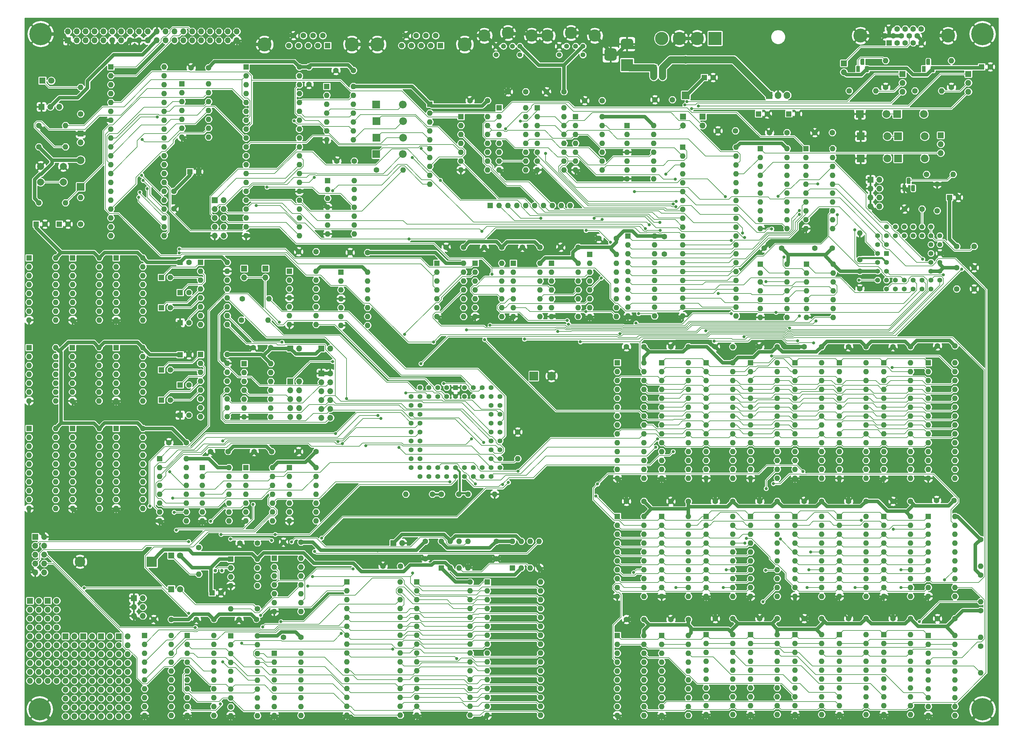
<source format=gtl>
%TF.GenerationSoftware,KiCad,Pcbnew,(5.1.10)-1*%
%TF.CreationDate,2022-03-11T09:02:50-05:00*%
%TF.ProjectId,Z180GDC,5a313830-4744-4432-9e6b-696361645f70,rev?*%
%TF.SameCoordinates,Original*%
%TF.FileFunction,Copper,L1,Top*%
%TF.FilePolarity,Positive*%
%FSLAX46Y46*%
G04 Gerber Fmt 4.6, Leading zero omitted, Abs format (unit mm)*
G04 Created by KiCad (PCBNEW (5.1.10)-1) date 2022-03-11 09:02:50*
%MOMM*%
%LPD*%
G01*
G04 APERTURE LIST*
%TA.AperFunction,ComponentPad*%
%ADD10C,4.000000*%
%TD*%
%TA.AperFunction,ComponentPad*%
%ADD11C,1.600000*%
%TD*%
%TA.AperFunction,ComponentPad*%
%ADD12R,1.600000X1.600000*%
%TD*%
%TA.AperFunction,ComponentPad*%
%ADD13O,1.700000X1.700000*%
%TD*%
%TA.AperFunction,ComponentPad*%
%ADD14R,1.700000X1.700000*%
%TD*%
%TA.AperFunction,ComponentPad*%
%ADD15R,2.500000X2.500000*%
%TD*%
%TA.AperFunction,ComponentPad*%
%ADD16C,2.500000*%
%TD*%
%TA.AperFunction,ComponentPad*%
%ADD17O,1.905000X2.000000*%
%TD*%
%TA.AperFunction,ComponentPad*%
%ADD18R,1.905000X2.000000*%
%TD*%
%TA.AperFunction,ComponentPad*%
%ADD19R,1.100000X1.800000*%
%TD*%
%TA.AperFunction,ComponentPad*%
%ADD20O,1.600000X1.600000*%
%TD*%
%TA.AperFunction,ComponentPad*%
%ADD21O,2.200000X2.200000*%
%TD*%
%TA.AperFunction,ComponentPad*%
%ADD22R,2.200000X2.200000*%
%TD*%
%TA.AperFunction,ComponentPad*%
%ADD23C,3.000000*%
%TD*%
%TA.AperFunction,ComponentPad*%
%ADD24R,3.000000X3.000000*%
%TD*%
%TA.AperFunction,ComponentPad*%
%ADD25R,1.800000X1.800000*%
%TD*%
%TA.AperFunction,ComponentPad*%
%ADD26C,1.800000*%
%TD*%
%TA.AperFunction,ComponentPad*%
%ADD27R,3.500000X3.500000*%
%TD*%
%TA.AperFunction,ComponentPad*%
%ADD28C,3.497580*%
%TD*%
%TA.AperFunction,ComponentPad*%
%ADD29C,1.422400*%
%TD*%
%TA.AperFunction,ComponentPad*%
%ADD30C,6.400000*%
%TD*%
%TA.AperFunction,ComponentPad*%
%ADD31C,3.810000*%
%TD*%
%TA.AperFunction,ComponentPad*%
%ADD32R,3.810000X3.810000*%
%TD*%
%TA.AperFunction,ComponentPad*%
%ADD33C,2.000000*%
%TD*%
%TA.AperFunction,ComponentPad*%
%ADD34R,1.422400X1.422400*%
%TD*%
%TA.AperFunction,ComponentPad*%
%ADD35C,1.000000*%
%TD*%
%TA.AperFunction,ViaPad*%
%ADD36C,0.889000*%
%TD*%
%TA.AperFunction,Conductor*%
%ADD37C,2.032000*%
%TD*%
%TA.AperFunction,Conductor*%
%ADD38C,0.203200*%
%TD*%
%TA.AperFunction,Conductor*%
%ADD39C,1.016000*%
%TD*%
%TA.AperFunction,Conductor*%
%ADD40C,0.609600*%
%TD*%
%TA.AperFunction,Conductor*%
%ADD41C,0.254000*%
%TD*%
%TA.AperFunction,Conductor*%
%ADD42C,0.150000*%
%TD*%
G04 APERTURE END LIST*
D10*
%TO.P,P2,0*%
%TO.N,GND*%
X268929000Y-35034000D03*
X293929000Y-35034000D03*
D11*
%TO.P,P2,15*%
%TO.N,N/C*%
X286274000Y-33124000D03*
%TO.P,P2,14*%
%TO.N,/V-Sync*%
X283984000Y-33124000D03*
%TO.P,P2,13*%
%TO.N,/H-Sync*%
X281694000Y-33124000D03*
%TO.P,P2,12*%
%TO.N,N/C*%
X279404000Y-33124000D03*
%TO.P,P2,11*%
%TO.N,GND*%
X277114000Y-33124000D03*
%TO.P,P2,10*%
X285129000Y-35104000D03*
%TO.P,P2,9*%
%TO.N,/VCC_VGA*%
X282839000Y-35104000D03*
%TO.P,P2,8*%
%TO.N,GND*%
X280549000Y-35104000D03*
%TO.P,P2,7*%
X278259000Y-35104000D03*
%TO.P,P2,6*%
X275969000Y-35104000D03*
%TO.P,P2,5*%
X286274000Y-37084000D03*
%TO.P,P2,4*%
%TO.N,N/C*%
X283984000Y-37084000D03*
%TO.P,P2,3*%
%TO.N,/BLU*%
X281694000Y-37084000D03*
%TO.P,P2,2*%
%TO.N,/GRE*%
X279404000Y-37084000D03*
D12*
%TO.P,P2,1*%
%TO.N,/RED*%
X277114000Y-37084000D03*
%TD*%
D13*
%TO.P,JP5,10*%
%TO.N,Net-(JP5-Pad10)*%
X108458000Y-144018000D03*
%TO.P,JP5,9*%
%TO.N,Net-(JP5-Pad9)*%
X105918000Y-144018000D03*
%TO.P,JP5,8*%
%TO.N,Net-(JP5-Pad10)*%
X108458000Y-141478000D03*
%TO.P,JP5,7*%
%TO.N,Net-(JP5-Pad7)*%
X105918000Y-141478000D03*
%TO.P,JP5,6*%
%TO.N,Net-(JP5-Pad10)*%
X108458000Y-138938000D03*
%TO.P,JP5,5*%
%TO.N,Net-(JP5-Pad5)*%
X105918000Y-138938000D03*
%TO.P,JP5,4*%
%TO.N,Net-(JP5-Pad10)*%
X108458000Y-136398000D03*
%TO.P,JP5,3*%
%TO.N,Net-(JP5-Pad3)*%
X105918000Y-136398000D03*
%TO.P,JP5,2*%
%TO.N,Net-(JP5-Pad10)*%
X108458000Y-133858000D03*
D14*
%TO.P,JP5,1*%
%TO.N,Net-(JP5-Pad1)*%
X105918000Y-133858000D03*
%TD*%
D15*
%TO.P,P1,1*%
%TO.N,VCC*%
X175514000Y-132334000D03*
D16*
%TO.P,P1,2*%
%TO.N,GND*%
X180594000Y-132334000D03*
%TD*%
D17*
%TO.P,U27,VO*%
%TO.N,VCC*%
X247904000Y-52070000D03*
%TO.P,U27,GND*%
%TO.N,GND*%
X245364000Y-52070000D03*
D18*
%TO.P,U27,VI*%
%TO.N,/VIN*%
X242824000Y-52070000D03*
%TD*%
D19*
%TO.P,D16,1*%
%TO.N,GND*%
X281432000Y-78632000D03*
%TO.P,D16,3*%
%TO.N,N/C*%
%TA.AperFunction,ComponentPad*%
G36*
G01*
X283422000Y-79257000D02*
X283422000Y-78007000D01*
G75*
G02*
X283697000Y-77732000I275000J0D01*
G01*
X284247000Y-77732000D01*
G75*
G02*
X284522000Y-78007000I0J-275000D01*
G01*
X284522000Y-79257000D01*
G75*
G02*
X284247000Y-79532000I-275000J0D01*
G01*
X283697000Y-79532000D01*
G75*
G02*
X283422000Y-79257000I0J275000D01*
G01*
G37*
%TD.AperFunction*%
%TO.P,D16,2*%
%TO.N,Net-(C131-Pad1)*%
%TA.AperFunction,ComponentPad*%
G36*
G01*
X282152000Y-77187000D02*
X282152000Y-75937000D01*
G75*
G02*
X282427000Y-75662000I275000J0D01*
G01*
X282977000Y-75662000D01*
G75*
G02*
X283252000Y-75937000I0J-275000D01*
G01*
X283252000Y-77187000D01*
G75*
G02*
X282977000Y-77462000I-275000J0D01*
G01*
X282427000Y-77462000D01*
G75*
G02*
X282152000Y-77187000I0J275000D01*
G01*
G37*
%TD.AperFunction*%
%TD*%
D13*
%TO.P,J5,4*%
%TO.N,/VIN*%
X212344000Y-46736000D03*
%TO.P,J5,3*%
%TO.N,/9VDC*%
X209804000Y-46736000D03*
%TO.P,J5,2*%
%TO.N,/VIN*%
X212344000Y-44196000D03*
D14*
%TO.P,J5,1*%
%TO.N,/9VDC*%
X209804000Y-44196000D03*
%TD*%
D20*
%TO.P,R24,2*%
%TO.N,GND*%
X164338000Y-166116000D03*
D11*
%TO.P,R24,1*%
%TO.N,/GND_CPU*%
X156718000Y-166116000D03*
%TD*%
D20*
%TO.P,R23,2*%
%TO.N,VCC*%
X138938000Y-166116000D03*
D11*
%TO.P,R23,1*%
%TO.N,/VCC_CPU*%
X146558000Y-166116000D03*
%TD*%
D20*
%TO.P,R22,2*%
%TO.N,GND*%
X268732000Y-91440000D03*
D11*
%TO.P,R22,1*%
%TO.N,/GND_BT478*%
X268732000Y-99060000D03*
%TD*%
D13*
%TO.P,Z12,20*%
%TO.N,N/C*%
X59436000Y-229616000D03*
%TO.P,Z12,19*%
X56896000Y-229616000D03*
%TO.P,Z12,18*%
X59436000Y-227076000D03*
%TO.P,Z12,17*%
X56896000Y-227076000D03*
%TO.P,Z12,16*%
X59436000Y-224536000D03*
%TO.P,Z12,15*%
X56896000Y-224536000D03*
%TO.P,Z12,14*%
X59436000Y-221996000D03*
%TO.P,Z12,13*%
X56896000Y-221996000D03*
%TO.P,Z12,12*%
X59436000Y-219456000D03*
%TO.P,Z12,11*%
X56896000Y-219456000D03*
%TO.P,Z12,10*%
X59436000Y-216916000D03*
%TO.P,Z12,9*%
X56896000Y-216916000D03*
%TO.P,Z12,8*%
X59436000Y-214376000D03*
%TO.P,Z12,7*%
X56896000Y-214376000D03*
%TO.P,Z12,6*%
X59436000Y-211836000D03*
%TO.P,Z12,5*%
X56896000Y-211836000D03*
%TO.P,Z12,4*%
X59436000Y-209296000D03*
%TO.P,Z12,3*%
X56896000Y-209296000D03*
%TO.P,Z12,2*%
X59436000Y-206756000D03*
D14*
%TO.P,Z12,1*%
X56896000Y-206756000D03*
%TD*%
D13*
%TO.P,Z11,20*%
%TO.N,N/C*%
X54356000Y-229616000D03*
%TO.P,Z11,19*%
X51816000Y-229616000D03*
%TO.P,Z11,18*%
X54356000Y-227076000D03*
%TO.P,Z11,17*%
X51816000Y-227076000D03*
%TO.P,Z11,16*%
X54356000Y-224536000D03*
%TO.P,Z11,15*%
X51816000Y-224536000D03*
%TO.P,Z11,14*%
X54356000Y-221996000D03*
%TO.P,Z11,13*%
X51816000Y-221996000D03*
%TO.P,Z11,12*%
X54356000Y-219456000D03*
%TO.P,Z11,11*%
X51816000Y-219456000D03*
%TO.P,Z11,10*%
X54356000Y-216916000D03*
%TO.P,Z11,9*%
X51816000Y-216916000D03*
%TO.P,Z11,8*%
X54356000Y-214376000D03*
%TO.P,Z11,7*%
X51816000Y-214376000D03*
%TO.P,Z11,6*%
X54356000Y-211836000D03*
%TO.P,Z11,5*%
X51816000Y-211836000D03*
%TO.P,Z11,4*%
X54356000Y-209296000D03*
%TO.P,Z11,3*%
X51816000Y-209296000D03*
%TO.P,Z11,2*%
X54356000Y-206756000D03*
D14*
%TO.P,Z11,1*%
X51816000Y-206756000D03*
%TD*%
D13*
%TO.P,Z10,20*%
%TO.N,N/C*%
X49276000Y-229616000D03*
%TO.P,Z10,19*%
X46736000Y-229616000D03*
%TO.P,Z10,18*%
X49276000Y-227076000D03*
%TO.P,Z10,17*%
X46736000Y-227076000D03*
%TO.P,Z10,16*%
X49276000Y-224536000D03*
%TO.P,Z10,15*%
X46736000Y-224536000D03*
%TO.P,Z10,14*%
X49276000Y-221996000D03*
%TO.P,Z10,13*%
X46736000Y-221996000D03*
%TO.P,Z10,12*%
X49276000Y-219456000D03*
%TO.P,Z10,11*%
X46736000Y-219456000D03*
%TO.P,Z10,10*%
X49276000Y-216916000D03*
%TO.P,Z10,9*%
X46736000Y-216916000D03*
%TO.P,Z10,8*%
X49276000Y-214376000D03*
%TO.P,Z10,7*%
X46736000Y-214376000D03*
%TO.P,Z10,6*%
X49276000Y-211836000D03*
%TO.P,Z10,5*%
X46736000Y-211836000D03*
%TO.P,Z10,4*%
X49276000Y-209296000D03*
%TO.P,Z10,3*%
X46736000Y-209296000D03*
%TO.P,Z10,2*%
X49276000Y-206756000D03*
D14*
%TO.P,Z10,1*%
X46736000Y-206756000D03*
%TD*%
D13*
%TO.P,Z6,20*%
%TO.N,N/C*%
X44196000Y-229616000D03*
%TO.P,Z6,19*%
X41656000Y-229616000D03*
%TO.P,Z6,18*%
X44196000Y-227076000D03*
%TO.P,Z6,17*%
X41656000Y-227076000D03*
%TO.P,Z6,16*%
X44196000Y-224536000D03*
%TO.P,Z6,15*%
X41656000Y-224536000D03*
%TO.P,Z6,14*%
X44196000Y-221996000D03*
%TO.P,Z6,13*%
X41656000Y-221996000D03*
%TO.P,Z6,12*%
X44196000Y-219456000D03*
%TO.P,Z6,11*%
X41656000Y-219456000D03*
%TO.P,Z6,10*%
X44196000Y-216916000D03*
%TO.P,Z6,9*%
X41656000Y-216916000D03*
%TO.P,Z6,8*%
X44196000Y-214376000D03*
%TO.P,Z6,7*%
X41656000Y-214376000D03*
%TO.P,Z6,6*%
X44196000Y-211836000D03*
%TO.P,Z6,5*%
X41656000Y-211836000D03*
%TO.P,Z6,4*%
X44196000Y-209296000D03*
%TO.P,Z6,3*%
X41656000Y-209296000D03*
%TO.P,Z6,2*%
X44196000Y-206756000D03*
D14*
%TO.P,Z6,1*%
X41656000Y-206756000D03*
%TD*%
D13*
%TO.P,Z5,20*%
%TO.N,N/C*%
X39116000Y-219456000D03*
%TO.P,Z5,19*%
X36576000Y-219456000D03*
%TO.P,Z5,18*%
X39116000Y-216916000D03*
%TO.P,Z5,17*%
X36576000Y-216916000D03*
%TO.P,Z5,16*%
X39116000Y-214376000D03*
%TO.P,Z5,15*%
X36576000Y-214376000D03*
%TO.P,Z5,14*%
X39116000Y-211836000D03*
%TO.P,Z5,13*%
X36576000Y-211836000D03*
%TO.P,Z5,12*%
X39116000Y-209296000D03*
%TO.P,Z5,11*%
X36576000Y-209296000D03*
%TO.P,Z5,10*%
X39116000Y-206756000D03*
%TO.P,Z5,9*%
X36576000Y-206756000D03*
%TO.P,Z5,8*%
X39116000Y-204216000D03*
%TO.P,Z5,7*%
X36576000Y-204216000D03*
%TO.P,Z5,6*%
X39116000Y-201676000D03*
%TO.P,Z5,5*%
X36576000Y-201676000D03*
%TO.P,Z5,4*%
X39116000Y-199136000D03*
%TO.P,Z5,3*%
X36576000Y-199136000D03*
%TO.P,Z5,2*%
X39116000Y-196596000D03*
D14*
%TO.P,Z5,1*%
X36576000Y-196596000D03*
%TD*%
D13*
%TO.P,Z4,20*%
%TO.N,N/C*%
X34036000Y-219456000D03*
%TO.P,Z4,19*%
X31496000Y-219456000D03*
%TO.P,Z4,18*%
X34036000Y-216916000D03*
%TO.P,Z4,17*%
X31496000Y-216916000D03*
%TO.P,Z4,16*%
X34036000Y-214376000D03*
%TO.P,Z4,15*%
X31496000Y-214376000D03*
%TO.P,Z4,14*%
X34036000Y-211836000D03*
%TO.P,Z4,13*%
X31496000Y-211836000D03*
%TO.P,Z4,12*%
X34036000Y-209296000D03*
%TO.P,Z4,11*%
X31496000Y-209296000D03*
%TO.P,Z4,10*%
X34036000Y-206756000D03*
%TO.P,Z4,9*%
X31496000Y-206756000D03*
%TO.P,Z4,8*%
X34036000Y-204216000D03*
%TO.P,Z4,7*%
X31496000Y-204216000D03*
%TO.P,Z4,6*%
X34036000Y-201676000D03*
%TO.P,Z4,5*%
X31496000Y-201676000D03*
%TO.P,Z4,4*%
X34036000Y-199136000D03*
%TO.P,Z4,3*%
X31496000Y-199136000D03*
%TO.P,Z4,2*%
X34036000Y-196596000D03*
D14*
%TO.P,Z4,1*%
X31496000Y-196596000D03*
%TD*%
D21*
%TO.P,D9,2*%
%TO.N,/VIN*%
X218948000Y-41910000D03*
D22*
%TO.P,D9,1*%
%TO.N,VCC*%
X218948000Y-52070000D03*
%TD*%
D11*
%TO.P,C40,2*%
%TO.N,GND*%
X212852000Y-97456000D03*
%TO.P,C40,1*%
%TO.N,VCC*%
X212852000Y-92456000D03*
%TD*%
%TO.P,C37,2*%
%TO.N,/GND_CPU*%
X154098000Y-166116000D03*
%TO.P,C37,1*%
%TO.N,/VCC_CPU*%
X149098000Y-166116000D03*
%TD*%
%TO.P,C36,2*%
%TO.N,GND*%
X255858000Y-62738000D03*
%TO.P,C36,1*%
%TO.N,VCC*%
X260858000Y-62738000D03*
%TD*%
%TO.P,C35,2*%
%TO.N,GND*%
X265510000Y-201676000D03*
%TO.P,C35,1*%
%TO.N,VCC*%
X270510000Y-201676000D03*
%TD*%
%TO.P,C32,2*%
%TO.N,GND*%
X119206000Y-70866000D03*
%TO.P,C32,1*%
%TO.N,VCC*%
X124206000Y-70866000D03*
%TD*%
%TO.P,C31,2*%
%TO.N,GND*%
X111252000Y-48942000D03*
%TO.P,C31,1*%
%TO.N,VCC*%
X111252000Y-43942000D03*
%TD*%
%TO.P,C28,2*%
%TO.N,GND*%
X118952000Y-44958000D03*
%TO.P,C28,1*%
%TO.N,VCC*%
X123952000Y-44958000D03*
%TD*%
%TO.P,C26,2*%
%TO.N,GND*%
X72644000Y-84502000D03*
%TO.P,C26,1*%
%TO.N,VCC*%
X72644000Y-79502000D03*
%TD*%
D20*
%TO.P,Z14,16*%
%TO.N,VCC*%
X63754000Y-98552000D03*
%TO.P,Z14,8*%
%TO.N,GND*%
X56134000Y-116332000D03*
%TO.P,Z14,15*%
%TO.N,N/C*%
X63754000Y-101092000D03*
%TO.P,Z14,7*%
X56134000Y-113792000D03*
%TO.P,Z14,14*%
X63754000Y-103632000D03*
%TO.P,Z14,6*%
X56134000Y-111252000D03*
%TO.P,Z14,13*%
X63754000Y-106172000D03*
%TO.P,Z14,5*%
X56134000Y-108712000D03*
%TO.P,Z14,12*%
X63754000Y-108712000D03*
%TO.P,Z14,4*%
X56134000Y-106172000D03*
%TO.P,Z14,11*%
X63754000Y-111252000D03*
%TO.P,Z14,3*%
X56134000Y-103632000D03*
%TO.P,Z14,10*%
X63754000Y-113792000D03*
%TO.P,Z14,2*%
X56134000Y-101092000D03*
%TO.P,Z14,9*%
X63754000Y-116332000D03*
D12*
%TO.P,Z14,1*%
X56134000Y-98552000D03*
%TD*%
D20*
%TO.P,U65,14*%
%TO.N,VCC*%
X177292000Y-100076000D03*
%TO.P,U65,7*%
%TO.N,GND*%
X169672000Y-115316000D03*
%TO.P,U65,13*%
%TO.N,Net-(U65-Pad13)*%
X177292000Y-102616000D03*
%TO.P,U65,6*%
%TO.N,/VSR-LD#*%
X169672000Y-112776000D03*
%TO.P,U65,12*%
%TO.N,/PU4.7K-K*%
X177292000Y-105156000D03*
%TO.P,U65,5*%
%TO.N,Net-(U59-Pad9)*%
X169672000Y-110236000D03*
%TO.P,U65,11*%
%TO.N,N/C*%
X177292000Y-107696000D03*
%TO.P,U65,4*%
%TO.N,/2xWCLK#*%
X169672000Y-107696000D03*
%TO.P,U65,10*%
X177292000Y-110236000D03*
%TO.P,U65,3*%
%TO.N,N/C*%
X169672000Y-105156000D03*
%TO.P,U65,9*%
%TO.N,/PU4.7K-K*%
X177292000Y-112776000D03*
%TO.P,U65,2*%
%TO.N,Net-(U58-Pad13)*%
X169672000Y-102616000D03*
%TO.P,U65,8*%
%TO.N,/WE#*%
X177292000Y-115316000D03*
D12*
%TO.P,U65,1*%
%TO.N,Net-(U58-Pad14)*%
X169672000Y-100076000D03*
%TD*%
D23*
%TO.P,BT1,2*%
%TO.N,GND*%
X45804000Y-185420000D03*
D24*
%TO.P,BT1,1*%
%TO.N,/VBAT_SRAM*%
X66294000Y-185420000D03*
%TD*%
D11*
%TO.P,C1,2*%
%TO.N,GND*%
X35774000Y-88900000D03*
D12*
%TO.P,C1,1*%
%TO.N,VCC*%
X33274000Y-88900000D03*
%TD*%
%TO.P,C2,1*%
%TO.N,Net-(C2-Pad1)*%
X39878000Y-88900000D03*
D11*
%TO.P,C2,2*%
%TO.N,GND*%
X42378000Y-88900000D03*
%TD*%
%TO.P,C3,2*%
%TO.N,Net-(C3-Pad2)*%
X71588000Y-130556000D03*
D12*
%TO.P,C3,1*%
%TO.N,Net-(C3-Pad1)*%
X69088000Y-130556000D03*
%TD*%
%TO.P,C4,1*%
%TO.N,Net-(C4-Pad1)*%
X69088000Y-139192000D03*
D11*
%TO.P,C4,2*%
%TO.N,Net-(C4-Pad2)*%
X71588000Y-139192000D03*
%TD*%
%TO.P,C5,2*%
%TO.N,VCC*%
X76922000Y-134874000D03*
D12*
%TO.P,C5,1*%
%TO.N,Net-(C5-Pad1)*%
X74422000Y-134874000D03*
%TD*%
D11*
%TO.P,C6,2*%
%TO.N,GND*%
X76922000Y-126238000D03*
D12*
%TO.P,C6,1*%
%TO.N,VCC*%
X74422000Y-126238000D03*
%TD*%
%TO.P,C7,1*%
%TO.N,GND*%
X74422000Y-143510000D03*
D11*
%TO.P,C7,2*%
%TO.N,Net-(C7-Pad2)*%
X76922000Y-143510000D03*
%TD*%
D12*
%TO.P,C8,1*%
%TO.N,/VIN*%
X239776000Y-57404000D03*
D11*
%TO.P,C8,2*%
%TO.N,GND*%
X242276000Y-57404000D03*
%TD*%
D12*
%TO.P,C9,1*%
%TO.N,Net-(C9-Pad1)*%
X69088000Y-104140000D03*
D11*
%TO.P,C9,2*%
%TO.N,Net-(C9-Pad2)*%
X71588000Y-104140000D03*
%TD*%
%TO.P,C10,2*%
%TO.N,Net-(C10-Pad2)*%
X71588000Y-112776000D03*
D12*
%TO.P,C10,1*%
%TO.N,Net-(C10-Pad1)*%
X69088000Y-112776000D03*
%TD*%
D11*
%TO.P,C11,2*%
%TO.N,GND*%
X250912000Y-57404000D03*
D12*
%TO.P,C11,1*%
%TO.N,VCC*%
X248412000Y-57404000D03*
%TD*%
%TO.P,C12,1*%
%TO.N,VCC*%
X224282000Y-46990000D03*
D11*
%TO.P,C12,2*%
%TO.N,GND*%
X226782000Y-46990000D03*
%TD*%
D12*
%TO.P,C13,1*%
%TO.N,Net-(C13-Pad1)*%
X74422000Y-108458000D03*
D11*
%TO.P,C13,2*%
%TO.N,VCC*%
X76922000Y-108458000D03*
%TD*%
%TO.P,C14,2*%
%TO.N,GND*%
X76922000Y-99822000D03*
D12*
%TO.P,C14,1*%
%TO.N,VCC*%
X74422000Y-99822000D03*
%TD*%
D11*
%TO.P,C15,2*%
%TO.N,Net-(C15-Pad2)*%
X76922000Y-117094000D03*
D12*
%TO.P,C15,1*%
%TO.N,GND*%
X74422000Y-117094000D03*
%TD*%
D11*
%TO.P,C16,1*%
%TO.N,VCC*%
X113284000Y-96774000D03*
%TO.P,C16,2*%
%TO.N,GND*%
X108284000Y-96774000D03*
%TD*%
%TO.P,C17,2*%
%TO.N,GND*%
X108284000Y-153924000D03*
%TO.P,C17,1*%
%TO.N,VCC*%
X113284000Y-153924000D03*
%TD*%
%TO.P,C18,2*%
%TO.N,GND*%
X132414000Y-186690000D03*
%TO.P,C18,1*%
%TO.N,VCC*%
X137414000Y-186690000D03*
%TD*%
%TO.P,C19,2*%
%TO.N,GND*%
X265510000Y-123952000D03*
%TO.P,C19,1*%
%TO.N,VCC*%
X270510000Y-123952000D03*
%TD*%
%TO.P,C20,2*%
%TO.N,GND*%
X290656000Y-167894000D03*
%TO.P,C20,1*%
%TO.N,VCC*%
X295656000Y-167894000D03*
%TD*%
%TO.P,C21,2*%
%TO.N,GND*%
X66882000Y-201930000D03*
%TO.P,C21,1*%
%TO.N,VCC*%
X71882000Y-201930000D03*
%TD*%
%TO.P,C22,1*%
%TO.N,VCC*%
X207010000Y-201930000D03*
%TO.P,C22,2*%
%TO.N,GND*%
X202010000Y-201930000D03*
%TD*%
D12*
%TO.P,C23,1*%
%TO.N,VCC*%
X83566000Y-194310000D03*
D11*
%TO.P,C23,2*%
%TO.N,GND*%
X86066000Y-194310000D03*
%TD*%
%TO.P,C24,2*%
%TO.N,GND*%
X210138000Y-53340000D03*
%TO.P,C24,1*%
%TO.N,VCC*%
X215138000Y-53340000D03*
%TD*%
%TO.P,C25,1*%
%TO.N,VCC*%
X247904000Y-62738000D03*
%TO.P,C25,2*%
%TO.N,GND*%
X242904000Y-62738000D03*
%TD*%
D12*
%TO.P,C27,1*%
%TO.N,VCC*%
X294386000Y-81280000D03*
D11*
%TO.P,C27,2*%
%TO.N,GND*%
X296886000Y-81280000D03*
%TD*%
%TO.P,C29,1*%
%TO.N,VCC*%
X283210000Y-168148000D03*
%TO.P,C29,2*%
%TO.N,GND*%
X278210000Y-168148000D03*
%TD*%
%TO.P,C30,2*%
%TO.N,GND*%
X240110000Y-201676000D03*
%TO.P,C30,1*%
%TO.N,VCC*%
X245110000Y-201676000D03*
%TD*%
%TO.P,C33,2*%
%TO.N,GND*%
X103966000Y-207010000D03*
%TO.P,C33,1*%
%TO.N,VCC*%
X108966000Y-207010000D03*
%TD*%
%TO.P,C34,1*%
%TO.N,VCC*%
X96266000Y-201930000D03*
%TO.P,C34,2*%
%TO.N,GND*%
X91266000Y-201930000D03*
%TD*%
%TO.P,C38,2*%
%TO.N,GND*%
X83138000Y-153924000D03*
%TO.P,C38,1*%
%TO.N,VCC*%
X88138000Y-153924000D03*
%TD*%
%TO.P,C39,2*%
%TO.N,GND*%
X278210000Y-201676000D03*
%TO.P,C39,1*%
%TO.N,VCC*%
X283210000Y-201676000D03*
%TD*%
%TO.P,C42,2*%
%TO.N,GND*%
X157306000Y-53594000D03*
%TO.P,C42,1*%
%TO.N,VCC*%
X162306000Y-53594000D03*
%TD*%
%TO.P,C43,1*%
%TO.N,VCC*%
X76200000Y-151384000D03*
%TO.P,C43,2*%
%TO.N,GND*%
X71200000Y-151384000D03*
%TD*%
%TO.P,C46,1*%
%TO.N,VCC*%
X155448000Y-95504000D03*
%TO.P,C46,2*%
%TO.N,GND*%
X150448000Y-95504000D03*
%TD*%
%TO.P,C47,2*%
%TO.N,GND*%
X227410000Y-201676000D03*
%TO.P,C47,1*%
%TO.N,VCC*%
X232410000Y-201676000D03*
%TD*%
%TO.P,C50,2*%
%TO.N,GND*%
X161370000Y-95504000D03*
%TO.P,C50,1*%
%TO.N,VCC*%
X166370000Y-95504000D03*
%TD*%
%TO.P,C51,1*%
%TO.N,VCC*%
X270510000Y-168148000D03*
%TO.P,C51,2*%
%TO.N,GND*%
X265510000Y-168148000D03*
%TD*%
%TO.P,C54,2*%
%TO.N,GND*%
X255858000Y-95758000D03*
%TO.P,C54,1*%
%TO.N,VCC*%
X260858000Y-95758000D03*
%TD*%
%TO.P,C55,2*%
%TO.N,GND*%
X202010000Y-123952000D03*
%TO.P,C55,1*%
%TO.N,VCC*%
X207010000Y-123952000D03*
%TD*%
%TO.P,C57,1*%
%TO.N,VCC*%
X184150000Y-51054000D03*
%TO.P,C57,2*%
%TO.N,GND*%
X179150000Y-51054000D03*
%TD*%
%TO.P,C59,1*%
%TO.N,VCC*%
X100584000Y-153924000D03*
%TO.P,C59,2*%
%TO.N,GND*%
X95584000Y-153924000D03*
%TD*%
%TO.P,C60,2*%
%TO.N,GND*%
X144526000Y-184578000D03*
%TO.P,C60,1*%
%TO.N,VCC*%
X144526000Y-179578000D03*
%TD*%
%TO.P,C63,1*%
%TO.N,VCC*%
X100330000Y-124206000D03*
%TO.P,C63,2*%
%TO.N,GND*%
X95330000Y-124206000D03*
%TD*%
D12*
%TO.P,C66,1*%
%TO.N,VCC*%
X303530000Y-43942000D03*
D11*
%TO.P,C66,2*%
%TO.N,GND*%
X306030000Y-43942000D03*
%TD*%
%TO.P,C69,2*%
%TO.N,GND*%
X79716000Y-73914000D03*
D12*
%TO.P,C69,1*%
%TO.N,VCC*%
X77216000Y-73914000D03*
%TD*%
D11*
%TO.P,C80,2*%
%TO.N,GND*%
X290910000Y-201676000D03*
%TO.P,C80,1*%
%TO.N,VCC*%
X295910000Y-201676000D03*
%TD*%
%TO.P,C81,2*%
%TO.N,GND*%
X91520000Y-180086000D03*
%TO.P,C81,1*%
%TO.N,VCC*%
X96520000Y-180086000D03*
%TD*%
%TO.P,C84,1*%
%TO.N,VCC*%
X173228000Y-51054000D03*
%TO.P,C84,2*%
%TO.N,GND*%
X168228000Y-51054000D03*
%TD*%
%TO.P,C85,1*%
%TO.N,VCC*%
X84074000Y-201930000D03*
%TO.P,C85,2*%
%TO.N,GND*%
X79074000Y-201930000D03*
%TD*%
%TO.P,C88,1*%
%TO.N,VCC*%
X257810000Y-168148000D03*
%TO.P,C88,2*%
%TO.N,GND*%
X252810000Y-168148000D03*
%TD*%
%TO.P,C89,1*%
%TO.N,VCC*%
X232410000Y-123952000D03*
%TO.P,C89,2*%
%TO.N,GND*%
X227410000Y-123952000D03*
%TD*%
%TO.P,C92,2*%
%TO.N,GND*%
X252810000Y-123952000D03*
%TO.P,C92,1*%
%TO.N,VCC*%
X257810000Y-123952000D03*
%TD*%
%TO.P,C93,2*%
%TO.N,GND*%
X227410000Y-168148000D03*
%TO.P,C93,1*%
%TO.N,VCC*%
X232410000Y-168148000D03*
%TD*%
%TO.P,C96,1*%
%TO.N,VCC*%
X195072000Y-53594000D03*
%TO.P,C96,2*%
%TO.N,GND*%
X190072000Y-53594000D03*
%TD*%
%TO.P,C97,1*%
%TO.N,VCC*%
X257810000Y-201676000D03*
%TO.P,C97,2*%
%TO.N,GND*%
X252810000Y-201676000D03*
%TD*%
%TO.P,C100,1*%
%TO.N,VCC*%
X219710000Y-201930000D03*
%TO.P,C100,2*%
%TO.N,GND*%
X214710000Y-201930000D03*
%TD*%
%TO.P,C101,1*%
%TO.N,VCC*%
X82550000Y-44196000D03*
%TO.P,C101,2*%
%TO.N,GND*%
X77550000Y-44196000D03*
%TD*%
%TO.P,C103,2*%
%TO.N,GND*%
X241380000Y-95758000D03*
%TO.P,C103,1*%
%TO.N,VCC*%
X246380000Y-95758000D03*
%TD*%
%TO.P,C104,2*%
%TO.N,GND*%
X214710000Y-168148000D03*
%TO.P,C104,1*%
%TO.N,VCC*%
X219710000Y-168148000D03*
%TD*%
%TO.P,C107,2*%
%TO.N,GND*%
X214710000Y-123952000D03*
%TO.P,C107,1*%
%TO.N,VCC*%
X219710000Y-123952000D03*
%TD*%
%TO.P,C108,2*%
%TO.N,GND*%
X172292000Y-95504000D03*
%TO.P,C108,1*%
%TO.N,VCC*%
X177292000Y-95504000D03*
%TD*%
%TO.P,C110,1*%
%TO.N,VCC*%
X233172000Y-62230000D03*
%TO.P,C110,2*%
%TO.N,GND*%
X228172000Y-62230000D03*
%TD*%
%TO.P,C112,1*%
%TO.N,VCC*%
X108966000Y-179832000D03*
%TO.P,C112,2*%
%TO.N,GND*%
X103966000Y-179832000D03*
%TD*%
%TO.P,C113,1*%
%TO.N,VCC*%
X283210000Y-123952000D03*
%TO.P,C113,2*%
%TO.N,GND*%
X278210000Y-123952000D03*
%TD*%
%TO.P,C116,1*%
%TO.N,VCC*%
X295910000Y-123698000D03*
%TO.P,C116,2*%
%TO.N,GND*%
X290910000Y-123698000D03*
%TD*%
%TO.P,C117,2*%
%TO.N,GND*%
X183214000Y-95504000D03*
%TO.P,C117,1*%
%TO.N,VCC*%
X188214000Y-95504000D03*
%TD*%
%TO.P,C120,1*%
%TO.N,VCC*%
X245110000Y-168148000D03*
%TO.P,C120,2*%
%TO.N,GND*%
X240110000Y-168148000D03*
%TD*%
%TO.P,C121,1*%
%TO.N,VCC*%
X164846000Y-179578000D03*
%TO.P,C121,2*%
%TO.N,GND*%
X164846000Y-184578000D03*
%TD*%
%TO.P,C123,2*%
%TO.N,GND*%
X240110000Y-123952000D03*
%TO.P,C123,1*%
%TO.N,VCC*%
X245110000Y-123952000D03*
%TD*%
%TO.P,C124,2*%
%TO.N,GND*%
X194136000Y-92964000D03*
%TO.P,C124,1*%
%TO.N,VCC*%
X199136000Y-92964000D03*
%TD*%
%TO.P,C127,2*%
%TO.N,GND*%
X202010000Y-168148000D03*
%TO.P,C127,1*%
%TO.N,VCC*%
X207010000Y-168148000D03*
%TD*%
%TO.P,C128,1*%
%TO.N,VCC*%
X128016000Y-97028000D03*
%TO.P,C128,2*%
%TO.N,GND*%
X123016000Y-97028000D03*
%TD*%
%TO.P,C130,2*%
%TO.N,Net-(C130-Pad2)*%
X301418000Y-95250000D03*
%TO.P,C130,1*%
%TO.N,VCC*%
X296418000Y-95250000D03*
%TD*%
%TO.P,C131,1*%
%TO.N,Net-(C131-Pad1)*%
X286512000Y-84582000D03*
%TO.P,C131,2*%
%TO.N,GND*%
X281512000Y-84582000D03*
%TD*%
%TO.P,C132,1*%
%TO.N,VCC*%
X296418000Y-101346000D03*
%TO.P,C132,2*%
%TO.N,GND*%
X301418000Y-101346000D03*
%TD*%
%TO.P,C133,1*%
%TO.N,VCC*%
X296418000Y-107442000D03*
%TO.P,C133,2*%
%TO.N,GND*%
X301418000Y-107442000D03*
%TD*%
%TO.P,C134,2*%
%TO.N,GND*%
X268732000Y-107362000D03*
%TO.P,C134,1*%
%TO.N,VCC*%
X268732000Y-102362000D03*
%TD*%
D22*
%TO.P,D1,1*%
%TO.N,Net-(C2-Pad1)*%
X45974000Y-78232000D03*
D21*
%TO.P,D1,2*%
%TO.N,VCC*%
X45974000Y-70612000D03*
%TD*%
D25*
%TO.P,D2,1*%
%TO.N,/RUN-HALT-A*%
X71882000Y-193294000D03*
D26*
%TO.P,D2,2*%
%TO.N,/RUN-HALT-B*%
X74422000Y-193294000D03*
%TD*%
D25*
%TO.P,D3,1*%
%TO.N,/IDE-LED*%
X35052000Y-47902000D03*
D26*
%TO.P,D3,2*%
%TO.N,VCC*%
X37592000Y-47902000D03*
%TD*%
D22*
%TO.P,D4,1*%
%TO.N,/KEYCLOCK*%
X130556000Y-64182000D03*
D21*
%TO.P,D4,2*%
%TO.N,/KBDCLK*%
X138176000Y-64182000D03*
%TD*%
%TO.P,D5,2*%
%TO.N,/KBDDAT*%
X138176000Y-59472000D03*
D22*
%TO.P,D5,1*%
%TO.N,/KEYDATA*%
X130556000Y-59472000D03*
%TD*%
D26*
%TO.P,D6,2*%
%TO.N,VCC*%
X74422000Y-183642000D03*
D25*
%TO.P,D6,1*%
%TO.N,/STATUS-LED*%
X71882000Y-183642000D03*
%TD*%
D22*
%TO.P,D7,1*%
%TO.N,/MOUSECLOCK*%
X130512000Y-54754000D03*
D21*
%TO.P,D7,2*%
%TO.N,/MSECLK*%
X138132000Y-54754000D03*
%TD*%
D22*
%TO.P,D8,1*%
%TO.N,/MOUSEDATA*%
X130512000Y-68892000D03*
D21*
%TO.P,D8,2*%
%TO.N,/MSEDAT*%
X138132000Y-68892000D03*
%TD*%
D22*
%TO.P,D10,1*%
%TO.N,/RED*%
X279654000Y-70104000D03*
D21*
%TO.P,D10,2*%
%TO.N,VCC*%
X287274000Y-70104000D03*
%TD*%
%TO.P,D11,2*%
%TO.N,/RED*%
X276606000Y-70104000D03*
D22*
%TO.P,D11,1*%
%TO.N,GND*%
X268986000Y-70104000D03*
%TD*%
D21*
%TO.P,D12,2*%
%TO.N,VCC*%
X287274000Y-63754000D03*
D22*
%TO.P,D12,1*%
%TO.N,/GRE*%
X279654000Y-63754000D03*
%TD*%
%TO.P,D13,1*%
%TO.N,GND*%
X268986000Y-63754000D03*
D21*
%TO.P,D13,2*%
%TO.N,/GRE*%
X276606000Y-63754000D03*
%TD*%
D22*
%TO.P,D14,1*%
%TO.N,/BLU*%
X279400000Y-57404000D03*
D21*
%TO.P,D14,2*%
%TO.N,VCC*%
X287020000Y-57404000D03*
%TD*%
%TO.P,D15,2*%
%TO.N,/BLU*%
X276352000Y-57404000D03*
D22*
%TO.P,D15,1*%
%TO.N,GND*%
X268732000Y-57404000D03*
%TD*%
D27*
%TO.P,J1,1*%
%TO.N,/9VDC*%
X202184000Y-43434000D03*
%TO.P,J1,2*%
%TO.N,GND*%
%TA.AperFunction,ComponentPad*%
G36*
G01*
X201184000Y-35934000D02*
X203184000Y-35934000D01*
G75*
G02*
X203934000Y-36684000I0J-750000D01*
G01*
X203934000Y-38184000D01*
G75*
G02*
X203184000Y-38934000I-750000J0D01*
G01*
X201184000Y-38934000D01*
G75*
G02*
X200434000Y-38184000I0J750000D01*
G01*
X200434000Y-36684000D01*
G75*
G02*
X201184000Y-35934000I750000J0D01*
G01*
G37*
%TD.AperFunction*%
%TO.P,J1,3*%
%TA.AperFunction,ComponentPad*%
G36*
G01*
X196609000Y-38684000D02*
X198359000Y-38684000D01*
G75*
G02*
X199234000Y-39559000I0J-875000D01*
G01*
X199234000Y-41309000D01*
G75*
G02*
X198359000Y-42184000I-875000J0D01*
G01*
X196609000Y-42184000D01*
G75*
G02*
X195734000Y-41309000I0J875000D01*
G01*
X195734000Y-39559000D01*
G75*
G02*
X196609000Y-38684000I875000J0D01*
G01*
G37*
%TD.AperFunction*%
%TD*%
D13*
%TO.P,JP8,2*%
%TO.N,Net-(J3-Pad6)*%
X117348000Y-124460000D03*
D14*
%TO.P,JP8,1*%
%TO.N,VCC*%
X114808000Y-124460000D03*
%TD*%
%TO.P,JP10,1*%
%TO.N,VCC*%
X105918000Y-124460000D03*
D13*
%TO.P,JP10,2*%
%TO.N,Net-(J3-Pad5)*%
X108458000Y-124460000D03*
%TD*%
D14*
%TO.P,JP2,1*%
%TO.N,/VCC_VGA*%
X264160000Y-42926000D03*
D13*
%TO.P,JP2,2*%
%TO.N,VCC*%
X264160000Y-45466000D03*
%TD*%
%TO.P,JP6,2*%
%TO.N,Net-(JP5-Pad10)*%
X98806000Y-104140000D03*
D14*
%TO.P,JP6,1*%
%TO.N,Net-(JP6-Pad1)*%
X98806000Y-101600000D03*
%TD*%
%TO.P,JP7,1*%
%TO.N,Net-(JP7-Pad1)*%
X92710000Y-101600000D03*
D13*
%TO.P,JP7,2*%
%TO.N,Net-(JP5-Pad10)*%
X92710000Y-104140000D03*
%TD*%
%TO.P,JP9,3*%
%TO.N,VCC*%
X39878000Y-55372000D03*
%TO.P,JP9,2*%
%TO.N,/PPWR*%
X37338000Y-55372000D03*
D14*
%TO.P,JP9,1*%
%TO.N,GND*%
X34798000Y-55372000D03*
%TD*%
D13*
%TO.P,JP12,3*%
%TO.N,/HSYNC-*%
X280924000Y-51054000D03*
%TO.P,JP12,2*%
%TO.N,/HSYNC#*%
X280924000Y-48514000D03*
D14*
%TO.P,JP12,1*%
%TO.N,/HSYNC+*%
X280924000Y-45974000D03*
%TD*%
%TO.P,JP13,1*%
%TO.N,/VSYNC+*%
X299720000Y-45974000D03*
D13*
%TO.P,JP13,2*%
%TO.N,/VSYNC#*%
X299720000Y-48514000D03*
%TO.P,JP13,3*%
%TO.N,/VSYNC-*%
X299720000Y-51054000D03*
%TD*%
D14*
%TO.P,JP14,1*%
%TO.N,Net-(JP14-Pad1)*%
X291846000Y-63500000D03*
D13*
%TO.P,JP14,2*%
%TO.N,Net-(JP14-Pad2)*%
X291846000Y-66040000D03*
%TO.P,JP14,3*%
%TO.N,/ZERO*%
X291846000Y-68580000D03*
%TD*%
D14*
%TO.P,JP1,1*%
%TO.N,GND*%
X61214000Y-195834000D03*
D13*
%TO.P,JP1,2*%
%TO.N,Net-(JP1-Pad2)*%
X63754000Y-195834000D03*
%TO.P,JP1,3*%
%TO.N,GND*%
X61214000Y-198374000D03*
%TO.P,JP1,4*%
%TO.N,Net-(JP1-Pad4)*%
X63754000Y-198374000D03*
%TO.P,JP1,5*%
%TO.N,GND*%
X61214000Y-200914000D03*
%TO.P,JP1,6*%
%TO.N,Net-(JP1-Pad6)*%
X63754000Y-200914000D03*
%TD*%
D12*
%TO.P,X2,1*%
%TO.N,N/C*%
X120396000Y-102616000D03*
D20*
%TO.P,X2,8*%
%TO.N,Net-(JP5-Pad1)*%
X128016000Y-117856000D03*
%TO.P,X2,2*%
%TO.N,N/C*%
X120396000Y-105156000D03*
%TO.P,X2,9*%
X128016000Y-115316000D03*
%TO.P,X2,3*%
X120396000Y-107696000D03*
%TO.P,X2,10*%
X128016000Y-112776000D03*
%TO.P,X2,4*%
%TO.N,GND*%
X120396000Y-110236000D03*
%TO.P,X2,11*%
%TO.N,Net-(JP5-Pad1)*%
X128016000Y-110236000D03*
%TO.P,X2,5*%
%TO.N,N/C*%
X120396000Y-112776000D03*
%TO.P,X2,12*%
X128016000Y-107696000D03*
%TO.P,X2,6*%
X120396000Y-115316000D03*
%TO.P,X2,13*%
X128016000Y-105156000D03*
%TO.P,X2,7*%
%TO.N,GND*%
X120396000Y-117856000D03*
%TO.P,X2,14*%
%TO.N,VCC*%
X128016000Y-102616000D03*
%TD*%
D13*
%TO.P,J14,2*%
%TO.N,Net-(J14-Pad2)*%
X45974000Y-65532000D03*
D14*
%TO.P,J14,1*%
%TO.N,GND*%
X45974000Y-62992000D03*
%TD*%
%TO.P,J2,1*%
%TO.N,/VBAT_ALT*%
X135382000Y-180086000D03*
D13*
%TO.P,J2,2*%
%TO.N,GND*%
X137922000Y-180086000D03*
%TD*%
D20*
%TO.P,X3,14*%
%TO.N,VCC*%
X113284000Y-102362000D03*
%TO.P,X3,7*%
%TO.N,GND*%
X105664000Y-117602000D03*
%TO.P,X3,13*%
%TO.N,N/C*%
X113284000Y-104902000D03*
%TO.P,X3,6*%
X105664000Y-115062000D03*
%TO.P,X3,12*%
X113284000Y-107442000D03*
%TO.P,X3,5*%
X105664000Y-112522000D03*
%TO.P,X3,11*%
%TO.N,Net-(U21-Pad4)*%
X113284000Y-109982000D03*
%TO.P,X3,4*%
%TO.N,GND*%
X105664000Y-109982000D03*
%TO.P,X3,10*%
%TO.N,N/C*%
X113284000Y-112522000D03*
%TO.P,X3,3*%
X105664000Y-107442000D03*
%TO.P,X3,9*%
X113284000Y-115062000D03*
%TO.P,X3,2*%
X105664000Y-104902000D03*
%TO.P,X3,8*%
%TO.N,Net-(U21-Pad4)*%
X113284000Y-117602000D03*
D12*
%TO.P,X3,1*%
%TO.N,N/C*%
X105664000Y-102362000D03*
%TD*%
D14*
%TO.P,J15,1*%
%TO.N,GND*%
X42346000Y-36378000D03*
D13*
%TO.P,J15,2*%
%TO.N,Net-(J15-Pad2)*%
X42346000Y-33838000D03*
%TO.P,J15,3*%
%TO.N,/PC4#*%
X44886000Y-36378000D03*
%TO.P,J15,4*%
%TO.N,/PC3#*%
X44886000Y-33838000D03*
%TO.P,J15,5*%
%TO.N,/PC2*%
X47426000Y-36378000D03*
%TO.P,J15,6*%
%TO.N,/PC0*%
X47426000Y-33838000D03*
%TO.P,J15,7*%
%TO.N,N/C*%
X49966000Y-36378000D03*
%TO.P,J15,8*%
%TO.N,/PC1*%
X49966000Y-33838000D03*
%TO.P,J15,9*%
%TO.N,N/C*%
X52506000Y-36378000D03*
%TO.P,J15,10*%
X52506000Y-33838000D03*
%TO.P,J15,11*%
%TO.N,GND*%
X55046000Y-36378000D03*
%TO.P,J15,12*%
%TO.N,N/C*%
X55046000Y-33838000D03*
%TO.P,J15,13*%
X57586000Y-36378000D03*
%TO.P,J15,14*%
X57586000Y-33838000D03*
%TO.P,J15,15*%
%TO.N,GND*%
X60126000Y-36378000D03*
%TO.P,J15,16*%
%TO.N,/PC6#*%
X60126000Y-33838000D03*
%TO.P,J15,17*%
%TO.N,GND*%
X62666000Y-36378000D03*
%TO.P,J15,18*%
%TO.N,/PC5#*%
X62666000Y-33838000D03*
%TO.P,J15,19*%
%TO.N,GND*%
X65206000Y-36378000D03*
%TO.P,J15,20*%
%TO.N,N/C*%
X65206000Y-33838000D03*
%TO.P,J15,21*%
%TO.N,/PPWR*%
X67746000Y-36378000D03*
%TO.P,J15,22*%
%TO.N,GND*%
X67746000Y-33838000D03*
%TO.P,J15,23*%
%TO.N,/PB7*%
X70286000Y-36378000D03*
%TO.P,J15,24*%
%TO.N,/PA0*%
X70286000Y-33838000D03*
%TO.P,J15,25*%
%TO.N,/PB6*%
X72826000Y-36378000D03*
%TO.P,J15,26*%
%TO.N,/PA1*%
X72826000Y-33838000D03*
%TO.P,J15,27*%
%TO.N,/PB5*%
X75366000Y-36378000D03*
%TO.P,J15,28*%
%TO.N,/PA2*%
X75366000Y-33838000D03*
%TO.P,J15,29*%
%TO.N,/PB4*%
X77906000Y-36378000D03*
%TO.P,J15,30*%
%TO.N,/PA3*%
X77906000Y-33838000D03*
%TO.P,J15,31*%
%TO.N,/PB3*%
X80446000Y-36378000D03*
%TO.P,J15,32*%
%TO.N,/PA4*%
X80446000Y-33838000D03*
%TO.P,J15,33*%
%TO.N,/PB2*%
X82986000Y-36378000D03*
%TO.P,J15,34*%
%TO.N,/PA5*%
X82986000Y-33838000D03*
%TO.P,J15,35*%
%TO.N,/PB1*%
X85526000Y-36378000D03*
%TO.P,J15,36*%
%TO.N,/PA6*%
X85526000Y-33838000D03*
%TO.P,J15,37*%
%TO.N,/PB0*%
X88066000Y-36378000D03*
%TO.P,J15,38*%
%TO.N,/PA7*%
X88066000Y-33838000D03*
%TO.P,J15,39*%
%TO.N,GND*%
X90606000Y-36378000D03*
%TO.P,J15,40*%
%TO.N,/PC7#*%
X90606000Y-33838000D03*
%TD*%
D28*
%TO.P,P7,SH2*%
%TO.N,GND*%
X168148000Y-34241740D03*
D29*
%TO.P,P7,6*%
%TO.N,/KEYCLOCK*%
X164749480Y-40487600D03*
%TO.P,P7,8*%
%TO.N,N/C*%
X171546520Y-40538400D03*
%TO.P,P7,3*%
%TO.N,GND*%
X164749480Y-38039040D03*
%TO.P,P7,5*%
%TO.N,VCC*%
X171546520Y-38039040D03*
D28*
%TO.P,P7,SH1*%
%TO.N,GND*%
X174947580Y-35039300D03*
%TO.P,P7,SH3*%
X161399220Y-35039300D03*
D29*
%TO.P,P7,1*%
%TO.N,/KEYDATA*%
X166850060Y-38039040D03*
%TO.P,P7,2*%
%TO.N,N/C*%
X169445940Y-38039040D03*
%TD*%
%TO.P,P8,2*%
%TO.N,N/C*%
X187479940Y-38039040D03*
%TO.P,P8,1*%
%TO.N,/MOUSEDATA*%
X184884060Y-38039040D03*
D28*
%TO.P,P8,SH3*%
%TO.N,GND*%
X179433220Y-35039300D03*
%TO.P,P8,SH1*%
X192981580Y-35039300D03*
D29*
%TO.P,P8,5*%
%TO.N,VCC*%
X189580520Y-38039040D03*
%TO.P,P8,3*%
%TO.N,GND*%
X182783480Y-38039040D03*
%TO.P,P8,8*%
%TO.N,N/C*%
X189580520Y-40538400D03*
%TO.P,P8,6*%
%TO.N,/MOUSECLOCK*%
X182783480Y-40487600D03*
D28*
%TO.P,P8,SH2*%
%TO.N,GND*%
X186182000Y-34241740D03*
%TD*%
D30*
%TO.P,P9,1*%
%TO.N,GND*%
X34544000Y-34544000D03*
%TD*%
%TO.P,P10,1*%
%TO.N,GND*%
X303784000Y-34544000D03*
%TD*%
%TO.P,P11,1*%
%TO.N,GND*%
X303784000Y-227584000D03*
%TD*%
%TO.P,P12,1*%
%TO.N,GND*%
X34290000Y-227584000D03*
%TD*%
D31*
%TO.P,J8,3*%
%TO.N,GND*%
X217170000Y-35814000D03*
%TO.P,J8,2*%
X222250000Y-35814000D03*
%TO.P,J8,4*%
%TO.N,VCC*%
X212090000Y-35814000D03*
D32*
%TO.P,J8,1*%
%TO.N,N/C*%
X227330000Y-35814000D03*
%TD*%
D12*
%TO.P,X4,1*%
%TO.N,N/C*%
X202184000Y-60706000D03*
D20*
%TO.P,X4,8*%
%TO.N,/PIX-CLK#*%
X209804000Y-75946000D03*
%TO.P,X4,2*%
%TO.N,N/C*%
X202184000Y-63246000D03*
%TO.P,X4,9*%
X209804000Y-73406000D03*
%TO.P,X4,3*%
X202184000Y-65786000D03*
%TO.P,X4,10*%
X209804000Y-70866000D03*
%TO.P,X4,4*%
%TO.N,GND*%
X202184000Y-68326000D03*
%TO.P,X4,11*%
%TO.N,/PIX-CLK#*%
X209804000Y-68326000D03*
%TO.P,X4,5*%
%TO.N,N/C*%
X202184000Y-70866000D03*
%TO.P,X4,12*%
X209804000Y-65786000D03*
%TO.P,X4,6*%
X202184000Y-73406000D03*
%TO.P,X4,13*%
X209804000Y-63246000D03*
%TO.P,X4,7*%
%TO.N,GND*%
X202184000Y-75946000D03*
%TO.P,X4,14*%
%TO.N,VCC*%
X209804000Y-60706000D03*
%TD*%
D14*
%TO.P,JP11,1*%
%TO.N,GND*%
X271780000Y-76200000D03*
D13*
%TO.P,JP11,2*%
%TO.N,/COLOR4*%
X274320000Y-76200000D03*
%TO.P,JP11,3*%
%TO.N,GND*%
X271780000Y-78740000D03*
%TO.P,JP11,4*%
%TO.N,/COLOR5*%
X274320000Y-78740000D03*
%TO.P,JP11,5*%
%TO.N,GND*%
X271780000Y-81280000D03*
%TO.P,JP11,6*%
%TO.N,/COLOR6*%
X274320000Y-81280000D03*
%TO.P,JP11,7*%
%TO.N,GND*%
X271780000Y-83820000D03*
%TO.P,JP11,8*%
%TO.N,/COLOR7*%
X274320000Y-83820000D03*
%TD*%
D12*
%TO.P,Z8,1*%
%TO.N,N/C*%
X31242000Y-98552000D03*
D20*
%TO.P,Z8,9*%
X38862000Y-116332000D03*
%TO.P,Z8,2*%
X31242000Y-101092000D03*
%TO.P,Z8,10*%
X38862000Y-113792000D03*
%TO.P,Z8,3*%
X31242000Y-103632000D03*
%TO.P,Z8,11*%
X38862000Y-111252000D03*
%TO.P,Z8,4*%
X31242000Y-106172000D03*
%TO.P,Z8,12*%
X38862000Y-108712000D03*
%TO.P,Z8,5*%
X31242000Y-108712000D03*
%TO.P,Z8,13*%
X38862000Y-106172000D03*
%TO.P,Z8,6*%
X31242000Y-111252000D03*
%TO.P,Z8,14*%
X38862000Y-103632000D03*
%TO.P,Z8,7*%
X31242000Y-113792000D03*
%TO.P,Z8,15*%
X38862000Y-101092000D03*
%TO.P,Z8,8*%
%TO.N,GND*%
X31242000Y-116332000D03*
%TO.P,Z8,16*%
%TO.N,VCC*%
X38862000Y-98552000D03*
%TD*%
%TO.P,Z2,16*%
%TO.N,VCC*%
X51308000Y-98552000D03*
%TO.P,Z2,8*%
%TO.N,GND*%
X43688000Y-116332000D03*
%TO.P,Z2,15*%
%TO.N,N/C*%
X51308000Y-101092000D03*
%TO.P,Z2,7*%
X43688000Y-113792000D03*
%TO.P,Z2,14*%
X51308000Y-103632000D03*
%TO.P,Z2,6*%
X43688000Y-111252000D03*
%TO.P,Z2,13*%
X51308000Y-106172000D03*
%TO.P,Z2,5*%
X43688000Y-108712000D03*
%TO.P,Z2,12*%
X51308000Y-108712000D03*
%TO.P,Z2,4*%
X43688000Y-106172000D03*
%TO.P,Z2,11*%
X51308000Y-111252000D03*
%TO.P,Z2,3*%
X43688000Y-103632000D03*
%TO.P,Z2,10*%
X51308000Y-113792000D03*
%TO.P,Z2,2*%
X43688000Y-101092000D03*
%TO.P,Z2,9*%
X51308000Y-116332000D03*
D12*
%TO.P,Z2,1*%
X43688000Y-98552000D03*
%TD*%
%TO.P,Z3,1*%
%TO.N,N/C*%
X43688000Y-147320000D03*
D20*
%TO.P,Z3,11*%
X51308000Y-170180000D03*
%TO.P,Z3,2*%
X43688000Y-149860000D03*
%TO.P,Z3,12*%
X51308000Y-167640000D03*
%TO.P,Z3,3*%
X43688000Y-152400000D03*
%TO.P,Z3,13*%
X51308000Y-165100000D03*
%TO.P,Z3,4*%
X43688000Y-154940000D03*
%TO.P,Z3,14*%
X51308000Y-162560000D03*
%TO.P,Z3,5*%
X43688000Y-157480000D03*
%TO.P,Z3,15*%
X51308000Y-160020000D03*
%TO.P,Z3,6*%
X43688000Y-160020000D03*
%TO.P,Z3,16*%
X51308000Y-157480000D03*
%TO.P,Z3,7*%
X43688000Y-162560000D03*
%TO.P,Z3,17*%
X51308000Y-154940000D03*
%TO.P,Z3,8*%
X43688000Y-165100000D03*
%TO.P,Z3,18*%
X51308000Y-152400000D03*
%TO.P,Z3,9*%
X43688000Y-167640000D03*
%TO.P,Z3,19*%
X51308000Y-149860000D03*
%TO.P,Z3,10*%
%TO.N,GND*%
X43688000Y-170180000D03*
%TO.P,Z3,20*%
%TO.N,VCC*%
X51308000Y-147320000D03*
%TD*%
%TO.P,Z9,20*%
%TO.N,VCC*%
X63754000Y-147320000D03*
%TO.P,Z9,10*%
%TO.N,GND*%
X56134000Y-170180000D03*
%TO.P,Z9,19*%
%TO.N,N/C*%
X63754000Y-149860000D03*
%TO.P,Z9,9*%
X56134000Y-167640000D03*
%TO.P,Z9,18*%
X63754000Y-152400000D03*
%TO.P,Z9,8*%
X56134000Y-165100000D03*
%TO.P,Z9,17*%
X63754000Y-154940000D03*
%TO.P,Z9,7*%
X56134000Y-162560000D03*
%TO.P,Z9,16*%
X63754000Y-157480000D03*
%TO.P,Z9,6*%
X56134000Y-160020000D03*
%TO.P,Z9,15*%
X63754000Y-160020000D03*
%TO.P,Z9,5*%
X56134000Y-157480000D03*
%TO.P,Z9,14*%
X63754000Y-162560000D03*
%TO.P,Z9,4*%
X56134000Y-154940000D03*
%TO.P,Z9,13*%
X63754000Y-165100000D03*
%TO.P,Z9,3*%
X56134000Y-152400000D03*
%TO.P,Z9,12*%
X63754000Y-167640000D03*
%TO.P,Z9,2*%
X56134000Y-149860000D03*
%TO.P,Z9,11*%
X63754000Y-170180000D03*
D12*
%TO.P,Z9,1*%
X56134000Y-147320000D03*
%TD*%
D20*
%TO.P,Z15,20*%
%TO.N,VCC*%
X38862000Y-147320000D03*
%TO.P,Z15,10*%
%TO.N,GND*%
X31242000Y-170180000D03*
%TO.P,Z15,19*%
%TO.N,N/C*%
X38862000Y-149860000D03*
%TO.P,Z15,9*%
X31242000Y-167640000D03*
%TO.P,Z15,18*%
X38862000Y-152400000D03*
%TO.P,Z15,8*%
X31242000Y-165100000D03*
%TO.P,Z15,17*%
X38862000Y-154940000D03*
%TO.P,Z15,7*%
X31242000Y-162560000D03*
%TO.P,Z15,16*%
X38862000Y-157480000D03*
%TO.P,Z15,6*%
X31242000Y-160020000D03*
%TO.P,Z15,15*%
X38862000Y-160020000D03*
%TO.P,Z15,5*%
X31242000Y-157480000D03*
%TO.P,Z15,14*%
X38862000Y-162560000D03*
%TO.P,Z15,4*%
X31242000Y-154940000D03*
%TO.P,Z15,13*%
X38862000Y-165100000D03*
%TO.P,Z15,3*%
X31242000Y-152400000D03*
%TO.P,Z15,12*%
X38862000Y-167640000D03*
%TO.P,Z15,2*%
X31242000Y-149860000D03*
%TO.P,Z15,11*%
X38862000Y-170180000D03*
D12*
%TO.P,Z15,1*%
X31242000Y-147320000D03*
%TD*%
D19*
%TO.P,Q1,1*%
%TO.N,/V-Sync*%
X287020000Y-44596000D03*
%TO.P,Q1,3*%
%TO.N,VCC*%
%TA.AperFunction,ComponentPad*%
G36*
G01*
X289010000Y-45221000D02*
X289010000Y-43971000D01*
G75*
G02*
X289285000Y-43696000I275000J0D01*
G01*
X289835000Y-43696000D01*
G75*
G02*
X290110000Y-43971000I0J-275000D01*
G01*
X290110000Y-45221000D01*
G75*
G02*
X289835000Y-45496000I-275000J0D01*
G01*
X289285000Y-45496000D01*
G75*
G02*
X289010000Y-45221000I0J275000D01*
G01*
G37*
%TD.AperFunction*%
%TO.P,Q1,2*%
%TO.N,Net-(Q1-Pad2)*%
%TA.AperFunction,ComponentPad*%
G36*
G01*
X287740000Y-43151000D02*
X287740000Y-41901000D01*
G75*
G02*
X288015000Y-41626000I275000J0D01*
G01*
X288565000Y-41626000D01*
G75*
G02*
X288840000Y-41901000I0J-275000D01*
G01*
X288840000Y-43151000D01*
G75*
G02*
X288565000Y-43426000I-275000J0D01*
G01*
X288015000Y-43426000D01*
G75*
G02*
X287740000Y-43151000I0J275000D01*
G01*
G37*
%TD.AperFunction*%
%TD*%
%TO.P,Q2,2*%
%TO.N,Net-(Q2-Pad2)*%
%TA.AperFunction,ComponentPad*%
G36*
G01*
X268944000Y-43151000D02*
X268944000Y-41901000D01*
G75*
G02*
X269219000Y-41626000I275000J0D01*
G01*
X269769000Y-41626000D01*
G75*
G02*
X270044000Y-41901000I0J-275000D01*
G01*
X270044000Y-43151000D01*
G75*
G02*
X269769000Y-43426000I-275000J0D01*
G01*
X269219000Y-43426000D01*
G75*
G02*
X268944000Y-43151000I0J275000D01*
G01*
G37*
%TD.AperFunction*%
%TO.P,Q2,3*%
%TO.N,VCC*%
%TA.AperFunction,ComponentPad*%
G36*
G01*
X270214000Y-45221000D02*
X270214000Y-43971000D01*
G75*
G02*
X270489000Y-43696000I275000J0D01*
G01*
X271039000Y-43696000D01*
G75*
G02*
X271314000Y-43971000I0J-275000D01*
G01*
X271314000Y-45221000D01*
G75*
G02*
X271039000Y-45496000I-275000J0D01*
G01*
X270489000Y-45496000D01*
G75*
G02*
X270214000Y-45221000I0J275000D01*
G01*
G37*
%TD.AperFunction*%
%TO.P,Q2,1*%
%TO.N,/H-Sync*%
X268224000Y-44596000D03*
%TD*%
D11*
%TO.P,R1,1*%
%TO.N,Net-(C2-Pad1)*%
X45974000Y-88900000D03*
D20*
%TO.P,R1,2*%
%TO.N,Net-(J14-Pad2)*%
X45974000Y-81280000D03*
%TD*%
%TO.P,R2,2*%
%TO.N,Net-(R2-Pad2)*%
X88900000Y-198882000D03*
D11*
%TO.P,R2,1*%
%TO.N,/RUN-HALT-B*%
X96520000Y-198882000D03*
%TD*%
D20*
%TO.P,R3,2*%
%TO.N,Net-(C2-Pad1)*%
X41656000Y-82804000D03*
D11*
%TO.P,R3,1*%
%TO.N,VCC*%
X34036000Y-82804000D03*
%TD*%
%TO.P,R4,1*%
%TO.N,GND*%
X34036000Y-60706000D03*
D20*
%TO.P,R4,2*%
%TO.N,/ZERO*%
X41656000Y-60706000D03*
%TD*%
%TO.P,R5,2*%
%TO.N,/ONE*%
X41656000Y-66802000D03*
D11*
%TO.P,R5,1*%
%TO.N,VCC*%
X34036000Y-66802000D03*
%TD*%
D20*
%TO.P,R6,2*%
%TO.N,/DREQ0#*%
X99822000Y-110236000D03*
D11*
%TO.P,R6,1*%
%TO.N,Net-(JP6-Pad1)*%
X92202000Y-110236000D03*
%TD*%
D20*
%TO.P,R7,2*%
%TO.N,/TEND0#*%
X99568000Y-116332000D03*
D11*
%TO.P,R7,1*%
%TO.N,Net-(JP7-Pad1)*%
X91948000Y-116332000D03*
%TD*%
D20*
%TO.P,R8,2*%
%TO.N,/IDE-LED*%
X45974000Y-49784000D03*
D11*
%TO.P,R8,1*%
%TO.N,Net-(J15-Pad2)*%
X45974000Y-57404000D03*
%TD*%
%TO.P,R9,1*%
%TO.N,GND*%
X170942000Y-148336000D03*
D20*
%TO.P,R9,2*%
%TO.N,Net-(R9-Pad2)*%
X170942000Y-155956000D03*
%TD*%
D11*
%TO.P,R10,1*%
%TO.N,Net-(R10-Pad1)*%
X79756000Y-181356000D03*
D20*
%TO.P,R10,2*%
%TO.N,/STATUS-LED*%
X79756000Y-188976000D03*
%TD*%
D11*
%TO.P,R11,1*%
%TO.N,VCC*%
X303276000Y-209550000D03*
D20*
%TO.P,R11,2*%
%TO.N,Net-(R11-Pad2)*%
X303276000Y-217170000D03*
%TD*%
D11*
%TO.P,R12,1*%
%TO.N,VCC*%
X303276000Y-189230000D03*
D20*
%TO.P,R12,2*%
%TO.N,Net-(R12-Pad2)*%
X303276000Y-196850000D03*
%TD*%
%TO.P,R13,2*%
%TO.N,GND*%
X290830000Y-77470000D03*
D11*
%TO.P,R13,1*%
%TO.N,Net-(R13-Pad1)*%
X290830000Y-85090000D03*
%TD*%
%TO.P,R14,1*%
%TO.N,VCC*%
X287782000Y-74676000D03*
D20*
%TO.P,R14,2*%
%TO.N,Net-(C131-Pad1)*%
X295402000Y-74676000D03*
%TD*%
D11*
%TO.P,R15,1*%
%TO.N,VCC*%
X303276000Y-179070000D03*
D20*
%TO.P,R15,2*%
%TO.N,Net-(R15-Pad2)*%
X303276000Y-186690000D03*
%TD*%
%TO.P,R16,2*%
%TO.N,Net-(R16-Pad2)*%
X303276000Y-207010000D03*
D11*
%TO.P,R16,1*%
%TO.N,VCC*%
X303276000Y-199390000D03*
%TD*%
%TO.P,R17,1*%
%TO.N,Net-(Q2-Pad2)*%
X265684000Y-50800000D03*
D20*
%TO.P,R17,2*%
%TO.N,/HSYNC#*%
X273304000Y-50800000D03*
%TD*%
%TO.P,R18,2*%
%TO.N,/VSYNC#*%
X292100000Y-50800000D03*
D11*
%TO.P,R18,1*%
%TO.N,Net-(Q1-Pad2)*%
X284480000Y-50800000D03*
%TD*%
D20*
%TO.P,R19,2*%
%TO.N,/V-Sync*%
X294894000Y-42164000D03*
D11*
%TO.P,R19,1*%
%TO.N,GND*%
X294894000Y-49784000D03*
%TD*%
%TO.P,R20,1*%
%TO.N,GND*%
X276098000Y-49784000D03*
D20*
%TO.P,R20,2*%
%TO.N,/H-Sync*%
X276098000Y-42164000D03*
%TD*%
D11*
%TO.P,R21,1*%
%TO.N,VCC*%
X130556000Y-73406000D03*
D20*
%TO.P,R21,2*%
%TO.N,/PROG*%
X138176000Y-73406000D03*
%TD*%
D12*
%TO.P,RR2,1*%
%TO.N,VCC*%
X145796000Y-54610000D03*
D20*
%TO.P,RR2,2*%
%TO.N,/RESET#*%
X145796000Y-57150000D03*
%TO.P,RR2,3*%
%TO.N,/NMI#*%
X145796000Y-59690000D03*
%TO.P,RR2,4*%
%TO.N,/KEYDATA*%
X145796000Y-62230000D03*
%TO.P,RR2,5*%
%TO.N,/KEYCLOCK*%
X145796000Y-64770000D03*
%TO.P,RR2,6*%
%TO.N,/MOUSEDATA*%
X145796000Y-67310000D03*
%TO.P,RR2,7*%
%TO.N,/MOUSECLOCK*%
X145796000Y-69850000D03*
%TO.P,RR2,8*%
%TO.N,/INT0#*%
X145796000Y-72390000D03*
%TO.P,RR2,9*%
%TO.N,/INT1#*%
X145796000Y-74930000D03*
%TO.P,RR2,10*%
%TO.N,/INP_D6*%
X145796000Y-77470000D03*
%TD*%
%TO.P,RR4,10*%
%TO.N,N/C*%
X185928000Y-83566000D03*
%TO.P,RR4,9*%
%TO.N,/PU4.7K-O*%
X183388000Y-83566000D03*
%TO.P,RR4,8*%
%TO.N,/2xWCLK*%
X180848000Y-83566000D03*
%TO.P,RR4,7*%
%TO.N,/PU4.7K-M*%
X178308000Y-83566000D03*
%TO.P,RR4,6*%
%TO.N,/PU4.7K-L*%
X175768000Y-83566000D03*
%TO.P,RR4,5*%
%TO.N,/PU4.7K-K*%
X173228000Y-83566000D03*
%TO.P,RR4,4*%
%TO.N,/PU4.7K-J*%
X170688000Y-83566000D03*
%TO.P,RR4,3*%
%TO.N,/PU4.7K-I*%
X168148000Y-83566000D03*
%TO.P,RR4,2*%
%TO.N,/PU4.7K-H*%
X165608000Y-83566000D03*
D12*
%TO.P,RR4,1*%
%TO.N,VCC*%
X163068000Y-83566000D03*
%TD*%
D33*
%TO.P,SW1,2*%
%TO.N,Net-(J14-Pad2)*%
X34544000Y-76890000D03*
%TO.P,SW1,1*%
%TO.N,GND*%
X34544000Y-72390000D03*
%TO.P,SW1,2*%
%TO.N,Net-(J14-Pad2)*%
X41044000Y-76890000D03*
%TO.P,SW1,1*%
%TO.N,GND*%
X41044000Y-72390000D03*
%TD*%
D12*
%TO.P,U1,1*%
%TO.N,/A18_ROM*%
X122106000Y-191258000D03*
D20*
%TO.P,U1,17*%
%TO.N,/D3*%
X137346000Y-229358000D03*
%TO.P,U1,2*%
%TO.N,/A16_ROM*%
X122106000Y-193798000D03*
%TO.P,U1,18*%
%TO.N,/D4*%
X137346000Y-226818000D03*
%TO.P,U1,3*%
%TO.N,/A15_ROM*%
X122106000Y-196338000D03*
%TO.P,U1,19*%
%TO.N,/D5*%
X137346000Y-224278000D03*
%TO.P,U1,4*%
%TO.N,/A12*%
X122106000Y-198878000D03*
%TO.P,U1,20*%
%TO.N,/D6*%
X137346000Y-221738000D03*
%TO.P,U1,5*%
%TO.N,/A7*%
X122106000Y-201418000D03*
%TO.P,U1,21*%
%TO.N,/D7*%
X137346000Y-219198000D03*
%TO.P,U1,6*%
%TO.N,/A6*%
X122106000Y-203958000D03*
%TO.P,U1,22*%
%TO.N,/CS_ROM#*%
X137346000Y-216658000D03*
%TO.P,U1,7*%
%TO.N,/A5*%
X122106000Y-206498000D03*
%TO.P,U1,23*%
%TO.N,/A10*%
X137346000Y-214118000D03*
%TO.P,U1,8*%
%TO.N,/A4*%
X122106000Y-209038000D03*
%TO.P,U1,24*%
%TO.N,/RD#*%
X137346000Y-211578000D03*
%TO.P,U1,9*%
%TO.N,/A3*%
X122106000Y-211578000D03*
%TO.P,U1,25*%
%TO.N,/A11*%
X137346000Y-209038000D03*
%TO.P,U1,10*%
%TO.N,/A2*%
X122106000Y-214118000D03*
%TO.P,U1,26*%
%TO.N,/A9*%
X137346000Y-206498000D03*
%TO.P,U1,11*%
%TO.N,/A1*%
X122106000Y-216658000D03*
%TO.P,U1,27*%
%TO.N,/A8*%
X137346000Y-203958000D03*
%TO.P,U1,12*%
%TO.N,/A0*%
X122106000Y-219198000D03*
%TO.P,U1,28*%
%TO.N,/A13*%
X137346000Y-201418000D03*
%TO.P,U1,13*%
%TO.N,/D0*%
X122106000Y-221738000D03*
%TO.P,U1,29*%
%TO.N,/A14*%
X137346000Y-198878000D03*
%TO.P,U1,14*%
%TO.N,/D1*%
X122106000Y-224278000D03*
%TO.P,U1,30*%
%TO.N,/A17_ROM*%
X137346000Y-196338000D03*
%TO.P,U1,15*%
%TO.N,/D2*%
X122106000Y-226818000D03*
%TO.P,U1,31*%
%TO.N,/WR#*%
X137346000Y-193798000D03*
%TO.P,U1,16*%
%TO.N,GND*%
X122106000Y-229358000D03*
%TO.P,U1,32*%
%TO.N,VCC*%
X137346000Y-191258000D03*
%TD*%
%TO.P,U2,14*%
%TO.N,VCC*%
X108966000Y-184404000D03*
%TO.P,U2,7*%
%TO.N,GND*%
X101346000Y-199644000D03*
%TO.P,U2,13*%
%TO.N,/HALT#*%
X108966000Y-186944000D03*
%TO.P,U2,6*%
%TO.N,/CS_RAMLO#*%
X101346000Y-197104000D03*
%TO.P,U2,12*%
%TO.N,/HALT#*%
X108966000Y-189484000D03*
%TO.P,U2,5*%
%TO.N,Net-(U18-Pad12)*%
X101346000Y-194564000D03*
%TO.P,U2,11*%
%TO.N,Net-(R2-Pad2)*%
X108966000Y-192024000D03*
%TO.P,U2,4*%
%TO.N,/MREQ#*%
X101346000Y-192024000D03*
%TO.P,U2,10*%
%TO.N,/ROM_DEC#*%
X108966000Y-194564000D03*
%TO.P,U2,3*%
%TO.N,/CS_RAMHI#*%
X101346000Y-189484000D03*
%TO.P,U2,9*%
%TO.N,/MREQ#*%
X108966000Y-197104000D03*
%TO.P,U2,2*%
X101346000Y-186944000D03*
%TO.P,U2,8*%
%TO.N,/CS_ROM#*%
X108966000Y-199644000D03*
D12*
%TO.P,U2,1*%
%TO.N,Net-(U18-Pad1)*%
X101346000Y-184404000D03*
%TD*%
%TO.P,U3,1*%
%TO.N,/A19*%
X80772000Y-158496000D03*
D20*
%TO.P,U3,8*%
%TO.N,/ROM_ENABLE*%
X88392000Y-173736000D03*
%TO.P,U3,2*%
%TO.N,Net-(U18-Pad1)*%
X80772000Y-161036000D03*
%TO.P,U3,9*%
%TO.N,/ROM_ENABLE#*%
X88392000Y-171196000D03*
%TO.P,U3,3*%
%TO.N,Net-(R2-Pad2)*%
X80772000Y-163576000D03*
%TO.P,U3,10*%
%TO.N,/RESET#*%
X88392000Y-168656000D03*
%TO.P,U3,4*%
%TO.N,Net-(U3-Pad4)*%
X80772000Y-166116000D03*
%TO.P,U3,11*%
%TO.N,/RESET*%
X88392000Y-166116000D03*
%TO.P,U3,5*%
%TO.N,/STATUS#*%
X80772000Y-168656000D03*
%TO.P,U3,12*%
%TO.N,N/C*%
X88392000Y-163576000D03*
%TO.P,U3,6*%
%TO.N,Net-(R10-Pad1)*%
X80772000Y-171196000D03*
%TO.P,U3,13*%
%TO.N,N/C*%
X88392000Y-161036000D03*
%TO.P,U3,7*%
%TO.N,GND*%
X80772000Y-173736000D03*
%TO.P,U3,14*%
%TO.N,VCC*%
X88392000Y-158496000D03*
%TD*%
D12*
%TO.P,U4,1*%
%TO.N,/RTC_RD#*%
X93218000Y-158496000D03*
D20*
%TO.P,U4,8*%
%TO.N,/D6*%
X100838000Y-173736000D03*
%TO.P,U4,2*%
%TO.N,/RTC_DQ*%
X93218000Y-161036000D03*
%TO.P,U4,9*%
%TO.N,/INP_D6*%
X100838000Y-171196000D03*
%TO.P,U4,3*%
%TO.N,/D0*%
X93218000Y-163576000D03*
%TO.P,U4,10*%
%TO.N,/RTC_RD#*%
X100838000Y-168656000D03*
%TO.P,U4,4*%
%TO.N,/BUF_Q5*%
X93218000Y-166116000D03*
%TO.P,U4,11*%
%TO.N,/RUN-HALT-A*%
X100838000Y-166116000D03*
%TO.P,U4,5*%
%TO.N,/BUF_Q7*%
X93218000Y-168656000D03*
%TO.P,U4,12*%
%TO.N,Net-(U3-Pad4)*%
X100838000Y-163576000D03*
%TO.P,U4,6*%
%TO.N,/RTC_DQ*%
X93218000Y-171196000D03*
%TO.P,U4,13*%
%TO.N,/ZERO*%
X100838000Y-161036000D03*
%TO.P,U4,7*%
%TO.N,GND*%
X93218000Y-173736000D03*
%TO.P,U4,14*%
%TO.N,VCC*%
X100838000Y-158496000D03*
%TD*%
D12*
%TO.P,X5,1*%
%TO.N,N/C*%
X116586000Y-76454000D03*
D20*
%TO.P,X5,8*%
%TO.N,Net-(U13-Pad3)*%
X124206000Y-91694000D03*
%TO.P,X5,2*%
%TO.N,N/C*%
X116586000Y-78994000D03*
%TO.P,X5,9*%
X124206000Y-89154000D03*
%TO.P,X5,3*%
X116586000Y-81534000D03*
%TO.P,X5,10*%
X124206000Y-86614000D03*
%TO.P,X5,4*%
%TO.N,GND*%
X116586000Y-84074000D03*
%TO.P,X5,11*%
%TO.N,Net-(U13-Pad3)*%
X124206000Y-84074000D03*
%TO.P,X5,5*%
%TO.N,N/C*%
X116586000Y-86614000D03*
%TO.P,X5,12*%
X124206000Y-81534000D03*
%TO.P,X5,6*%
X116586000Y-89154000D03*
%TO.P,X5,13*%
X124206000Y-78994000D03*
%TO.P,X5,7*%
%TO.N,GND*%
X116586000Y-91694000D03*
%TO.P,X5,14*%
%TO.N,VCC*%
X124206000Y-76454000D03*
%TD*%
D12*
%TO.P,U6,1*%
%TO.N,/WR#*%
X147828000Y-100076000D03*
D20*
%TO.P,U6,8*%
%TO.N,/WR_RAMDAC#*%
X155448000Y-115316000D03*
%TO.P,U6,2*%
%TO.N,/CS_RTC#*%
X147828000Y-102616000D03*
%TO.P,U6,9*%
%TO.N,/WR#*%
X155448000Y-112776000D03*
%TO.P,U6,3*%
%TO.N,/RTC_WR#*%
X147828000Y-105156000D03*
%TO.P,U6,10*%
%TO.N,/CS_RAMDAC#*%
X155448000Y-110236000D03*
%TO.P,U6,4*%
%TO.N,/CS_RTC#*%
X147828000Y-107696000D03*
%TO.P,U6,11*%
%TO.N,/RD_RAMDAC#*%
X155448000Y-107696000D03*
%TO.P,U6,5*%
%TO.N,/RD#*%
X147828000Y-110236000D03*
%TO.P,U6,12*%
%TO.N,/CS_RAMDAC#*%
X155448000Y-105156000D03*
%TO.P,U6,6*%
%TO.N,/RTC_RD#*%
X147828000Y-112776000D03*
%TO.P,U6,13*%
%TO.N,/RD#*%
X155448000Y-102616000D03*
%TO.P,U6,7*%
%TO.N,GND*%
X147828000Y-115316000D03*
%TO.P,U6,14*%
%TO.N,VCC*%
X155448000Y-100076000D03*
%TD*%
D12*
%TO.P,U7,1*%
%TO.N,/PA3*%
X54610000Y-43942000D03*
D20*
%TO.P,U7,21*%
%TO.N,/PB3*%
X69850000Y-92202000D03*
%TO.P,U7,2*%
%TO.N,/PA2*%
X54610000Y-46482000D03*
%TO.P,U7,22*%
%TO.N,/PB4*%
X69850000Y-89662000D03*
%TO.P,U7,3*%
%TO.N,/PA1*%
X54610000Y-49022000D03*
%TO.P,U7,23*%
%TO.N,/PB5*%
X69850000Y-87122000D03*
%TO.P,U7,4*%
%TO.N,/PA0*%
X54610000Y-51562000D03*
%TO.P,U7,24*%
%TO.N,/PB6*%
X69850000Y-84582000D03*
%TO.P,U7,5*%
%TO.N,/RD#*%
X54610000Y-54102000D03*
%TO.P,U7,25*%
%TO.N,/PB7*%
X69850000Y-82042000D03*
%TO.P,U7,6*%
%TO.N,/CS_PPI#*%
X54610000Y-56642000D03*
%TO.P,U7,26*%
%TO.N,VCC*%
X69850000Y-79502000D03*
%TO.P,U7,7*%
%TO.N,GND*%
X54610000Y-59182000D03*
%TO.P,U7,27*%
%TO.N,/D7*%
X69850000Y-76962000D03*
%TO.P,U7,8*%
%TO.N,/A1*%
X54610000Y-61722000D03*
%TO.P,U7,28*%
%TO.N,/D6*%
X69850000Y-74422000D03*
%TO.P,U7,9*%
%TO.N,/A0*%
X54610000Y-64262000D03*
%TO.P,U7,29*%
%TO.N,/D5*%
X69850000Y-71882000D03*
%TO.P,U7,10*%
%TO.N,/PC7*%
X54610000Y-66802000D03*
%TO.P,U7,30*%
%TO.N,/D4*%
X69850000Y-69342000D03*
%TO.P,U7,11*%
%TO.N,/PC6*%
X54610000Y-69342000D03*
%TO.P,U7,31*%
%TO.N,/D3*%
X69850000Y-66802000D03*
%TO.P,U7,12*%
%TO.N,/PC5*%
X54610000Y-71882000D03*
%TO.P,U7,32*%
%TO.N,/D2*%
X69850000Y-64262000D03*
%TO.P,U7,13*%
%TO.N,/PC4*%
X54610000Y-74422000D03*
%TO.P,U7,33*%
%TO.N,/D1*%
X69850000Y-61722000D03*
%TO.P,U7,14*%
%TO.N,/PC0*%
X54610000Y-76962000D03*
%TO.P,U7,34*%
%TO.N,/D0*%
X69850000Y-59182000D03*
%TO.P,U7,15*%
%TO.N,/PC1*%
X54610000Y-79502000D03*
%TO.P,U7,35*%
%TO.N,/RESET*%
X69850000Y-56642000D03*
%TO.P,U7,16*%
%TO.N,/PC2*%
X54610000Y-82042000D03*
%TO.P,U7,36*%
%TO.N,/WR#*%
X69850000Y-54102000D03*
%TO.P,U7,17*%
%TO.N,/PC3*%
X54610000Y-84582000D03*
%TO.P,U7,37*%
%TO.N,/PA7*%
X69850000Y-51562000D03*
%TO.P,U7,18*%
%TO.N,/PB0*%
X54610000Y-87122000D03*
%TO.P,U7,38*%
%TO.N,/PA6*%
X69850000Y-49022000D03*
%TO.P,U7,19*%
%TO.N,/PB1*%
X54610000Y-89662000D03*
%TO.P,U7,39*%
%TO.N,/PA5*%
X69850000Y-46482000D03*
%TO.P,U7,20*%
%TO.N,/PB2*%
X54610000Y-92202000D03*
%TO.P,U7,40*%
%TO.N,/PA4*%
X69850000Y-43942000D03*
%TD*%
%TO.P,U8,20*%
%TO.N,VCC*%
X71882000Y-206502000D03*
%TO.P,U8,10*%
%TO.N,GND*%
X64262000Y-229362000D03*
%TO.P,U8,19*%
%TO.N,/IOSEL#*%
X71882000Y-209042000D03*
%TO.P,U8,9*%
%TO.N,/ONE*%
X64262000Y-226822000D03*
%TO.P,U8,18*%
%TO.N,/ZERO*%
X71882000Y-211582000D03*
%TO.P,U8,8*%
%TO.N,/M1#*%
X64262000Y-224282000D03*
%TO.P,U8,17*%
%TO.N,/ZERO*%
X71882000Y-214122000D03*
%TO.P,U8,7*%
%TO.N,Net-(JP1-Pad6)*%
X64262000Y-221742000D03*
%TO.P,U8,16*%
%TO.N,/ZERO*%
X71882000Y-216662000D03*
%TO.P,U8,6*%
%TO.N,/A5*%
X64262000Y-219202000D03*
%TO.P,U8,15*%
%TO.N,/ZERO*%
X71882000Y-219202000D03*
%TO.P,U8,5*%
%TO.N,Net-(JP1-Pad4)*%
X64262000Y-216662000D03*
%TO.P,U8,14*%
%TO.N,/ZERO*%
X71882000Y-221742000D03*
%TO.P,U8,4*%
%TO.N,/A6*%
X64262000Y-214122000D03*
%TO.P,U8,13*%
%TO.N,/ZERO*%
X71882000Y-224282000D03*
%TO.P,U8,3*%
%TO.N,Net-(JP1-Pad2)*%
X64262000Y-211582000D03*
%TO.P,U8,12*%
%TO.N,/ZERO*%
X71882000Y-226822000D03*
%TO.P,U8,2*%
%TO.N,/A7*%
X64262000Y-209042000D03*
%TO.P,U8,11*%
%TO.N,/IORQ#*%
X71882000Y-229362000D03*
D12*
%TO.P,U8,1*%
%TO.N,N/C*%
X64262000Y-206502000D03*
%TD*%
%TO.P,U9,1*%
%TO.N,Net-(JP5-Pad1)*%
X92710000Y-128778000D03*
D20*
%TO.P,U9,8*%
%TO.N,N/C*%
X100330000Y-144018000D03*
%TO.P,U9,2*%
%TO.N,/ZERO*%
X92710000Y-131318000D03*
%TO.P,U9,9*%
%TO.N,N/C*%
X100330000Y-141478000D03*
%TO.P,U9,3*%
%TO.N,Net-(JP5-Pad3)*%
X92710000Y-133858000D03*
%TO.P,U9,10*%
%TO.N,N/C*%
X100330000Y-138938000D03*
%TO.P,U9,4*%
%TO.N,Net-(JP5-Pad5)*%
X92710000Y-136398000D03*
%TO.P,U9,11*%
%TO.N,N/C*%
X100330000Y-136398000D03*
%TO.P,U9,5*%
%TO.N,Net-(JP5-Pad7)*%
X92710000Y-138938000D03*
%TO.P,U9,12*%
%TO.N,N/C*%
X100330000Y-133858000D03*
%TO.P,U9,6*%
%TO.N,Net-(JP5-Pad9)*%
X92710000Y-141478000D03*
%TO.P,U9,13*%
%TO.N,N/C*%
X100330000Y-131318000D03*
%TO.P,U9,7*%
%TO.N,GND*%
X92710000Y-144018000D03*
%TO.P,U9,14*%
%TO.N,VCC*%
X100330000Y-128778000D03*
%TD*%
%TO.P,U10,14*%
%TO.N,VCC*%
X82550000Y-48768000D03*
%TO.P,U10,7*%
%TO.N,GND*%
X74930000Y-64008000D03*
%TO.P,U10,13*%
%TO.N,Net-(C2-Pad1)*%
X82550000Y-51308000D03*
%TO.P,U10,6*%
%TO.N,/PC6#*%
X74930000Y-61468000D03*
%TO.P,U10,12*%
%TO.N,/RESET*%
X82550000Y-53848000D03*
%TO.P,U10,5*%
%TO.N,/PC6*%
X74930000Y-58928000D03*
%TO.P,U10,11*%
%TO.N,/PC4*%
X82550000Y-56388000D03*
%TO.P,U10,4*%
%TO.N,/PC5#*%
X74930000Y-56388000D03*
%TO.P,U10,10*%
%TO.N,/PC4#*%
X82550000Y-58928000D03*
%TO.P,U10,3*%
%TO.N,/PC5*%
X74930000Y-53848000D03*
%TO.P,U10,9*%
%TO.N,/PC3*%
X82550000Y-61468000D03*
%TO.P,U10,2*%
%TO.N,/PC7#*%
X74930000Y-51308000D03*
%TO.P,U10,8*%
%TO.N,/PC3#*%
X82550000Y-64008000D03*
D12*
%TO.P,U10,1*%
%TO.N,/PC7*%
X74930000Y-48768000D03*
%TD*%
%TO.P,U11,1*%
%TO.N,/A15*%
X101346000Y-211582000D03*
D20*
%TO.P,U11,9*%
%TO.N,N/C*%
X108966000Y-229362000D03*
%TO.P,U11,2*%
%TO.N,/A16*%
X101346000Y-214122000D03*
%TO.P,U11,10*%
%TO.N,N/C*%
X108966000Y-226822000D03*
%TO.P,U11,3*%
%TO.N,/A17*%
X101346000Y-216662000D03*
%TO.P,U11,11*%
%TO.N,N/C*%
X108966000Y-224282000D03*
%TO.P,U11,4*%
%TO.N,/A19*%
X101346000Y-219202000D03*
%TO.P,U11,12*%
%TO.N,N/C*%
X108966000Y-221742000D03*
%TO.P,U11,5*%
%TO.N,/A18*%
X101346000Y-221742000D03*
%TO.P,U11,13*%
%TO.N,N/C*%
X108966000Y-219202000D03*
%TO.P,U11,6*%
%TO.N,/ROM_ENABLE*%
X101346000Y-224282000D03*
%TO.P,U11,14*%
%TO.N,N/C*%
X108966000Y-216662000D03*
%TO.P,U11,7*%
X101346000Y-226822000D03*
%TO.P,U11,15*%
%TO.N,/ROM_DEC#*%
X108966000Y-214122000D03*
%TO.P,U11,8*%
%TO.N,GND*%
X101346000Y-229362000D03*
%TO.P,U11,16*%
%TO.N,VCC*%
X108966000Y-211582000D03*
%TD*%
D12*
%TO.P,U12,1*%
%TO.N,/A2*%
X68580000Y-155956000D03*
D20*
%TO.P,U12,9*%
%TO.N,/CS_RAMDAC0#*%
X76200000Y-173736000D03*
%TO.P,U12,2*%
%TO.N,/A3*%
X68580000Y-158496000D03*
%TO.P,U12,10*%
%TO.N,/CS_LATCH#*%
X76200000Y-171196000D03*
%TO.P,U12,3*%
%TO.N,/A4*%
X68580000Y-161036000D03*
%TO.P,U12,11*%
%TO.N,/CS_GDC#*%
X76200000Y-168656000D03*
%TO.P,U12,4*%
%TO.N,/IOSEL#*%
X68580000Y-163576000D03*
%TO.P,U12,12*%
%TO.N,/CS_KM#*%
X76200000Y-166116000D03*
%TO.P,U12,5*%
%TO.N,/ZERO*%
X68580000Y-166116000D03*
%TO.P,U12,13*%
%TO.N,/CS_PPI#*%
X76200000Y-163576000D03*
%TO.P,U12,6*%
%TO.N,/ONE*%
X68580000Y-168656000D03*
%TO.P,U12,14*%
%TO.N,/CS_RTC#*%
X76200000Y-161036000D03*
%TO.P,U12,7*%
%TO.N,/CS_RAMDAC1#*%
X68580000Y-171196000D03*
%TO.P,U12,15*%
%TO.N,/CS_ACR#*%
X76200000Y-158496000D03*
%TO.P,U12,8*%
%TO.N,GND*%
X68580000Y-173736000D03*
%TO.P,U12,16*%
%TO.N,VCC*%
X76200000Y-155956000D03*
%TD*%
D12*
%TO.P,U13,1*%
%TO.N,/KBDCLK*%
X93262000Y-43984000D03*
D20*
%TO.P,U13,21*%
%TO.N,/P20*%
X108502000Y-92244000D03*
%TO.P,U13,2*%
%TO.N,/ZERO*%
X93262000Y-46524000D03*
%TO.P,U13,22*%
%TO.N,/P21*%
X108502000Y-89704000D03*
%TO.P,U13,3*%
%TO.N,Net-(U13-Pad3)*%
X93262000Y-49064000D03*
%TO.P,U13,23*%
%TO.N,Net-(U13-Pad23)*%
X108502000Y-87164000D03*
%TO.P,U13,4*%
%TO.N,/RESET#*%
X93262000Y-51604000D03*
%TO.P,U13,24*%
%TO.N,Net-(U13-Pad24)*%
X108502000Y-84624000D03*
%TO.P,U13,5*%
%TO.N,/ONE*%
X93262000Y-54144000D03*
%TO.P,U13,25*%
%TO.N,/PROG*%
X108502000Y-82084000D03*
%TO.P,U13,6*%
%TO.N,/CS_KM#*%
X93262000Y-56684000D03*
%TO.P,U13,26*%
%TO.N,GND*%
X108502000Y-79544000D03*
%TO.P,U13,7*%
%TO.N,/ZERO*%
X93262000Y-59224000D03*
%TO.P,U13,27*%
%TO.N,/KBDDAT*%
X108502000Y-77004000D03*
%TO.P,U13,8*%
%TO.N,/RD#*%
X93262000Y-61764000D03*
%TO.P,U13,28*%
%TO.N,/MSEDAT*%
X108502000Y-74464000D03*
%TO.P,U13,9*%
%TO.N,/A0*%
X93262000Y-64304000D03*
%TO.P,U13,29*%
%TO.N,/P12*%
X108502000Y-71924000D03*
%TO.P,U13,10*%
%TO.N,/WR#*%
X93262000Y-66844000D03*
%TO.P,U13,30*%
%TO.N,/P13*%
X108502000Y-69384000D03*
%TO.P,U13,11*%
%TO.N,N/C*%
X93262000Y-69384000D03*
%TO.P,U13,31*%
%TO.N,/P14*%
X108502000Y-66844000D03*
%TO.P,U13,12*%
%TO.N,/D0*%
X93262000Y-71924000D03*
%TO.P,U13,32*%
%TO.N,/P15*%
X108502000Y-64304000D03*
%TO.P,U13,13*%
%TO.N,/D1*%
X93262000Y-74464000D03*
%TO.P,U13,33*%
%TO.N,/P16*%
X108502000Y-61764000D03*
%TO.P,U13,14*%
%TO.N,/D2*%
X93262000Y-77004000D03*
%TO.P,U13,34*%
%TO.N,/P17*%
X108502000Y-59224000D03*
%TO.P,U13,15*%
%TO.N,/D3*%
X93262000Y-79544000D03*
%TO.P,U13,35*%
%TO.N,/P24-OB*%
X108502000Y-56684000D03*
%TO.P,U13,16*%
%TO.N,/D4*%
X93262000Y-82084000D03*
%TO.P,U13,36*%
%TO.N,/P25-BF*%
X108502000Y-54144000D03*
%TO.P,U13,17*%
%TO.N,/D5*%
X93262000Y-84624000D03*
%TO.P,U13,37*%
%TO.N,Net-(U13-Pad37)*%
X108502000Y-51604000D03*
%TO.P,U13,18*%
%TO.N,/D6*%
X93262000Y-87164000D03*
%TO.P,U13,38*%
%TO.N,Net-(U13-Pad38)*%
X108502000Y-49064000D03*
%TO.P,U13,19*%
%TO.N,/D7*%
X93262000Y-89704000D03*
%TO.P,U13,39*%
%TO.N,/MSECLK*%
X108502000Y-46524000D03*
%TO.P,U13,20*%
%TO.N,GND*%
X93262000Y-92244000D03*
%TO.P,U13,40*%
%TO.N,VCC*%
X108502000Y-43984000D03*
%TD*%
D12*
%TO.P,U15,1*%
%TO.N,/A18*%
X142088000Y-191258000D03*
D20*
%TO.P,U15,17*%
%TO.N,/D3*%
X157328000Y-229358000D03*
%TO.P,U15,2*%
%TO.N,/A16*%
X142088000Y-193798000D03*
%TO.P,U15,18*%
%TO.N,/D4*%
X157328000Y-226818000D03*
%TO.P,U15,3*%
%TO.N,/A14*%
X142088000Y-196338000D03*
%TO.P,U15,19*%
%TO.N,/D5*%
X157328000Y-224278000D03*
%TO.P,U15,4*%
%TO.N,/A12*%
X142088000Y-198878000D03*
%TO.P,U15,20*%
%TO.N,/D6*%
X157328000Y-221738000D03*
%TO.P,U15,5*%
%TO.N,/A7*%
X142088000Y-201418000D03*
%TO.P,U15,21*%
%TO.N,/D7*%
X157328000Y-219198000D03*
%TO.P,U15,6*%
%TO.N,/A6*%
X142088000Y-203958000D03*
%TO.P,U15,22*%
%TO.N,Net-(U15-Pad22)*%
X157328000Y-216658000D03*
%TO.P,U15,7*%
%TO.N,/A5*%
X142088000Y-206498000D03*
%TO.P,U15,23*%
%TO.N,/A10*%
X157328000Y-214118000D03*
%TO.P,U15,8*%
%TO.N,/A4*%
X142088000Y-209038000D03*
%TO.P,U15,24*%
%TO.N,/RD#*%
X157328000Y-211578000D03*
%TO.P,U15,9*%
%TO.N,/A3*%
X142088000Y-211578000D03*
%TO.P,U15,25*%
%TO.N,/A11*%
X157328000Y-209038000D03*
%TO.P,U15,10*%
%TO.N,/A2*%
X142088000Y-214118000D03*
%TO.P,U15,26*%
%TO.N,/A9*%
X157328000Y-206498000D03*
%TO.P,U15,11*%
%TO.N,/A1*%
X142088000Y-216658000D03*
%TO.P,U15,27*%
%TO.N,/A8*%
X157328000Y-203958000D03*
%TO.P,U15,12*%
%TO.N,/A0*%
X142088000Y-219198000D03*
%TO.P,U15,28*%
%TO.N,/A13*%
X157328000Y-201418000D03*
%TO.P,U15,13*%
%TO.N,/D0*%
X142088000Y-221738000D03*
%TO.P,U15,29*%
%TO.N,/WR#*%
X157328000Y-198878000D03*
%TO.P,U15,14*%
%TO.N,/D1*%
X142088000Y-224278000D03*
%TO.P,U15,30*%
%TO.N,/A17*%
X157328000Y-196338000D03*
%TO.P,U15,15*%
%TO.N,/D2*%
X142088000Y-226818000D03*
%TO.P,U15,31*%
%TO.N,/A15*%
X157328000Y-193798000D03*
%TO.P,U15,16*%
%TO.N,GND*%
X142088000Y-229358000D03*
%TO.P,U15,32*%
%TO.N,/VCC_SRAM1*%
X157328000Y-191258000D03*
%TD*%
%TO.P,U16,20*%
%TO.N,VCC*%
X84074000Y-206502000D03*
%TO.P,U16,10*%
%TO.N,GND*%
X76454000Y-229362000D03*
%TO.P,U16,19*%
%TO.N,/BUF_Q0*%
X84074000Y-209042000D03*
%TO.P,U16,9*%
%TO.N,/D7*%
X76454000Y-226822000D03*
%TO.P,U16,18*%
%TO.N,/BUF_Q1*%
X84074000Y-211582000D03*
%TO.P,U16,8*%
%TO.N,/D6*%
X76454000Y-224282000D03*
%TO.P,U16,17*%
%TO.N,/BUF_Q2*%
X84074000Y-214122000D03*
%TO.P,U16,7*%
%TO.N,/D5*%
X76454000Y-221742000D03*
%TO.P,U16,16*%
%TO.N,/BUF_Q3*%
X84074000Y-216662000D03*
%TO.P,U16,6*%
%TO.N,/D4*%
X76454000Y-219202000D03*
%TO.P,U16,15*%
%TO.N,/BUF_Q4*%
X84074000Y-219202000D03*
%TO.P,U16,5*%
%TO.N,/D3*%
X76454000Y-216662000D03*
%TO.P,U16,14*%
%TO.N,/BUF_Q5*%
X84074000Y-221742000D03*
%TO.P,U16,4*%
%TO.N,/D2*%
X76454000Y-214122000D03*
%TO.P,U16,13*%
%TO.N,/BUF_Q6*%
X84074000Y-224282000D03*
%TO.P,U16,3*%
%TO.N,/D1*%
X76454000Y-211582000D03*
%TO.P,U16,12*%
%TO.N,/BUF_Q7*%
X84074000Y-226822000D03*
%TO.P,U16,2*%
%TO.N,/D0*%
X76454000Y-209042000D03*
%TO.P,U16,11*%
%TO.N,/RTC_WR#*%
X84074000Y-229362000D03*
D12*
%TO.P,U16,1*%
%TO.N,/ZERO*%
X76454000Y-206502000D03*
%TD*%
%TO.P,U17,1*%
%TO.N,VCC*%
X88900000Y-184668000D03*
D20*
%TO.P,U17,5*%
%TO.N,/BUF_Q4*%
X96520000Y-192288000D03*
%TO.P,U17,2*%
%TO.N,Net-(U17-Pad2)*%
X88900000Y-187208000D03*
%TO.P,U17,6*%
%TO.N,/RTC_DQ*%
X96520000Y-189748000D03*
%TO.P,U17,3*%
%TO.N,Net-(U17-Pad3)*%
X88900000Y-189748000D03*
%TO.P,U17,7*%
%TO.N,/BUF_Q6*%
X96520000Y-187208000D03*
%TO.P,U17,4*%
%TO.N,GND*%
X88900000Y-192288000D03*
%TO.P,U17,8*%
%TO.N,/VBAT_SRAM*%
X96520000Y-184668000D03*
%TD*%
D12*
%TO.P,U18,1*%
%TO.N,Net-(U18-Pad1)*%
X105664000Y-158496000D03*
D20*
%TO.P,U18,8*%
%TO.N,N/C*%
X113284000Y-173736000D03*
%TO.P,U18,2*%
%TO.N,/ROM_DEC#*%
X105664000Y-161036000D03*
%TO.P,U18,9*%
%TO.N,N/C*%
X113284000Y-171196000D03*
%TO.P,U18,3*%
X105664000Y-163576000D03*
%TO.P,U18,10*%
X113284000Y-168656000D03*
%TO.P,U18,4*%
X105664000Y-166116000D03*
%TO.P,U18,11*%
X113284000Y-166116000D03*
%TO.P,U18,5*%
X105664000Y-168656000D03*
%TO.P,U18,12*%
%TO.N,Net-(U18-Pad12)*%
X113284000Y-163576000D03*
%TO.P,U18,6*%
%TO.N,N/C*%
X105664000Y-171196000D03*
%TO.P,U18,13*%
%TO.N,/ONE*%
X113284000Y-161036000D03*
%TO.P,U18,7*%
%TO.N,GND*%
X105664000Y-173736000D03*
%TO.P,U18,14*%
%TO.N,VCC*%
X113284000Y-158496000D03*
%TD*%
D12*
%TO.P,U19,1*%
%TO.N,/VCC_SRAM1*%
X149098000Y-187198000D03*
D20*
%TO.P,U19,5*%
%TO.N,/CS_RAMHI#*%
X156718000Y-179578000D03*
%TO.P,U19,2*%
%TO.N,/VBAT_SRAM*%
X151638000Y-187198000D03*
%TO.P,U19,6*%
%TO.N,Net-(U15-Pad22)*%
X154178000Y-179578000D03*
%TO.P,U19,3*%
%TO.N,/ZERO*%
X154178000Y-187198000D03*
%TO.P,U19,7*%
%TO.N,/VBAT_ALT*%
X151638000Y-179578000D03*
%TO.P,U19,4*%
%TO.N,GND*%
X156718000Y-187198000D03*
%TO.P,U19,8*%
%TO.N,VCC*%
X149098000Y-179578000D03*
%TD*%
D12*
%TO.P,U20,1*%
%TO.N,Net-(U13-Pad23)*%
X116332000Y-49530000D03*
D20*
%TO.P,U20,8*%
%TO.N,/KBDDAT*%
X123952000Y-64770000D03*
%TO.P,U20,2*%
%TO.N,/MSEDAT*%
X116332000Y-52070000D03*
%TO.P,U20,9*%
%TO.N,Net-(U13-Pad38)*%
X123952000Y-62230000D03*
%TO.P,U20,3*%
%TO.N,Net-(U13-Pad24)*%
X116332000Y-54610000D03*
%TO.P,U20,10*%
%TO.N,/INT0#*%
X123952000Y-59690000D03*
%TO.P,U20,4*%
%TO.N,/MSECLK*%
X116332000Y-57150000D03*
%TO.P,U20,11*%
%TO.N,/P24-OB*%
X123952000Y-57150000D03*
%TO.P,U20,5*%
%TO.N,Net-(U13-Pad37)*%
X116332000Y-59690000D03*
%TO.P,U20,12*%
%TO.N,/INT1#*%
X123952000Y-54610000D03*
%TO.P,U20,6*%
%TO.N,/KBDCLK*%
X116332000Y-62230000D03*
%TO.P,U20,13*%
%TO.N,/P25-BF*%
X123952000Y-52070000D03*
%TO.P,U20,7*%
%TO.N,GND*%
X116332000Y-64770000D03*
%TO.P,U20,14*%
%TO.N,VCC*%
X123952000Y-49530000D03*
%TD*%
D29*
%TO.P,U21,2*%
%TO.N,GND*%
X153162000Y-138176000D03*
%TO.P,U21,4*%
%TO.N,Net-(U21-Pad4)*%
X150622000Y-138176000D03*
%TO.P,U21,6*%
%TO.N,N/C*%
X148082000Y-138176000D03*
%TO.P,U21,8*%
%TO.N,/RESET#*%
X145542000Y-138176000D03*
%TO.P,U21,68*%
%TO.N,N/C*%
X155702000Y-138176000D03*
%TO.P,U21,66*%
%TO.N,/WR#*%
X158242000Y-138176000D03*
%TO.P,U21,64*%
%TO.N,N/C*%
X160782000Y-138176000D03*
%TO.P,U21,62*%
%TO.N,/IORQ#*%
X163322000Y-138176000D03*
D34*
%TO.P,U21,1*%
%TO.N,GND*%
X153162000Y-135636000D03*
D29*
%TO.P,U21,3*%
%TO.N,N/C*%
X150622000Y-135636000D03*
%TO.P,U21,5*%
X148082000Y-135636000D03*
%TO.P,U21,7*%
X145542000Y-135636000D03*
%TO.P,U21,9*%
%TO.N,/NMI#*%
X143002000Y-135636000D03*
%TO.P,U21,67*%
%TO.N,/RD#*%
X155702000Y-135636000D03*
%TO.P,U21,65*%
%TO.N,/M1#*%
X158242000Y-135636000D03*
%TO.P,U21,63*%
%TO.N,/MREQ#*%
X160782000Y-135636000D03*
%TO.P,U21,11*%
%TO.N,/INT1#*%
X143002000Y-138176000D03*
%TO.P,U21,13*%
%TO.N,N/C*%
X143002000Y-140716000D03*
%TO.P,U21,15*%
%TO.N,/A1*%
X143002000Y-143256000D03*
%TO.P,U21,17*%
%TO.N,/A3*%
X143002000Y-145796000D03*
%TO.P,U21,19*%
%TO.N,/A4*%
X143002000Y-148336000D03*
%TO.P,U21,21*%
%TO.N,/A6*%
X143002000Y-150876000D03*
%TO.P,U21,23*%
%TO.N,/A8*%
X143002000Y-153416000D03*
%TO.P,U21,25*%
%TO.N,/A10*%
X143002000Y-155956000D03*
%TO.P,U21,10*%
%TO.N,/INT0#*%
X140462000Y-138176000D03*
%TO.P,U21,12*%
%TO.N,N/C*%
X140462000Y-140716000D03*
%TO.P,U21,14*%
%TO.N,/A0*%
X140462000Y-143256000D03*
%TO.P,U21,16*%
%TO.N,/A2*%
X140462000Y-145796000D03*
%TO.P,U21,18*%
%TO.N,GND*%
X140462000Y-148336000D03*
%TO.P,U21,20*%
%TO.N,/A5*%
X140462000Y-150876000D03*
%TO.P,U21,22*%
%TO.N,/A7*%
X140462000Y-153416000D03*
%TO.P,U21,24*%
%TO.N,/A9*%
X140462000Y-155956000D03*
%TO.P,U21,26*%
%TO.N,/A11*%
X140462000Y-158496000D03*
%TO.P,U21,28*%
%TO.N,/A13*%
X143002000Y-158496000D03*
%TO.P,U21,30*%
%TO.N,/A15*%
X145542000Y-158496000D03*
%TO.P,U21,32*%
%TO.N,/A17*%
X148082000Y-158496000D03*
%TO.P,U21,34*%
%TO.N,/VCC_CPU*%
X150622000Y-158496000D03*
%TO.P,U21,36*%
%TO.N,/GND_CPU*%
X153162000Y-158496000D03*
%TO.P,U21,38*%
%TO.N,/D1*%
X155702000Y-158496000D03*
%TO.P,U21,40*%
%TO.N,/D3*%
X158242000Y-158496000D03*
%TO.P,U21,42*%
%TO.N,/D5*%
X160782000Y-158496000D03*
%TO.P,U21,44*%
%TO.N,/D7*%
X165862000Y-158496000D03*
%TO.P,U21,27*%
%TO.N,/A12*%
X143002000Y-161036000D03*
%TO.P,U21,29*%
%TO.N,/A14*%
X145542000Y-161036000D03*
%TO.P,U21,31*%
%TO.N,/A16*%
X148082000Y-161036000D03*
%TO.P,U21,33*%
%TO.N,/A18*%
X150622000Y-161036000D03*
%TO.P,U21,35*%
%TO.N,/A19*%
X153162000Y-161036000D03*
%TO.P,U21,37*%
%TO.N,/D0*%
X155702000Y-161036000D03*
%TO.P,U21,39*%
%TO.N,/D2*%
X158242000Y-161036000D03*
%TO.P,U21,41*%
%TO.N,/D4*%
X160782000Y-161036000D03*
%TO.P,U21,43*%
%TO.N,/D6*%
X163322000Y-161036000D03*
%TO.P,U21,45*%
%TO.N,/RTS_TTL0*%
X163322000Y-158496000D03*
%TO.P,U21,47*%
%TO.N,Net-(R9-Pad2)*%
X163322000Y-155956000D03*
%TO.P,U21,49*%
%TO.N,/SIN_TTL0*%
X163322000Y-153416000D03*
%TO.P,U21,51*%
%TO.N,/SOUT_TTL1*%
X163322000Y-150876000D03*
%TO.P,U21,53*%
%TO.N,/SIN_TTL1*%
X163322000Y-148336000D03*
%TO.P,U21,55*%
%TO.N,N/C*%
X163322000Y-145796000D03*
%TO.P,U21,57*%
X163322000Y-143256000D03*
%TO.P,U21,59*%
%TO.N,/TEND1#*%
X163322000Y-140716000D03*
%TO.P,U21,61*%
%TO.N,N/C*%
X163322000Y-135636000D03*
%TO.P,U21,46*%
%TO.N,/CTS_TTL0*%
X165862000Y-155956000D03*
%TO.P,U21,48*%
%TO.N,/SOUT_TTL0*%
X165862000Y-153416000D03*
%TO.P,U21,50*%
%TO.N,/DREQ0#*%
X165862000Y-150876000D03*
%TO.P,U21,52*%
%TO.N,N/C*%
X165862000Y-148336000D03*
%TO.P,U21,54*%
%TO.N,/TEND0#*%
X165862000Y-145796000D03*
%TO.P,U21,56*%
%TO.N,/CTS_TTL1*%
X165862000Y-143256000D03*
%TO.P,U21,58*%
%TO.N,/DREQ1#*%
X165862000Y-140716000D03*
%TO.P,U21,60*%
%TO.N,/HALT#*%
X165862000Y-138176000D03*
%TD*%
D12*
%TO.P,U22,1*%
%TO.N,/A18*%
X162196000Y-191258000D03*
D20*
%TO.P,U22,17*%
%TO.N,/D3*%
X177436000Y-229358000D03*
%TO.P,U22,2*%
%TO.N,/A16*%
X162196000Y-193798000D03*
%TO.P,U22,18*%
%TO.N,/D4*%
X177436000Y-226818000D03*
%TO.P,U22,3*%
%TO.N,/A14*%
X162196000Y-196338000D03*
%TO.P,U22,19*%
%TO.N,/D5*%
X177436000Y-224278000D03*
%TO.P,U22,4*%
%TO.N,/A12*%
X162196000Y-198878000D03*
%TO.P,U22,20*%
%TO.N,/D6*%
X177436000Y-221738000D03*
%TO.P,U22,5*%
%TO.N,/A7*%
X162196000Y-201418000D03*
%TO.P,U22,21*%
%TO.N,/D7*%
X177436000Y-219198000D03*
%TO.P,U22,6*%
%TO.N,/A6*%
X162196000Y-203958000D03*
%TO.P,U22,22*%
%TO.N,Net-(U22-Pad22)*%
X177436000Y-216658000D03*
%TO.P,U22,7*%
%TO.N,/A5*%
X162196000Y-206498000D03*
%TO.P,U22,23*%
%TO.N,/A10*%
X177436000Y-214118000D03*
%TO.P,U22,8*%
%TO.N,/A4*%
X162196000Y-209038000D03*
%TO.P,U22,24*%
%TO.N,/RD#*%
X177436000Y-211578000D03*
%TO.P,U22,9*%
%TO.N,/A3*%
X162196000Y-211578000D03*
%TO.P,U22,25*%
%TO.N,/A11*%
X177436000Y-209038000D03*
%TO.P,U22,10*%
%TO.N,/A2*%
X162196000Y-214118000D03*
%TO.P,U22,26*%
%TO.N,/A9*%
X177436000Y-206498000D03*
%TO.P,U22,11*%
%TO.N,/A1*%
X162196000Y-216658000D03*
%TO.P,U22,27*%
%TO.N,/A8*%
X177436000Y-203958000D03*
%TO.P,U22,12*%
%TO.N,/A0*%
X162196000Y-219198000D03*
%TO.P,U22,28*%
%TO.N,/A13*%
X177436000Y-201418000D03*
%TO.P,U22,13*%
%TO.N,/D0*%
X162196000Y-221738000D03*
%TO.P,U22,29*%
%TO.N,/WR#*%
X177436000Y-198878000D03*
%TO.P,U22,14*%
%TO.N,/D1*%
X162196000Y-224278000D03*
%TO.P,U22,30*%
%TO.N,/A17*%
X177436000Y-196338000D03*
%TO.P,U22,15*%
%TO.N,/D2*%
X162196000Y-226818000D03*
%TO.P,U22,31*%
%TO.N,/A15*%
X177436000Y-193798000D03*
%TO.P,U22,16*%
%TO.N,GND*%
X162196000Y-229358000D03*
%TO.P,U22,32*%
%TO.N,/VCC_SRAM0*%
X177436000Y-191258000D03*
%TD*%
%TO.P,U23,20*%
%TO.N,VCC*%
X96520000Y-206604000D03*
%TO.P,U23,10*%
%TO.N,GND*%
X88900000Y-229464000D03*
%TO.P,U23,19*%
%TO.N,/ROM_ENABLE#*%
X96520000Y-209144000D03*
%TO.P,U23,9*%
%TO.N,/A18_ROM*%
X88900000Y-226924000D03*
%TO.P,U23,18*%
%TO.N,/D7*%
X96520000Y-211684000D03*
%TO.P,U23,8*%
%TO.N,/D3*%
X88900000Y-224384000D03*
%TO.P,U23,17*%
%TO.N,/D6*%
X96520000Y-214224000D03*
%TO.P,U23,7*%
%TO.N,/D2*%
X88900000Y-221844000D03*
%TO.P,U23,16*%
%TO.N,/RTS_TTL1*%
X96520000Y-216764000D03*
%TO.P,U23,6*%
%TO.N,/A17_ROM*%
X88900000Y-219304000D03*
%TO.P,U23,15*%
%TO.N,/STATUS#*%
X96520000Y-219304000D03*
%TO.P,U23,5*%
%TO.N,/A16_ROM*%
X88900000Y-216764000D03*
%TO.P,U23,14*%
%TO.N,/D5*%
X96520000Y-221844000D03*
%TO.P,U23,4*%
%TO.N,/D1*%
X88900000Y-214224000D03*
%TO.P,U23,13*%
%TO.N,/D4*%
X96520000Y-224384000D03*
%TO.P,U23,3*%
%TO.N,/D0*%
X88900000Y-211684000D03*
%TO.P,U23,12*%
%TO.N,/A19_ROM*%
X96520000Y-226924000D03*
%TO.P,U23,2*%
%TO.N,/A15_ROM*%
X88900000Y-209144000D03*
%TO.P,U23,11*%
%TO.N,/CS_ACR#*%
X96520000Y-229464000D03*
D12*
%TO.P,U23,1*%
%TO.N,/RESET#*%
X88900000Y-206604000D03*
%TD*%
%TO.P,U24,1*%
%TO.N,/VCC_SRAM0*%
X169418000Y-187198000D03*
D20*
%TO.P,U24,5*%
%TO.N,/CS_RAMLO#*%
X177038000Y-179578000D03*
%TO.P,U24,2*%
%TO.N,/VBAT_SRAM*%
X171958000Y-187198000D03*
%TO.P,U24,6*%
%TO.N,Net-(U22-Pad22)*%
X174498000Y-179578000D03*
%TO.P,U24,3*%
%TO.N,/ZERO*%
X174498000Y-187198000D03*
%TO.P,U24,7*%
%TO.N,/VBAT_ALT*%
X171958000Y-179578000D03*
%TO.P,U24,4*%
%TO.N,GND*%
X177038000Y-187198000D03*
%TO.P,U24,8*%
%TO.N,VCC*%
X169418000Y-179578000D03*
%TD*%
D12*
%TO.P,U25,1*%
%TO.N,Net-(C3-Pad1)*%
X80230000Y-126186000D03*
D20*
%TO.P,U25,9*%
%TO.N,/SIN_TTL0*%
X87850000Y-143966000D03*
%TO.P,U25,2*%
%TO.N,Net-(C5-Pad1)*%
X80230000Y-128726000D03*
%TO.P,U25,10*%
%TO.N,/SOUT_TTL0*%
X87850000Y-141426000D03*
%TO.P,U25,3*%
%TO.N,Net-(C3-Pad2)*%
X80230000Y-131266000D03*
%TO.P,U25,11*%
%TO.N,/RTS_TTL0*%
X87850000Y-138886000D03*
%TO.P,U25,4*%
%TO.N,Net-(C4-Pad1)*%
X80230000Y-133806000D03*
%TO.P,U25,12*%
%TO.N,/CTS_TTL0*%
X87850000Y-136346000D03*
%TO.P,U25,5*%
%TO.N,Net-(C4-Pad2)*%
X80230000Y-136346000D03*
%TO.P,U25,13*%
%TO.N,/CTS0*%
X87850000Y-133806000D03*
%TO.P,U25,6*%
%TO.N,Net-(C7-Pad2)*%
X80230000Y-138886000D03*
%TO.P,U25,14*%
%TO.N,/RTS0*%
X87850000Y-131266000D03*
%TO.P,U25,7*%
%TO.N,/TX0*%
X80230000Y-141426000D03*
%TO.P,U25,15*%
%TO.N,GND*%
X87850000Y-128726000D03*
%TO.P,U25,8*%
%TO.N,/RX0*%
X80230000Y-143966000D03*
%TO.P,U25,16*%
%TO.N,VCC*%
X87850000Y-126186000D03*
%TD*%
%TO.P,Z7,14*%
%TO.N,VCC*%
X38862000Y-124206000D03*
%TO.P,Z7,7*%
%TO.N,GND*%
X31242000Y-139446000D03*
%TO.P,Z7,13*%
%TO.N,N/C*%
X38862000Y-126746000D03*
%TO.P,Z7,6*%
X31242000Y-136906000D03*
%TO.P,Z7,12*%
X38862000Y-129286000D03*
%TO.P,Z7,5*%
X31242000Y-134366000D03*
%TO.P,Z7,11*%
X38862000Y-131826000D03*
%TO.P,Z7,4*%
X31242000Y-131826000D03*
%TO.P,Z7,10*%
X38862000Y-134366000D03*
%TO.P,Z7,3*%
X31242000Y-129286000D03*
%TO.P,Z7,9*%
X38862000Y-136906000D03*
%TO.P,Z7,2*%
X31242000Y-126746000D03*
%TO.P,Z7,8*%
X38862000Y-139446000D03*
D12*
%TO.P,Z7,1*%
X31242000Y-124206000D03*
%TD*%
D20*
%TO.P,U28,16*%
%TO.N,VCC*%
X87884000Y-99822000D03*
%TO.P,U28,8*%
%TO.N,/RX1*%
X80264000Y-117602000D03*
%TO.P,U28,15*%
%TO.N,GND*%
X87884000Y-102362000D03*
%TO.P,U28,7*%
%TO.N,/TX1*%
X80264000Y-115062000D03*
%TO.P,U28,14*%
%TO.N,/RTS1*%
X87884000Y-104902000D03*
%TO.P,U28,6*%
%TO.N,Net-(C15-Pad2)*%
X80264000Y-112522000D03*
%TO.P,U28,13*%
%TO.N,/CTS1*%
X87884000Y-107442000D03*
%TO.P,U28,5*%
%TO.N,Net-(C10-Pad2)*%
X80264000Y-109982000D03*
%TO.P,U28,12*%
%TO.N,/CTS_TTL1*%
X87884000Y-109982000D03*
%TO.P,U28,4*%
%TO.N,Net-(C10-Pad1)*%
X80264000Y-107442000D03*
%TO.P,U28,11*%
%TO.N,/RTS_TTL1*%
X87884000Y-112522000D03*
%TO.P,U28,3*%
%TO.N,Net-(C9-Pad2)*%
X80264000Y-104902000D03*
%TO.P,U28,10*%
%TO.N,/SOUT_TTL1*%
X87884000Y-115062000D03*
%TO.P,U28,2*%
%TO.N,Net-(C13-Pad1)*%
X80264000Y-102362000D03*
%TO.P,U28,9*%
%TO.N,/SIN_TTL1*%
X87884000Y-117602000D03*
D12*
%TO.P,U28,1*%
%TO.N,Net-(C9-Pad1)*%
X80264000Y-99822000D03*
%TD*%
D20*
%TO.P,Z13,14*%
%TO.N,VCC*%
X51258000Y-124206000D03*
%TO.P,Z13,7*%
%TO.N,GND*%
X43638000Y-139446000D03*
%TO.P,Z13,13*%
%TO.N,N/C*%
X51258000Y-126746000D03*
%TO.P,Z13,6*%
X43638000Y-136906000D03*
%TO.P,Z13,12*%
X51258000Y-129286000D03*
%TO.P,Z13,5*%
X43638000Y-134366000D03*
%TO.P,Z13,11*%
X51258000Y-131826000D03*
%TO.P,Z13,4*%
X43638000Y-131826000D03*
%TO.P,Z13,10*%
X51258000Y-134366000D03*
%TO.P,Z13,3*%
X43638000Y-129286000D03*
%TO.P,Z13,9*%
X51258000Y-136906000D03*
%TO.P,Z13,2*%
X43638000Y-126746000D03*
%TO.P,Z13,8*%
X51258000Y-139446000D03*
D12*
%TO.P,Z13,1*%
X43638000Y-124206000D03*
%TD*%
%TO.P,U31,1*%
%TO.N,/DBIN#*%
X199390000Y-172466000D03*
D20*
%TO.P,U31,11*%
%TO.N,/V0D7*%
X207010000Y-195326000D03*
%TO.P,U31,2*%
%TO.N,/AD0*%
X199390000Y-175006000D03*
%TO.P,U31,12*%
%TO.N,/V0D6*%
X207010000Y-192786000D03*
%TO.P,U31,3*%
%TO.N,/AD1*%
X199390000Y-177546000D03*
%TO.P,U31,13*%
%TO.N,/V0D5*%
X207010000Y-190246000D03*
%TO.P,U31,4*%
%TO.N,/AD2*%
X199390000Y-180086000D03*
%TO.P,U31,14*%
%TO.N,/V0D4*%
X207010000Y-187706000D03*
%TO.P,U31,5*%
%TO.N,/AD3*%
X199390000Y-182626000D03*
%TO.P,U31,15*%
%TO.N,/V0D3*%
X207010000Y-185166000D03*
%TO.P,U31,6*%
%TO.N,/AD4*%
X199390000Y-185166000D03*
%TO.P,U31,16*%
%TO.N,/V0D2*%
X207010000Y-182626000D03*
%TO.P,U31,7*%
%TO.N,/AD5*%
X199390000Y-187706000D03*
%TO.P,U31,17*%
%TO.N,/V0D1*%
X207010000Y-180086000D03*
%TO.P,U31,8*%
%TO.N,/AD6*%
X199390000Y-190246000D03*
%TO.P,U31,18*%
%TO.N,/V0D0*%
X207010000Y-177546000D03*
%TO.P,U31,9*%
%TO.N,/AD7*%
X199390000Y-192786000D03*
%TO.P,U31,19*%
%TO.N,/DEBL0#*%
X207010000Y-175006000D03*
%TO.P,U31,10*%
%TO.N,GND*%
X199390000Y-195326000D03*
%TO.P,U31,20*%
%TO.N,VCC*%
X207010000Y-172466000D03*
%TD*%
%TO.P,U32,20*%
%TO.N,VCC*%
X257810000Y-172466000D03*
%TO.P,U32,10*%
%TO.N,GND*%
X250190000Y-195326000D03*
%TO.P,U32,19*%
%TO.N,/DEBL0#*%
X257810000Y-175006000D03*
%TO.P,U32,9*%
%TO.N,/AD15*%
X250190000Y-192786000D03*
%TO.P,U32,18*%
%TO.N,/V0D8*%
X257810000Y-177546000D03*
%TO.P,U32,8*%
%TO.N,/AD14*%
X250190000Y-190246000D03*
%TO.P,U32,17*%
%TO.N,/V0D9*%
X257810000Y-180086000D03*
%TO.P,U32,7*%
%TO.N,/AD13*%
X250190000Y-187706000D03*
%TO.P,U32,16*%
%TO.N,/V0D10*%
X257810000Y-182626000D03*
%TO.P,U32,6*%
%TO.N,/AD12*%
X250190000Y-185166000D03*
%TO.P,U32,15*%
%TO.N,/V0D11*%
X257810000Y-185166000D03*
%TO.P,U32,5*%
%TO.N,/AD11*%
X250190000Y-182626000D03*
%TO.P,U32,14*%
%TO.N,/V0D12*%
X257810000Y-187706000D03*
%TO.P,U32,4*%
%TO.N,/AD10*%
X250190000Y-180086000D03*
%TO.P,U32,13*%
%TO.N,/V0D13*%
X257810000Y-190246000D03*
%TO.P,U32,3*%
%TO.N,/AD9*%
X250190000Y-177546000D03*
%TO.P,U32,12*%
%TO.N,/V0D14*%
X257810000Y-192786000D03*
%TO.P,U32,2*%
%TO.N,/AD8*%
X250190000Y-175006000D03*
%TO.P,U32,11*%
%TO.N,/V0D15*%
X257810000Y-195326000D03*
D12*
%TO.P,U32,1*%
%TO.N,/DBIN#*%
X250190000Y-172466000D03*
%TD*%
%TO.P,U33,1*%
%TO.N,/DBIN#*%
X224790000Y-172466000D03*
D20*
%TO.P,U33,11*%
%TO.N,/V2D7*%
X232410000Y-195326000D03*
%TO.P,U33,2*%
%TO.N,/AD0*%
X224790000Y-175006000D03*
%TO.P,U33,12*%
%TO.N,/V2D6*%
X232410000Y-192786000D03*
%TO.P,U33,3*%
%TO.N,/AD1*%
X224790000Y-177546000D03*
%TO.P,U33,13*%
%TO.N,/V2D5*%
X232410000Y-190246000D03*
%TO.P,U33,4*%
%TO.N,/AD2*%
X224790000Y-180086000D03*
%TO.P,U33,14*%
%TO.N,/V2D4*%
X232410000Y-187706000D03*
%TO.P,U33,5*%
%TO.N,/AD3*%
X224790000Y-182626000D03*
%TO.P,U33,15*%
%TO.N,/V2D3*%
X232410000Y-185166000D03*
%TO.P,U33,6*%
%TO.N,/AD4*%
X224790000Y-185166000D03*
%TO.P,U33,16*%
%TO.N,/V2D2*%
X232410000Y-182626000D03*
%TO.P,U33,7*%
%TO.N,/AD5*%
X224790000Y-187706000D03*
%TO.P,U33,17*%
%TO.N,/V2D1*%
X232410000Y-180086000D03*
%TO.P,U33,8*%
%TO.N,/AD6*%
X224790000Y-190246000D03*
%TO.P,U33,18*%
%TO.N,/V2D0*%
X232410000Y-177546000D03*
%TO.P,U33,9*%
%TO.N,/AD7*%
X224790000Y-192786000D03*
%TO.P,U33,19*%
%TO.N,/DEBL2#*%
X232410000Y-175006000D03*
%TO.P,U33,10*%
%TO.N,GND*%
X224790000Y-195326000D03*
%TO.P,U33,20*%
%TO.N,VCC*%
X232410000Y-172466000D03*
%TD*%
%TO.P,U34,20*%
%TO.N,VCC*%
X283210000Y-172466000D03*
%TO.P,U34,10*%
%TO.N,GND*%
X275590000Y-195326000D03*
%TO.P,U34,19*%
%TO.N,/DEBL2#*%
X283210000Y-175006000D03*
%TO.P,U34,9*%
%TO.N,/AD15*%
X275590000Y-192786000D03*
%TO.P,U34,18*%
%TO.N,/V2D8*%
X283210000Y-177546000D03*
%TO.P,U34,8*%
%TO.N,/AD14*%
X275590000Y-190246000D03*
%TO.P,U34,17*%
%TO.N,/V2D9*%
X283210000Y-180086000D03*
%TO.P,U34,7*%
%TO.N,/AD13*%
X275590000Y-187706000D03*
%TO.P,U34,16*%
%TO.N,/V2D10*%
X283210000Y-182626000D03*
%TO.P,U34,6*%
%TO.N,/AD12*%
X275590000Y-185166000D03*
%TO.P,U34,15*%
%TO.N,/V2D11*%
X283210000Y-185166000D03*
%TO.P,U34,5*%
%TO.N,/AD11*%
X275590000Y-182626000D03*
%TO.P,U34,14*%
%TO.N,/V2D12*%
X283210000Y-187706000D03*
%TO.P,U34,4*%
%TO.N,/AD10*%
X275590000Y-180086000D03*
%TO.P,U34,13*%
%TO.N,/V2D13*%
X283210000Y-190246000D03*
%TO.P,U34,3*%
%TO.N,/AD9*%
X275590000Y-177546000D03*
%TO.P,U34,12*%
%TO.N,/V2D14*%
X283210000Y-192786000D03*
%TO.P,U34,2*%
%TO.N,/AD8*%
X275590000Y-175006000D03*
%TO.P,U34,11*%
%TO.N,/V2D15*%
X283210000Y-195326000D03*
D12*
%TO.P,U34,1*%
%TO.N,/DBIN#*%
X275590000Y-172466000D03*
%TD*%
%TO.P,U35,1*%
%TO.N,/ZERO*%
X202438000Y-92361000D03*
D20*
%TO.P,U35,11*%
%TO.N,/ALE*%
X210058000Y-115221000D03*
%TO.P,U35,2*%
%TO.N,/AD7*%
X202438000Y-94901000D03*
%TO.P,U35,12*%
%TO.N,/MA0*%
X210058000Y-112681000D03*
%TO.P,U35,3*%
%TO.N,/AD6*%
X202438000Y-97441000D03*
%TO.P,U35,13*%
%TO.N,/MA1*%
X210058000Y-110141000D03*
%TO.P,U35,4*%
%TO.N,/AD5*%
X202438000Y-99981000D03*
%TO.P,U35,14*%
%TO.N,/MA2*%
X210058000Y-107601000D03*
%TO.P,U35,5*%
%TO.N,/AD4*%
X202438000Y-102521000D03*
%TO.P,U35,15*%
%TO.N,/MA3*%
X210058000Y-105061000D03*
%TO.P,U35,6*%
%TO.N,/AD3*%
X202438000Y-105061000D03*
%TO.P,U35,16*%
%TO.N,/MA4*%
X210058000Y-102521000D03*
%TO.P,U35,7*%
%TO.N,/AD2*%
X202438000Y-107601000D03*
%TO.P,U35,17*%
%TO.N,/MA5*%
X210058000Y-99981000D03*
%TO.P,U35,8*%
%TO.N,/AD1*%
X202438000Y-110141000D03*
%TO.P,U35,18*%
%TO.N,/MA6*%
X210058000Y-97441000D03*
%TO.P,U35,9*%
%TO.N,/AD0*%
X202438000Y-112681000D03*
%TO.P,U35,19*%
%TO.N,/MA7*%
X210058000Y-94901000D03*
%TO.P,U35,10*%
%TO.N,GND*%
X202438000Y-115221000D03*
%TO.P,U35,20*%
%TO.N,VCC*%
X210058000Y-92361000D03*
%TD*%
D12*
%TO.P,U36,1*%
%TO.N,/ZERO*%
X240284000Y-67310000D03*
D20*
%TO.P,U36,11*%
%TO.N,/ALE*%
X247904000Y-90170000D03*
%TO.P,U36,2*%
%TO.N,/AD15*%
X240284000Y-69850000D03*
%TO.P,U36,12*%
%TO.N,/MA8*%
X247904000Y-87630000D03*
%TO.P,U36,3*%
%TO.N,/AD14*%
X240284000Y-72390000D03*
%TO.P,U36,13*%
%TO.N,/MA9*%
X247904000Y-85090000D03*
%TO.P,U36,4*%
%TO.N,/AD13*%
X240284000Y-74930000D03*
%TO.P,U36,14*%
%TO.N,/MA10*%
X247904000Y-82550000D03*
%TO.P,U36,5*%
%TO.N,/AD12*%
X240284000Y-77470000D03*
%TO.P,U36,15*%
%TO.N,/MA11*%
X247904000Y-80010000D03*
%TO.P,U36,6*%
%TO.N,/AD11*%
X240284000Y-80010000D03*
%TO.P,U36,16*%
%TO.N,/MA12*%
X247904000Y-77470000D03*
%TO.P,U36,7*%
%TO.N,/AD10*%
X240284000Y-82550000D03*
%TO.P,U36,17*%
%TO.N,/MA13*%
X247904000Y-74930000D03*
%TO.P,U36,8*%
%TO.N,/AD9*%
X240284000Y-85090000D03*
%TO.P,U36,18*%
%TO.N,/MA14*%
X247904000Y-72390000D03*
%TO.P,U36,9*%
%TO.N,/AD8*%
X240284000Y-87630000D03*
%TO.P,U36,19*%
%TO.N,N/C*%
X247904000Y-69850000D03*
%TO.P,U36,10*%
%TO.N,GND*%
X240284000Y-90170000D03*
%TO.P,U36,20*%
%TO.N,VCC*%
X247904000Y-67310000D03*
%TD*%
%TO.P,U37,16*%
%TO.N,VCC*%
X184150000Y-55626000D03*
%TO.P,U37,8*%
%TO.N,GND*%
X176530000Y-73406000D03*
%TO.P,U37,15*%
%TO.N,/DEBL#*%
X184150000Y-58166000D03*
%TO.P,U37,7*%
%TO.N,/WE3#*%
X176530000Y-70866000D03*
%TO.P,U37,14*%
%TO.N,/AD16*%
X184150000Y-60706000D03*
%TO.P,U37,6*%
%TO.N,/WE2#*%
X176530000Y-68326000D03*
%TO.P,U37,13*%
%TO.N,/AD17*%
X184150000Y-63246000D03*
%TO.P,U37,5*%
%TO.N,/WE1#*%
X176530000Y-65786000D03*
%TO.P,U37,12*%
%TO.N,/DEBL0#*%
X184150000Y-65786000D03*
%TO.P,U37,4*%
%TO.N,/WE0#*%
X176530000Y-63246000D03*
%TO.P,U37,11*%
%TO.N,/DEBL1#*%
X184150000Y-68326000D03*
%TO.P,U37,3*%
%TO.N,/AD17*%
X176530000Y-60706000D03*
%TO.P,U37,10*%
%TO.N,/DEBL2#*%
X184150000Y-70866000D03*
%TO.P,U37,2*%
%TO.N,/AD16*%
X176530000Y-58166000D03*
%TO.P,U37,9*%
%TO.N,/DEBL3#*%
X184150000Y-73406000D03*
D12*
%TO.P,U37,1*%
%TO.N,/WE#*%
X176530000Y-55626000D03*
%TD*%
%TO.P,U39,1*%
%TO.N,/CS_RAMDAC0#*%
X158750000Y-100076000D03*
D20*
%TO.P,U39,8*%
%TO.N,Net-(JP14-Pad1)*%
X166370000Y-115316000D03*
%TO.P,U39,2*%
%TO.N,/CS_RAMDAC1#*%
X158750000Y-102616000D03*
%TO.P,U39,9*%
%TO.N,/VSYNC-*%
X166370000Y-112776000D03*
%TO.P,U39,3*%
%TO.N,/CS_RAMDAC#*%
X158750000Y-105156000D03*
%TO.P,U39,10*%
%TO.N,/HSYNC-*%
X166370000Y-110236000D03*
%TO.P,U39,4*%
%TO.N,/DBIN#*%
X158750000Y-107696000D03*
%TO.P,U39,11*%
%TO.N,N/C*%
X166370000Y-107696000D03*
%TO.P,U39,5*%
%TO.N,/RD-GDC#*%
X158750000Y-110236000D03*
%TO.P,U39,12*%
%TO.N,N/C*%
X166370000Y-105156000D03*
%TO.P,U39,6*%
%TO.N,/READ-VRAM#*%
X158750000Y-112776000D03*
%TO.P,U39,13*%
%TO.N,N/C*%
X166370000Y-102616000D03*
%TO.P,U39,7*%
%TO.N,GND*%
X158750000Y-115316000D03*
%TO.P,U39,14*%
%TO.N,VCC*%
X166370000Y-100076000D03*
%TD*%
%TO.P,U40,40*%
%TO.N,VCC*%
X233373000Y-66933000D03*
%TO.P,U40,20*%
%TO.N,GND*%
X218133000Y-115193000D03*
%TO.P,U40,39*%
%TO.N,/AD17*%
X233373000Y-69473000D03*
%TO.P,U40,19*%
%TO.N,/D7*%
X218133000Y-112653000D03*
%TO.P,U40,38*%
%TO.N,/AD16*%
X233373000Y-72013000D03*
%TO.P,U40,18*%
%TO.N,/D6*%
X218133000Y-110113000D03*
%TO.P,U40,37*%
%TO.N,/AD15*%
X233373000Y-74553000D03*
%TO.P,U40,17*%
%TO.N,/D5*%
X218133000Y-107573000D03*
%TO.P,U40,36*%
%TO.N,/AD14*%
X233373000Y-77093000D03*
%TO.P,U40,16*%
%TO.N,/D4*%
X218133000Y-105033000D03*
%TO.P,U40,35*%
%TO.N,/AD13*%
X233373000Y-79633000D03*
%TO.P,U40,15*%
%TO.N,/D3*%
X218133000Y-102493000D03*
%TO.P,U40,34*%
%TO.N,/AD12*%
X233373000Y-82173000D03*
%TO.P,U40,14*%
%TO.N,/D2*%
X218133000Y-99953000D03*
%TO.P,U40,33*%
%TO.N,/AD11*%
X233373000Y-84713000D03*
%TO.P,U40,13*%
%TO.N,/D1*%
X218133000Y-97413000D03*
%TO.P,U40,32*%
%TO.N,/AD10*%
X233373000Y-87253000D03*
%TO.P,U40,12*%
%TO.N,/D0*%
X218133000Y-94873000D03*
%TO.P,U40,31*%
%TO.N,/AD9*%
X233373000Y-89793000D03*
%TO.P,U40,11*%
%TO.N,/A0*%
X218133000Y-92333000D03*
%TO.P,U40,30*%
%TO.N,/AD8*%
X233373000Y-92333000D03*
%TO.P,U40,10*%
%TO.N,/IOWR#*%
X218133000Y-89793000D03*
%TO.P,U40,29*%
%TO.N,/AD7*%
X233373000Y-94873000D03*
%TO.P,U40,9*%
%TO.N,/IORD#*%
X218133000Y-87253000D03*
%TO.P,U40,28*%
%TO.N,/AD6*%
X233373000Y-97413000D03*
%TO.P,U40,8*%
%TO.N,/PU4.7K-O*%
X218133000Y-84713000D03*
%TO.P,U40,27*%
%TO.N,/AD5*%
X233373000Y-99953000D03*
%TO.P,U40,7*%
%TO.N,Net-(JP3-Pad1)*%
X218133000Y-82173000D03*
%TO.P,U40,26*%
%TO.N,/AD4*%
X233373000Y-102493000D03*
%TO.P,U40,6*%
%TO.N,/ALE*%
X218133000Y-79633000D03*
%TO.P,U40,25*%
%TO.N,/AD3*%
X233373000Y-105033000D03*
%TO.P,U40,5*%
%TO.N,Net-(U40-Pad5)*%
X218133000Y-77093000D03*
%TO.P,U40,24*%
%TO.N,/AD2*%
X233373000Y-107573000D03*
%TO.P,U40,4*%
%TO.N,Net-(U40-Pad4)*%
X218133000Y-74553000D03*
%TO.P,U40,23*%
%TO.N,/AD1*%
X233373000Y-110113000D03*
%TO.P,U40,3*%
%TO.N,Net-(U40-Pad3)*%
X218133000Y-72013000D03*
%TO.P,U40,22*%
%TO.N,/AD0*%
X233373000Y-112653000D03*
%TO.P,U40,2*%
%TO.N,Net-(U40-Pad2)*%
X218133000Y-69473000D03*
%TO.P,U40,21*%
%TO.N,/ZERO*%
X233373000Y-115193000D03*
D12*
%TO.P,U40,1*%
%TO.N,/2xWCLK*%
X218133000Y-66933000D03*
%TD*%
%TO.P,Z1,1*%
%TO.N,N/C*%
X56134000Y-124206000D03*
D20*
%TO.P,Z1,8*%
X63754000Y-139446000D03*
%TO.P,Z1,2*%
X56134000Y-126746000D03*
%TO.P,Z1,9*%
X63754000Y-136906000D03*
%TO.P,Z1,3*%
X56134000Y-129286000D03*
%TO.P,Z1,10*%
X63754000Y-134366000D03*
%TO.P,Z1,4*%
X56134000Y-131826000D03*
%TO.P,Z1,11*%
X63754000Y-131826000D03*
%TO.P,Z1,5*%
X56134000Y-134366000D03*
%TO.P,Z1,12*%
X63754000Y-129286000D03*
%TO.P,Z1,6*%
X56134000Y-136906000D03*
%TO.P,Z1,13*%
X63754000Y-126746000D03*
%TO.P,Z1,7*%
%TO.N,GND*%
X56134000Y-139446000D03*
%TO.P,Z1,14*%
%TO.N,VCC*%
X63754000Y-124206000D03*
%TD*%
%TO.P,U42,28*%
%TO.N,VCC*%
X207010000Y-128524000D03*
%TO.P,U42,14*%
%TO.N,GND*%
X199390000Y-161544000D03*
%TO.P,U42,27*%
%TO.N,/WE0#*%
X207010000Y-131064000D03*
%TO.P,U42,13*%
%TO.N,/V0D2*%
X199390000Y-159004000D03*
%TO.P,U42,26*%
%TO.N,/MA13*%
X207010000Y-133604000D03*
%TO.P,U42,12*%
%TO.N,/V0D1*%
X199390000Y-156464000D03*
%TO.P,U42,25*%
%TO.N,/MA8*%
X207010000Y-136144000D03*
%TO.P,U42,11*%
%TO.N,/V0D0*%
X199390000Y-153924000D03*
%TO.P,U42,24*%
%TO.N,/MA9*%
X207010000Y-138684000D03*
%TO.P,U42,10*%
%TO.N,/MA0*%
X199390000Y-151384000D03*
%TO.P,U42,23*%
%TO.N,/MA11*%
X207010000Y-141224000D03*
%TO.P,U42,9*%
%TO.N,/MA1*%
X199390000Y-148844000D03*
%TO.P,U42,22*%
%TO.N,/READ-VRAM#*%
X207010000Y-143764000D03*
%TO.P,U42,8*%
%TO.N,/MA2*%
X199390000Y-146304000D03*
%TO.P,U42,21*%
%TO.N,/MA10*%
X207010000Y-146304000D03*
%TO.P,U42,7*%
%TO.N,/MA3*%
X199390000Y-143764000D03*
%TO.P,U42,20*%
%TO.N,/ZERO*%
X207010000Y-148844000D03*
%TO.P,U42,6*%
%TO.N,/MA4*%
X199390000Y-141224000D03*
%TO.P,U42,19*%
%TO.N,/V0D7*%
X207010000Y-151384000D03*
%TO.P,U42,5*%
%TO.N,/MA5*%
X199390000Y-138684000D03*
%TO.P,U42,18*%
%TO.N,/V0D6*%
X207010000Y-153924000D03*
%TO.P,U42,4*%
%TO.N,/MA6*%
X199390000Y-136144000D03*
%TO.P,U42,17*%
%TO.N,/V0D5*%
X207010000Y-156464000D03*
%TO.P,U42,3*%
%TO.N,/MA7*%
X199390000Y-133604000D03*
%TO.P,U42,16*%
%TO.N,/V0D4*%
X207010000Y-159004000D03*
%TO.P,U42,2*%
%TO.N,/MA12*%
X199390000Y-131064000D03*
%TO.P,U42,15*%
%TO.N,/V0D3*%
X207010000Y-161544000D03*
D12*
%TO.P,U42,1*%
%TO.N,/MA14*%
X199390000Y-128524000D03*
%TD*%
%TO.P,U43,1*%
%TO.N,/MA14*%
X250190000Y-128524000D03*
D20*
%TO.P,U43,15*%
%TO.N,/V0D11*%
X257810000Y-161544000D03*
%TO.P,U43,2*%
%TO.N,/MA12*%
X250190000Y-131064000D03*
%TO.P,U43,16*%
%TO.N,/V0D12*%
X257810000Y-159004000D03*
%TO.P,U43,3*%
%TO.N,/MA7*%
X250190000Y-133604000D03*
%TO.P,U43,17*%
%TO.N,/V0D13*%
X257810000Y-156464000D03*
%TO.P,U43,4*%
%TO.N,/MA6*%
X250190000Y-136144000D03*
%TO.P,U43,18*%
%TO.N,/V0D14*%
X257810000Y-153924000D03*
%TO.P,U43,5*%
%TO.N,/MA5*%
X250190000Y-138684000D03*
%TO.P,U43,19*%
%TO.N,/V0D15*%
X257810000Y-151384000D03*
%TO.P,U43,6*%
%TO.N,/MA4*%
X250190000Y-141224000D03*
%TO.P,U43,20*%
%TO.N,/ZERO*%
X257810000Y-148844000D03*
%TO.P,U43,7*%
%TO.N,/MA3*%
X250190000Y-143764000D03*
%TO.P,U43,21*%
%TO.N,/MA10*%
X257810000Y-146304000D03*
%TO.P,U43,8*%
%TO.N,/MA2*%
X250190000Y-146304000D03*
%TO.P,U43,22*%
%TO.N,/READ-VRAM#*%
X257810000Y-143764000D03*
%TO.P,U43,9*%
%TO.N,/MA1*%
X250190000Y-148844000D03*
%TO.P,U43,23*%
%TO.N,/MA11*%
X257810000Y-141224000D03*
%TO.P,U43,10*%
%TO.N,/MA0*%
X250190000Y-151384000D03*
%TO.P,U43,24*%
%TO.N,/MA9*%
X257810000Y-138684000D03*
%TO.P,U43,11*%
%TO.N,/V0D8*%
X250190000Y-153924000D03*
%TO.P,U43,25*%
%TO.N,/MA8*%
X257810000Y-136144000D03*
%TO.P,U43,12*%
%TO.N,/V0D9*%
X250190000Y-156464000D03*
%TO.P,U43,26*%
%TO.N,/MA13*%
X257810000Y-133604000D03*
%TO.P,U43,13*%
%TO.N,/V0D10*%
X250190000Y-159004000D03*
%TO.P,U43,27*%
%TO.N,/WE0#*%
X257810000Y-131064000D03*
%TO.P,U43,14*%
%TO.N,GND*%
X250190000Y-161544000D03*
%TO.P,U43,28*%
%TO.N,VCC*%
X257810000Y-128524000D03*
%TD*%
%TO.P,U44,28*%
%TO.N,VCC*%
X232410000Y-128524000D03*
%TO.P,U44,14*%
%TO.N,GND*%
X224790000Y-161544000D03*
%TO.P,U44,27*%
%TO.N,/WE2#*%
X232410000Y-131064000D03*
%TO.P,U44,13*%
%TO.N,/V2D2*%
X224790000Y-159004000D03*
%TO.P,U44,26*%
%TO.N,/MA13*%
X232410000Y-133604000D03*
%TO.P,U44,12*%
%TO.N,/V2D1*%
X224790000Y-156464000D03*
%TO.P,U44,25*%
%TO.N,/MA8*%
X232410000Y-136144000D03*
%TO.P,U44,11*%
%TO.N,/V2D0*%
X224790000Y-153924000D03*
%TO.P,U44,24*%
%TO.N,/MA9*%
X232410000Y-138684000D03*
%TO.P,U44,10*%
%TO.N,/MA0*%
X224790000Y-151384000D03*
%TO.P,U44,23*%
%TO.N,/MA11*%
X232410000Y-141224000D03*
%TO.P,U44,9*%
%TO.N,/MA1*%
X224790000Y-148844000D03*
%TO.P,U44,22*%
%TO.N,/READ-VRAM#*%
X232410000Y-143764000D03*
%TO.P,U44,8*%
%TO.N,/MA2*%
X224790000Y-146304000D03*
%TO.P,U44,21*%
%TO.N,/MA10*%
X232410000Y-146304000D03*
%TO.P,U44,7*%
%TO.N,/MA3*%
X224790000Y-143764000D03*
%TO.P,U44,20*%
%TO.N,/ZERO*%
X232410000Y-148844000D03*
%TO.P,U44,6*%
%TO.N,/MA4*%
X224790000Y-141224000D03*
%TO.P,U44,19*%
%TO.N,/V2D7*%
X232410000Y-151384000D03*
%TO.P,U44,5*%
%TO.N,/MA5*%
X224790000Y-138684000D03*
%TO.P,U44,18*%
%TO.N,/V2D6*%
X232410000Y-153924000D03*
%TO.P,U44,4*%
%TO.N,/MA6*%
X224790000Y-136144000D03*
%TO.P,U44,17*%
%TO.N,/V2D5*%
X232410000Y-156464000D03*
%TO.P,U44,3*%
%TO.N,/MA7*%
X224790000Y-133604000D03*
%TO.P,U44,16*%
%TO.N,/V2D4*%
X232410000Y-159004000D03*
%TO.P,U44,2*%
%TO.N,/MA12*%
X224790000Y-131064000D03*
%TO.P,U44,15*%
%TO.N,/V2D3*%
X232410000Y-161544000D03*
D12*
%TO.P,U44,1*%
%TO.N,/MA14*%
X224790000Y-128524000D03*
%TD*%
%TO.P,U45,1*%
%TO.N,/MA14*%
X275590000Y-128524000D03*
D20*
%TO.P,U45,15*%
%TO.N,/V2D11*%
X283210000Y-161544000D03*
%TO.P,U45,2*%
%TO.N,/MA12*%
X275590000Y-131064000D03*
%TO.P,U45,16*%
%TO.N,/V2D12*%
X283210000Y-159004000D03*
%TO.P,U45,3*%
%TO.N,/MA7*%
X275590000Y-133604000D03*
%TO.P,U45,17*%
%TO.N,/V2D13*%
X283210000Y-156464000D03*
%TO.P,U45,4*%
%TO.N,/MA6*%
X275590000Y-136144000D03*
%TO.P,U45,18*%
%TO.N,/V2D14*%
X283210000Y-153924000D03*
%TO.P,U45,5*%
%TO.N,/MA5*%
X275590000Y-138684000D03*
%TO.P,U45,19*%
%TO.N,/V2D15*%
X283210000Y-151384000D03*
%TO.P,U45,6*%
%TO.N,/MA4*%
X275590000Y-141224000D03*
%TO.P,U45,20*%
%TO.N,/ZERO*%
X283210000Y-148844000D03*
%TO.P,U45,7*%
%TO.N,/MA3*%
X275590000Y-143764000D03*
%TO.P,U45,21*%
%TO.N,/MA10*%
X283210000Y-146304000D03*
%TO.P,U45,8*%
%TO.N,/MA2*%
X275590000Y-146304000D03*
%TO.P,U45,22*%
%TO.N,/READ-VRAM#*%
X283210000Y-143764000D03*
%TO.P,U45,9*%
%TO.N,/MA1*%
X275590000Y-148844000D03*
%TO.P,U45,23*%
%TO.N,/MA11*%
X283210000Y-141224000D03*
%TO.P,U45,10*%
%TO.N,/MA0*%
X275590000Y-151384000D03*
%TO.P,U45,24*%
%TO.N,/MA9*%
X283210000Y-138684000D03*
%TO.P,U45,11*%
%TO.N,/V2D8*%
X275590000Y-153924000D03*
%TO.P,U45,25*%
%TO.N,/MA8*%
X283210000Y-136144000D03*
%TO.P,U45,12*%
%TO.N,/V2D9*%
X275590000Y-156464000D03*
%TO.P,U45,26*%
%TO.N,/MA13*%
X283210000Y-133604000D03*
%TO.P,U45,13*%
%TO.N,/V2D10*%
X275590000Y-159004000D03*
%TO.P,U45,27*%
%TO.N,/WE2#*%
X283210000Y-131064000D03*
%TO.P,U45,14*%
%TO.N,GND*%
X275590000Y-161544000D03*
%TO.P,U45,28*%
%TO.N,VCC*%
X283210000Y-128524000D03*
%TD*%
%TO.P,U47,14*%
%TO.N,VCC*%
X195072000Y-58166000D03*
%TO.P,U47,7*%
%TO.N,GND*%
X187452000Y-73406000D03*
%TO.P,U47,13*%
%TO.N,Net-(JP3-Pad2)*%
X195072000Y-60706000D03*
%TO.P,U47,6*%
%TO.N,/PIX-CLK*%
X187452000Y-70866000D03*
%TO.P,U47,12*%
%TO.N,/DREQ1#*%
X195072000Y-63246000D03*
%TO.P,U47,5*%
%TO.N,/PIX-CLK#*%
X187452000Y-68326000D03*
%TO.P,U47,11*%
%TO.N,/VSR-LD#*%
X195072000Y-65786000D03*
%TO.P,U47,4*%
%TO.N,/DBIN*%
X187452000Y-65786000D03*
%TO.P,U47,10*%
%TO.N,/VSR-LD*%
X195072000Y-68326000D03*
%TO.P,U47,3*%
%TO.N,Net-(U40-Pad2)*%
X187452000Y-63246000D03*
%TO.P,U47,9*%
%TO.N,/2xWCLK#*%
X195072000Y-70866000D03*
%TO.P,U47,2*%
%TO.N,/ALE#*%
X187452000Y-60706000D03*
%TO.P,U47,8*%
%TO.N,/2xWCLK*%
X195072000Y-73406000D03*
D12*
%TO.P,U47,1*%
%TO.N,/ALE*%
X187452000Y-58166000D03*
%TD*%
D20*
%TO.P,U49,14*%
%TO.N,VCC*%
X162306000Y-58166000D03*
%TO.P,U49,7*%
%TO.N,GND*%
X154686000Y-73406000D03*
%TO.P,U49,13*%
%TO.N,Net-(U40-Pad2)*%
X162306000Y-60706000D03*
%TO.P,U49,6*%
%TO.N,/IOWR#*%
X154686000Y-70866000D03*
%TO.P,U49,12*%
%TO.N,Net-(U40-Pad2)*%
X162306000Y-63246000D03*
%TO.P,U49,5*%
%TO.N,/WR#*%
X154686000Y-68326000D03*
%TO.P,U49,11*%
%TO.N,/DBIN#*%
X162306000Y-65786000D03*
%TO.P,U49,4*%
%TO.N,/CS_GDC#*%
X154686000Y-65786000D03*
%TO.P,U49,10*%
%TO.N,/ALE2#*%
X162306000Y-68326000D03*
%TO.P,U49,3*%
%TO.N,/IORD#*%
X154686000Y-63246000D03*
%TO.P,U49,9*%
%TO.N,/2xWCLK*%
X162306000Y-70866000D03*
%TO.P,U49,2*%
%TO.N,/CS_GDC#*%
X154686000Y-60706000D03*
%TO.P,U49,8*%
%TO.N,/RD-GDC#*%
X162306000Y-73406000D03*
D12*
%TO.P,U49,1*%
%TO.N,/RD#*%
X154686000Y-58166000D03*
%TD*%
%TO.P,U50,1*%
%TO.N,/PU4.7K-H*%
X191516000Y-97536000D03*
D20*
%TO.P,U50,9*%
%TO.N,/VSR-LD#*%
X199136000Y-115316000D03*
%TO.P,U50,2*%
%TO.N,/HSYNC+*%
X191516000Y-100076000D03*
%TO.P,U50,10*%
%TO.N,N/C*%
X199136000Y-112776000D03*
%TO.P,U50,3*%
%TO.N,/HSYNC-*%
X191516000Y-102616000D03*
%TO.P,U50,11*%
%TO.N,/BLANK#*%
X199136000Y-110236000D03*
%TO.P,U50,4*%
%TO.N,Net-(U40-Pad3)*%
X191516000Y-105156000D03*
%TO.P,U50,12*%
%TO.N,Net-(U40-Pad5)*%
X199136000Y-107696000D03*
%TO.P,U50,5*%
%TO.N,Net-(U40-Pad4)*%
X191516000Y-107696000D03*
%TO.P,U50,13*%
%TO.N,N/C*%
X199136000Y-105156000D03*
%TO.P,U50,6*%
%TO.N,/VSYNC-*%
X191516000Y-110236000D03*
%TO.P,U50,14*%
%TO.N,N/C*%
X199136000Y-102616000D03*
%TO.P,U50,7*%
%TO.N,/VSYNC+*%
X191516000Y-112776000D03*
%TO.P,U50,15*%
%TO.N,N/C*%
X199136000Y-100076000D03*
%TO.P,U50,8*%
%TO.N,GND*%
X191516000Y-115316000D03*
%TO.P,U50,16*%
%TO.N,VCC*%
X199136000Y-97536000D03*
%TD*%
D12*
%TO.P,U51,1*%
%TO.N,/VSR-LD*%
X199390000Y-206502000D03*
D20*
%TO.P,U51,11*%
%TO.N,N/C*%
X207010000Y-229362000D03*
%TO.P,U51,2*%
%TO.N,Net-(R11-Pad2)*%
X199390000Y-209042000D03*
%TO.P,U51,12*%
%TO.N,/PIX-CLK*%
X207010000Y-226822000D03*
%TO.P,U51,3*%
%TO.N,Net-(R11-Pad2)*%
X199390000Y-211582000D03*
%TO.P,U51,13*%
%TO.N,/V0D1*%
X207010000Y-224282000D03*
%TO.P,U51,4*%
%TO.N,/V0D6*%
X199390000Y-214122000D03*
%TO.P,U51,14*%
%TO.N,/V0D3*%
X207010000Y-221742000D03*
%TO.P,U51,5*%
%TO.N,/V0D4*%
X199390000Y-216662000D03*
%TO.P,U51,15*%
%TO.N,/V0D5*%
X207010000Y-219202000D03*
%TO.P,U51,6*%
%TO.N,/V0D2*%
X199390000Y-219202000D03*
%TO.P,U51,16*%
%TO.N,/V0D7*%
X207010000Y-216662000D03*
%TO.P,U51,7*%
%TO.N,/V0D0*%
X199390000Y-221742000D03*
%TO.P,U51,17*%
%TO.N,N/C*%
X207010000Y-214122000D03*
%TO.P,U51,8*%
%TO.N,/COLOR0*%
X199390000Y-224282000D03*
%TO.P,U51,18*%
%TO.N,Net-(U51-Pad18)*%
X207010000Y-211582000D03*
%TO.P,U51,9*%
%TO.N,Net-(R11-Pad2)*%
X199390000Y-226822000D03*
%TO.P,U51,19*%
X207010000Y-209042000D03*
%TO.P,U51,10*%
%TO.N,GND*%
X199390000Y-229362000D03*
%TO.P,U51,20*%
%TO.N,VCC*%
X207010000Y-206502000D03*
%TD*%
D12*
%TO.P,U52,1*%
%TO.N,/VSR-LD*%
X250190000Y-206248000D03*
D20*
%TO.P,U52,11*%
%TO.N,N/C*%
X257810000Y-229108000D03*
%TO.P,U52,2*%
%TO.N,Net-(R11-Pad2)*%
X250190000Y-208788000D03*
%TO.P,U52,12*%
%TO.N,/PIX-CLK*%
X257810000Y-226568000D03*
%TO.P,U52,3*%
%TO.N,Net-(R11-Pad2)*%
X250190000Y-211328000D03*
%TO.P,U52,13*%
%TO.N,/V0D9*%
X257810000Y-224028000D03*
%TO.P,U52,4*%
%TO.N,/V0D14*%
X250190000Y-213868000D03*
%TO.P,U52,14*%
%TO.N,/V0D11*%
X257810000Y-221488000D03*
%TO.P,U52,5*%
%TO.N,/V0D12*%
X250190000Y-216408000D03*
%TO.P,U52,15*%
%TO.N,/V0D13*%
X257810000Y-218948000D03*
%TO.P,U52,6*%
%TO.N,/V0D10*%
X250190000Y-218948000D03*
%TO.P,U52,16*%
%TO.N,/V0D15*%
X257810000Y-216408000D03*
%TO.P,U52,7*%
%TO.N,/V0D8*%
X250190000Y-221488000D03*
%TO.P,U52,17*%
%TO.N,N/C*%
X257810000Y-213868000D03*
%TO.P,U52,8*%
%TO.N,Net-(U51-Pad18)*%
X250190000Y-224028000D03*
%TO.P,U52,18*%
%TO.N,/ZERO*%
X257810000Y-211328000D03*
%TO.P,U52,9*%
%TO.N,Net-(R11-Pad2)*%
X250190000Y-226568000D03*
%TO.P,U52,19*%
X257810000Y-208788000D03*
%TO.P,U52,10*%
%TO.N,GND*%
X250190000Y-229108000D03*
%TO.P,U52,20*%
%TO.N,VCC*%
X257810000Y-206248000D03*
%TD*%
D12*
%TO.P,U53,1*%
%TO.N,/VSR-LD*%
X224790000Y-206248000D03*
D20*
%TO.P,U53,11*%
%TO.N,N/C*%
X232410000Y-229108000D03*
%TO.P,U53,2*%
%TO.N,Net-(R12-Pad2)*%
X224790000Y-208788000D03*
%TO.P,U53,12*%
%TO.N,/PIX-CLK*%
X232410000Y-226568000D03*
%TO.P,U53,3*%
%TO.N,Net-(R12-Pad2)*%
X224790000Y-211328000D03*
%TO.P,U53,13*%
%TO.N,/V2D1*%
X232410000Y-224028000D03*
%TO.P,U53,4*%
%TO.N,/V2D6*%
X224790000Y-213868000D03*
%TO.P,U53,14*%
%TO.N,/V2D3*%
X232410000Y-221488000D03*
%TO.P,U53,5*%
%TO.N,/V2D4*%
X224790000Y-216408000D03*
%TO.P,U53,15*%
%TO.N,/V2D5*%
X232410000Y-218948000D03*
%TO.P,U53,6*%
%TO.N,/V2D2*%
X224790000Y-218948000D03*
%TO.P,U53,16*%
%TO.N,/V2D7*%
X232410000Y-216408000D03*
%TO.P,U53,7*%
%TO.N,/V2D0*%
X224790000Y-221488000D03*
%TO.P,U53,17*%
%TO.N,N/C*%
X232410000Y-213868000D03*
%TO.P,U53,8*%
%TO.N,/COLOR2*%
X224790000Y-224028000D03*
%TO.P,U53,18*%
%TO.N,Net-(U53-Pad18)*%
X232410000Y-211328000D03*
%TO.P,U53,9*%
%TO.N,Net-(R12-Pad2)*%
X224790000Y-226568000D03*
%TO.P,U53,19*%
X232410000Y-208788000D03*
%TO.P,U53,10*%
%TO.N,GND*%
X224790000Y-229108000D03*
%TO.P,U53,20*%
%TO.N,VCC*%
X232410000Y-206248000D03*
%TD*%
%TO.P,U54,20*%
%TO.N,VCC*%
X283210000Y-206248000D03*
%TO.P,U54,10*%
%TO.N,GND*%
X275590000Y-229108000D03*
%TO.P,U54,19*%
%TO.N,Net-(R12-Pad2)*%
X283210000Y-208788000D03*
%TO.P,U54,9*%
X275590000Y-226568000D03*
%TO.P,U54,18*%
%TO.N,/ZERO*%
X283210000Y-211328000D03*
%TO.P,U54,8*%
%TO.N,Net-(U53-Pad18)*%
X275590000Y-224028000D03*
%TO.P,U54,17*%
%TO.N,N/C*%
X283210000Y-213868000D03*
%TO.P,U54,7*%
%TO.N,/V2D8*%
X275590000Y-221488000D03*
%TO.P,U54,16*%
%TO.N,/V2D15*%
X283210000Y-216408000D03*
%TO.P,U54,6*%
%TO.N,/V2D10*%
X275590000Y-218948000D03*
%TO.P,U54,15*%
%TO.N,/V2D13*%
X283210000Y-218948000D03*
%TO.P,U54,5*%
%TO.N,/V2D12*%
X275590000Y-216408000D03*
%TO.P,U54,14*%
%TO.N,/V2D11*%
X283210000Y-221488000D03*
%TO.P,U54,4*%
%TO.N,/V2D14*%
X275590000Y-213868000D03*
%TO.P,U54,13*%
%TO.N,/V2D9*%
X283210000Y-224028000D03*
%TO.P,U54,3*%
%TO.N,Net-(R12-Pad2)*%
X275590000Y-211328000D03*
%TO.P,U54,12*%
%TO.N,/PIX-CLK*%
X283210000Y-226568000D03*
%TO.P,U54,2*%
%TO.N,Net-(R12-Pad2)*%
X275590000Y-208788000D03*
%TO.P,U54,11*%
%TO.N,N/C*%
X283210000Y-229108000D03*
D12*
%TO.P,U54,1*%
%TO.N,/VSR-LD*%
X275590000Y-206248000D03*
%TD*%
D20*
%TO.P,U56,20*%
%TO.N,VCC*%
X260985000Y-67310000D03*
%TO.P,U56,10*%
%TO.N,GND*%
X253365000Y-90170000D03*
%TO.P,U56,19*%
%TO.N,/8-16*%
X260985000Y-69850000D03*
%TO.P,U56,9*%
%TO.N,/OL3*%
X253365000Y-87630000D03*
%TO.P,U56,18*%
%TO.N,/D7*%
X260985000Y-72390000D03*
%TO.P,U56,8*%
%TO.N,/D3*%
X253365000Y-85090000D03*
%TO.P,U56,17*%
%TO.N,/D6*%
X260985000Y-74930000D03*
%TO.P,U56,7*%
%TO.N,/D2*%
X253365000Y-82550000D03*
%TO.P,U56,16*%
%TO.N,/SETUP*%
X260985000Y-77470000D03*
%TO.P,U56,6*%
%TO.N,/OL2*%
X253365000Y-80010000D03*
%TO.P,U56,15*%
%TO.N,N/C*%
X260985000Y-80010000D03*
%TO.P,U56,5*%
%TO.N,/OL1*%
X253365000Y-77470000D03*
%TO.P,U56,14*%
%TO.N,/D5*%
X260985000Y-82550000D03*
%TO.P,U56,4*%
%TO.N,/D1*%
X253365000Y-74930000D03*
%TO.P,U56,13*%
%TO.N,/D4*%
X260985000Y-85090000D03*
%TO.P,U56,3*%
%TO.N,/D0*%
X253365000Y-72390000D03*
%TO.P,U56,12*%
%TO.N,N/C*%
X260985000Y-87630000D03*
%TO.P,U56,2*%
%TO.N,/OL0*%
X253365000Y-69850000D03*
%TO.P,U56,11*%
%TO.N,/CS_LATCH#*%
X260985000Y-90170000D03*
D12*
%TO.P,U56,1*%
%TO.N,/RESET#*%
X253365000Y-67310000D03*
%TD*%
D20*
%TO.P,U58,16*%
%TO.N,VCC*%
X173228000Y-55626000D03*
%TO.P,U58,8*%
%TO.N,GND*%
X165608000Y-73406000D03*
%TO.P,U58,15*%
%TO.N,N/C*%
X173228000Y-58166000D03*
%TO.P,U58,7*%
%TO.N,/PU4.7K-J*%
X165608000Y-70866000D03*
%TO.P,U58,14*%
%TO.N,Net-(U58-Pad14)*%
X173228000Y-60706000D03*
%TO.P,U58,6*%
%TO.N,N/C*%
X165608000Y-68326000D03*
%TO.P,U58,13*%
%TO.N,Net-(U58-Pad13)*%
X173228000Y-63246000D03*
%TO.P,U58,5*%
%TO.N,N/C*%
X165608000Y-65786000D03*
%TO.P,U58,12*%
%TO.N,/2xWCLK#*%
X173228000Y-65786000D03*
%TO.P,U58,4*%
%TO.N,N/C*%
X165608000Y-63246000D03*
%TO.P,U58,11*%
X173228000Y-68326000D03*
%TO.P,U58,3*%
X165608000Y-60706000D03*
%TO.P,U58,10*%
%TO.N,/PU4.7K-J*%
X173228000Y-70866000D03*
%TO.P,U58,2*%
%TO.N,/PIX-CLK*%
X165608000Y-58166000D03*
%TO.P,U58,9*%
%TO.N,/PU4.7K-J*%
X173228000Y-73406000D03*
D12*
%TO.P,U58,1*%
X165608000Y-55626000D03*
%TD*%
D20*
%TO.P,U59,14*%
%TO.N,VCC*%
X188214000Y-100076000D03*
%TO.P,U59,7*%
%TO.N,GND*%
X180594000Y-115316000D03*
%TO.P,U59,13*%
%TO.N,/PU4.7K-I*%
X188214000Y-102616000D03*
%TO.P,U59,6*%
%TO.N,/DEBL#*%
X180594000Y-112776000D03*
%TO.P,U59,12*%
%TO.N,/ALE#*%
X188214000Y-105156000D03*
%TO.P,U59,5*%
%TO.N,N/C*%
X180594000Y-110236000D03*
%TO.P,U59,11*%
%TO.N,/2xWCLK#*%
X188214000Y-107696000D03*
%TO.P,U59,4*%
%TO.N,/DBIN#*%
X180594000Y-107696000D03*
%TO.P,U59,10*%
%TO.N,/PU4.7K-I*%
X188214000Y-110236000D03*
%TO.P,U59,3*%
%TO.N,/PU4.7K-L*%
X180594000Y-105156000D03*
%TO.P,U59,9*%
%TO.N,Net-(U59-Pad9)*%
X188214000Y-112776000D03*
%TO.P,U59,2*%
%TO.N,/PU4.7K-L*%
X180594000Y-102616000D03*
%TO.P,U59,8*%
%TO.N,N/C*%
X188214000Y-115316000D03*
D12*
%TO.P,U59,1*%
%TO.N,/ALE#*%
X180594000Y-100076000D03*
%TD*%
D20*
%TO.P,U61,20*%
%TO.N,VCC*%
X219710000Y-172466000D03*
%TO.P,U61,10*%
%TO.N,GND*%
X212090000Y-195326000D03*
%TO.P,U61,19*%
%TO.N,/DEBL1#*%
X219710000Y-175006000D03*
%TO.P,U61,9*%
%TO.N,/AD7*%
X212090000Y-192786000D03*
%TO.P,U61,18*%
%TO.N,/V1D0*%
X219710000Y-177546000D03*
%TO.P,U61,8*%
%TO.N,/AD6*%
X212090000Y-190246000D03*
%TO.P,U61,17*%
%TO.N,/V1D1*%
X219710000Y-180086000D03*
%TO.P,U61,7*%
%TO.N,/AD5*%
X212090000Y-187706000D03*
%TO.P,U61,16*%
%TO.N,/V1D2*%
X219710000Y-182626000D03*
%TO.P,U61,6*%
%TO.N,/AD4*%
X212090000Y-185166000D03*
%TO.P,U61,15*%
%TO.N,/V1D3*%
X219710000Y-185166000D03*
%TO.P,U61,5*%
%TO.N,/AD3*%
X212090000Y-182626000D03*
%TO.P,U61,14*%
%TO.N,/V1D4*%
X219710000Y-187706000D03*
%TO.P,U61,4*%
%TO.N,/AD2*%
X212090000Y-180086000D03*
%TO.P,U61,13*%
%TO.N,/V1D5*%
X219710000Y-190246000D03*
%TO.P,U61,3*%
%TO.N,/AD1*%
X212090000Y-177546000D03*
%TO.P,U61,12*%
%TO.N,/V1D6*%
X219710000Y-192786000D03*
%TO.P,U61,2*%
%TO.N,/AD0*%
X212090000Y-175006000D03*
%TO.P,U61,11*%
%TO.N,/V1D7*%
X219710000Y-195326000D03*
D12*
%TO.P,U61,1*%
%TO.N,/DBIN#*%
X212090000Y-172466000D03*
%TD*%
%TO.P,U62,1*%
%TO.N,/DBIN#*%
X262890000Y-172466000D03*
D20*
%TO.P,U62,11*%
%TO.N,/V1D15*%
X270510000Y-195326000D03*
%TO.P,U62,2*%
%TO.N,/AD8*%
X262890000Y-175006000D03*
%TO.P,U62,12*%
%TO.N,/V1D14*%
X270510000Y-192786000D03*
%TO.P,U62,3*%
%TO.N,/AD9*%
X262890000Y-177546000D03*
%TO.P,U62,13*%
%TO.N,/V1D13*%
X270510000Y-190246000D03*
%TO.P,U62,4*%
%TO.N,/AD10*%
X262890000Y-180086000D03*
%TO.P,U62,14*%
%TO.N,/V1D12*%
X270510000Y-187706000D03*
%TO.P,U62,5*%
%TO.N,/AD11*%
X262890000Y-182626000D03*
%TO.P,U62,15*%
%TO.N,/V1D11*%
X270510000Y-185166000D03*
%TO.P,U62,6*%
%TO.N,/AD12*%
X262890000Y-185166000D03*
%TO.P,U62,16*%
%TO.N,/V1D10*%
X270510000Y-182626000D03*
%TO.P,U62,7*%
%TO.N,/AD13*%
X262890000Y-187706000D03*
%TO.P,U62,17*%
%TO.N,/V1D9*%
X270510000Y-180086000D03*
%TO.P,U62,8*%
%TO.N,/AD14*%
X262890000Y-190246000D03*
%TO.P,U62,18*%
%TO.N,/V1D8*%
X270510000Y-177546000D03*
%TO.P,U62,9*%
%TO.N,/AD15*%
X262890000Y-192786000D03*
%TO.P,U62,19*%
%TO.N,/DEBL1#*%
X270510000Y-175006000D03*
%TO.P,U62,10*%
%TO.N,GND*%
X262890000Y-195326000D03*
%TO.P,U62,20*%
%TO.N,VCC*%
X270510000Y-172466000D03*
%TD*%
D12*
%TO.P,U63,1*%
%TO.N,/DBIN#*%
X237490000Y-172466000D03*
D20*
%TO.P,U63,11*%
%TO.N,/V3D7*%
X245110000Y-195326000D03*
%TO.P,U63,2*%
%TO.N,/AD0*%
X237490000Y-175006000D03*
%TO.P,U63,12*%
%TO.N,/V3D6*%
X245110000Y-192786000D03*
%TO.P,U63,3*%
%TO.N,/AD1*%
X237490000Y-177546000D03*
%TO.P,U63,13*%
%TO.N,/V3D5*%
X245110000Y-190246000D03*
%TO.P,U63,4*%
%TO.N,/AD2*%
X237490000Y-180086000D03*
%TO.P,U63,14*%
%TO.N,/V3D4*%
X245110000Y-187706000D03*
%TO.P,U63,5*%
%TO.N,/AD3*%
X237490000Y-182626000D03*
%TO.P,U63,15*%
%TO.N,/V3D3*%
X245110000Y-185166000D03*
%TO.P,U63,6*%
%TO.N,/AD4*%
X237490000Y-185166000D03*
%TO.P,U63,16*%
%TO.N,/V3D2*%
X245110000Y-182626000D03*
%TO.P,U63,7*%
%TO.N,/AD5*%
X237490000Y-187706000D03*
%TO.P,U63,17*%
%TO.N,/V3D1*%
X245110000Y-180086000D03*
%TO.P,U63,8*%
%TO.N,/AD6*%
X237490000Y-190246000D03*
%TO.P,U63,18*%
%TO.N,/V3D0*%
X245110000Y-177546000D03*
%TO.P,U63,9*%
%TO.N,/AD7*%
X237490000Y-192786000D03*
%TO.P,U63,19*%
%TO.N,/DEBL3#*%
X245110000Y-175006000D03*
%TO.P,U63,10*%
%TO.N,GND*%
X237490000Y-195326000D03*
%TO.P,U63,20*%
%TO.N,VCC*%
X245110000Y-172466000D03*
%TD*%
%TO.P,U64,20*%
%TO.N,VCC*%
X295910000Y-172466000D03*
%TO.P,U64,10*%
%TO.N,GND*%
X288290000Y-195326000D03*
%TO.P,U64,19*%
%TO.N,/DEBL3#*%
X295910000Y-175006000D03*
%TO.P,U64,9*%
%TO.N,/AD15*%
X288290000Y-192786000D03*
%TO.P,U64,18*%
%TO.N,/V3D8*%
X295910000Y-177546000D03*
%TO.P,U64,8*%
%TO.N,/AD14*%
X288290000Y-190246000D03*
%TO.P,U64,17*%
%TO.N,/V3D9*%
X295910000Y-180086000D03*
%TO.P,U64,7*%
%TO.N,/AD13*%
X288290000Y-187706000D03*
%TO.P,U64,16*%
%TO.N,/V3D10*%
X295910000Y-182626000D03*
%TO.P,U64,6*%
%TO.N,/AD12*%
X288290000Y-185166000D03*
%TO.P,U64,15*%
%TO.N,/V3D11*%
X295910000Y-185166000D03*
%TO.P,U64,5*%
%TO.N,/AD11*%
X288290000Y-182626000D03*
%TO.P,U64,14*%
%TO.N,/V3D12*%
X295910000Y-187706000D03*
%TO.P,U64,4*%
%TO.N,/AD10*%
X288290000Y-180086000D03*
%TO.P,U64,13*%
%TO.N,/V3D13*%
X295910000Y-190246000D03*
%TO.P,U64,3*%
%TO.N,/AD9*%
X288290000Y-177546000D03*
%TO.P,U64,12*%
%TO.N,/V3D14*%
X295910000Y-192786000D03*
%TO.P,U64,2*%
%TO.N,/AD8*%
X288290000Y-175006000D03*
%TO.P,U64,11*%
%TO.N,/V3D15*%
X295910000Y-195326000D03*
D12*
%TO.P,U64,1*%
%TO.N,/DBIN#*%
X288290000Y-172466000D03*
%TD*%
%TO.P,U67,1*%
%TO.N,/MA14*%
X212090000Y-128524000D03*
D20*
%TO.P,U67,15*%
%TO.N,/V1D3*%
X219710000Y-161544000D03*
%TO.P,U67,2*%
%TO.N,/MA12*%
X212090000Y-131064000D03*
%TO.P,U67,16*%
%TO.N,/V1D4*%
X219710000Y-159004000D03*
%TO.P,U67,3*%
%TO.N,/MA7*%
X212090000Y-133604000D03*
%TO.P,U67,17*%
%TO.N,/V1D5*%
X219710000Y-156464000D03*
%TO.P,U67,4*%
%TO.N,/MA6*%
X212090000Y-136144000D03*
%TO.P,U67,18*%
%TO.N,/V1D6*%
X219710000Y-153924000D03*
%TO.P,U67,5*%
%TO.N,/MA5*%
X212090000Y-138684000D03*
%TO.P,U67,19*%
%TO.N,/V1D7*%
X219710000Y-151384000D03*
%TO.P,U67,6*%
%TO.N,/MA4*%
X212090000Y-141224000D03*
%TO.P,U67,20*%
%TO.N,/ZERO*%
X219710000Y-148844000D03*
%TO.P,U67,7*%
%TO.N,/MA3*%
X212090000Y-143764000D03*
%TO.P,U67,21*%
%TO.N,/MA10*%
X219710000Y-146304000D03*
%TO.P,U67,8*%
%TO.N,/MA2*%
X212090000Y-146304000D03*
%TO.P,U67,22*%
%TO.N,/READ-VRAM#*%
X219710000Y-143764000D03*
%TO.P,U67,9*%
%TO.N,/MA1*%
X212090000Y-148844000D03*
%TO.P,U67,23*%
%TO.N,/MA11*%
X219710000Y-141224000D03*
%TO.P,U67,10*%
%TO.N,/MA0*%
X212090000Y-151384000D03*
%TO.P,U67,24*%
%TO.N,/MA9*%
X219710000Y-138684000D03*
%TO.P,U67,11*%
%TO.N,/V1D0*%
X212090000Y-153924000D03*
%TO.P,U67,25*%
%TO.N,/MA8*%
X219710000Y-136144000D03*
%TO.P,U67,12*%
%TO.N,/V1D1*%
X212090000Y-156464000D03*
%TO.P,U67,26*%
%TO.N,/MA13*%
X219710000Y-133604000D03*
%TO.P,U67,13*%
%TO.N,/V1D2*%
X212090000Y-159004000D03*
%TO.P,U67,27*%
%TO.N,/WE1#*%
X219710000Y-131064000D03*
%TO.P,U67,14*%
%TO.N,GND*%
X212090000Y-161544000D03*
%TO.P,U67,28*%
%TO.N,VCC*%
X219710000Y-128524000D03*
%TD*%
%TO.P,U68,28*%
%TO.N,VCC*%
X270510000Y-128524000D03*
%TO.P,U68,14*%
%TO.N,GND*%
X262890000Y-161544000D03*
%TO.P,U68,27*%
%TO.N,/WE1#*%
X270510000Y-131064000D03*
%TO.P,U68,13*%
%TO.N,/V1D10*%
X262890000Y-159004000D03*
%TO.P,U68,26*%
%TO.N,/MA13*%
X270510000Y-133604000D03*
%TO.P,U68,12*%
%TO.N,/V1D9*%
X262890000Y-156464000D03*
%TO.P,U68,25*%
%TO.N,/MA8*%
X270510000Y-136144000D03*
%TO.P,U68,11*%
%TO.N,/V1D8*%
X262890000Y-153924000D03*
%TO.P,U68,24*%
%TO.N,/MA9*%
X270510000Y-138684000D03*
%TO.P,U68,10*%
%TO.N,/MA0*%
X262890000Y-151384000D03*
%TO.P,U68,23*%
%TO.N,/MA11*%
X270510000Y-141224000D03*
%TO.P,U68,9*%
%TO.N,/MA1*%
X262890000Y-148844000D03*
%TO.P,U68,22*%
%TO.N,/READ-VRAM#*%
X270510000Y-143764000D03*
%TO.P,U68,8*%
%TO.N,/MA2*%
X262890000Y-146304000D03*
%TO.P,U68,21*%
%TO.N,/MA10*%
X270510000Y-146304000D03*
%TO.P,U68,7*%
%TO.N,/MA3*%
X262890000Y-143764000D03*
%TO.P,U68,20*%
%TO.N,/ZERO*%
X270510000Y-148844000D03*
%TO.P,U68,6*%
%TO.N,/MA4*%
X262890000Y-141224000D03*
%TO.P,U68,19*%
%TO.N,/V1D15*%
X270510000Y-151384000D03*
%TO.P,U68,5*%
%TO.N,/MA5*%
X262890000Y-138684000D03*
%TO.P,U68,18*%
%TO.N,/V1D14*%
X270510000Y-153924000D03*
%TO.P,U68,4*%
%TO.N,/MA6*%
X262890000Y-136144000D03*
%TO.P,U68,17*%
%TO.N,/V1D13*%
X270510000Y-156464000D03*
%TO.P,U68,3*%
%TO.N,/MA7*%
X262890000Y-133604000D03*
%TO.P,U68,16*%
%TO.N,/V1D12*%
X270510000Y-159004000D03*
%TO.P,U68,2*%
%TO.N,/MA12*%
X262890000Y-131064000D03*
%TO.P,U68,15*%
%TO.N,/V1D11*%
X270510000Y-161544000D03*
D12*
%TO.P,U68,1*%
%TO.N,/MA14*%
X262890000Y-128524000D03*
%TD*%
D34*
%TO.P,U70,1*%
%TO.N,N/C*%
X276352000Y-97282000D03*
D29*
%TO.P,U70,3*%
%TO.N,/GND_BT478*%
X276352000Y-99822000D03*
%TO.P,U70,5*%
%TO.N,Net-(JP14-Pad2)*%
X276352000Y-102362000D03*
%TO.P,U70,43*%
%TO.N,/OL2*%
X276352000Y-94742000D03*
%TO.P,U70,41*%
%TO.N,/OL0*%
X276352000Y-92202000D03*
%TO.P,U70,2*%
%TO.N,/8-16*%
X273812000Y-99822000D03*
%TO.P,U70,4*%
%TO.N,VCC*%
X273812000Y-102362000D03*
%TO.P,U70,6*%
%TO.N,/RD_RAMDAC#*%
X273812000Y-104902000D03*
%TO.P,U70,44*%
%TO.N,/OL3*%
X273812000Y-97282000D03*
%TO.P,U70,42*%
%TO.N,/OL1*%
X273812000Y-94742000D03*
%TO.P,U70,8*%
%TO.N,/D0*%
X276352000Y-104902000D03*
%TO.P,U70,10*%
%TO.N,/D2*%
X278892000Y-104902000D03*
%TO.P,U70,12*%
%TO.N,/D4*%
X281432000Y-104902000D03*
%TO.P,U70,14*%
%TO.N,/D6*%
X283972000Y-104902000D03*
%TO.P,U70,16*%
%TO.N,/WR_RAMDAC#*%
X286512000Y-104902000D03*
%TO.P,U70,7*%
%TO.N,/BLANK#*%
X276352000Y-107442000D03*
%TO.P,U70,9*%
%TO.N,/D1*%
X278892000Y-107442000D03*
%TO.P,U70,11*%
%TO.N,/D3*%
X281432000Y-107442000D03*
%TO.P,U70,13*%
%TO.N,/D5*%
X283972000Y-107442000D03*
%TO.P,U70,15*%
%TO.N,/D7*%
X286512000Y-107442000D03*
%TO.P,U70,17*%
%TO.N,/A0*%
X289052000Y-107442000D03*
%TO.P,U70,19*%
%TO.N,/A2*%
X289052000Y-104902000D03*
%TO.P,U70,21*%
%TO.N,VCC*%
X289052000Y-102362000D03*
%TO.P,U70,23*%
%TO.N,/SETUP*%
X289052000Y-99822000D03*
%TO.P,U70,25*%
%TO.N,/RED*%
X289052000Y-97282000D03*
%TO.P,U70,27*%
%TO.N,/BLU*%
X289052000Y-94742000D03*
%TO.P,U70,29*%
%TO.N,Net-(C130-Pad2)*%
X289052000Y-89662000D03*
%TO.P,U70,18*%
%TO.N,/A1*%
X291592000Y-104902000D03*
%TO.P,U70,20*%
%TO.N,VCC*%
X291592000Y-102362000D03*
%TO.P,U70,22*%
X291592000Y-99822000D03*
%TO.P,U70,24*%
%TO.N,GND*%
X291592000Y-97282000D03*
%TO.P,U70,26*%
%TO.N,/GRE*%
X291592000Y-94742000D03*
%TO.P,U70,28*%
%TO.N,Net-(R13-Pad1)*%
X291592000Y-92202000D03*
%TO.P,U70,30*%
%TO.N,Net-(C130-Pad2)*%
X289052000Y-92202000D03*
%TO.P,U70,32*%
%TO.N,/COLOR0*%
X286512000Y-92202000D03*
%TO.P,U70,34*%
%TO.N,/COLOR2*%
X283972000Y-92202000D03*
%TO.P,U70,36*%
%TO.N,/COLOR4*%
X281432000Y-92202000D03*
%TO.P,U70,38*%
%TO.N,/COLOR6*%
X278892000Y-92202000D03*
%TO.P,U70,40*%
%TO.N,/PIX-CLK*%
X273812000Y-92202000D03*
%TO.P,U70,31*%
%TO.N,Net-(C131-Pad1)*%
X286512000Y-89662000D03*
%TO.P,U70,33*%
%TO.N,/COLOR1*%
X283972000Y-89662000D03*
%TO.P,U70,35*%
%TO.N,/COLOR3*%
X281432000Y-89662000D03*
%TO.P,U70,37*%
%TO.N,/COLOR5*%
X278892000Y-89662000D03*
%TO.P,U70,39*%
%TO.N,/COLOR7*%
X276352000Y-89662000D03*
%TD*%
D20*
%TO.P,U71,28*%
%TO.N,VCC*%
X245110000Y-128524000D03*
%TO.P,U71,14*%
%TO.N,GND*%
X237490000Y-161544000D03*
%TO.P,U71,27*%
%TO.N,/WE3#*%
X245110000Y-131064000D03*
%TO.P,U71,13*%
%TO.N,/V3D2*%
X237490000Y-159004000D03*
%TO.P,U71,26*%
%TO.N,/MA13*%
X245110000Y-133604000D03*
%TO.P,U71,12*%
%TO.N,/V3D1*%
X237490000Y-156464000D03*
%TO.P,U71,25*%
%TO.N,/MA8*%
X245110000Y-136144000D03*
%TO.P,U71,11*%
%TO.N,/V3D0*%
X237490000Y-153924000D03*
%TO.P,U71,24*%
%TO.N,/MA9*%
X245110000Y-138684000D03*
%TO.P,U71,10*%
%TO.N,/MA0*%
X237490000Y-151384000D03*
%TO.P,U71,23*%
%TO.N,/MA11*%
X245110000Y-141224000D03*
%TO.P,U71,9*%
%TO.N,/MA1*%
X237490000Y-148844000D03*
%TO.P,U71,22*%
%TO.N,/READ-VRAM#*%
X245110000Y-143764000D03*
%TO.P,U71,8*%
%TO.N,/MA2*%
X237490000Y-146304000D03*
%TO.P,U71,21*%
%TO.N,/MA10*%
X245110000Y-146304000D03*
%TO.P,U71,7*%
%TO.N,/MA3*%
X237490000Y-143764000D03*
%TO.P,U71,20*%
%TO.N,/ZERO*%
X245110000Y-148844000D03*
%TO.P,U71,6*%
%TO.N,/MA4*%
X237490000Y-141224000D03*
%TO.P,U71,19*%
%TO.N,/V3D7*%
X245110000Y-151384000D03*
%TO.P,U71,5*%
%TO.N,/MA5*%
X237490000Y-138684000D03*
%TO.P,U71,18*%
%TO.N,/V3D6*%
X245110000Y-153924000D03*
%TO.P,U71,4*%
%TO.N,/MA6*%
X237490000Y-136144000D03*
%TO.P,U71,17*%
%TO.N,/V3D5*%
X245110000Y-156464000D03*
%TO.P,U71,3*%
%TO.N,/MA7*%
X237490000Y-133604000D03*
%TO.P,U71,16*%
%TO.N,/V3D4*%
X245110000Y-159004000D03*
%TO.P,U71,2*%
%TO.N,/MA12*%
X237490000Y-131064000D03*
%TO.P,U71,15*%
%TO.N,/V3D3*%
X245110000Y-161544000D03*
D12*
%TO.P,U71,1*%
%TO.N,/MA14*%
X237490000Y-128524000D03*
%TD*%
%TO.P,U72,1*%
%TO.N,/MA14*%
X288290000Y-128524000D03*
D20*
%TO.P,U72,15*%
%TO.N,/V3D11*%
X295910000Y-161544000D03*
%TO.P,U72,2*%
%TO.N,/MA12*%
X288290000Y-131064000D03*
%TO.P,U72,16*%
%TO.N,/V3D12*%
X295910000Y-159004000D03*
%TO.P,U72,3*%
%TO.N,/MA7*%
X288290000Y-133604000D03*
%TO.P,U72,17*%
%TO.N,/V3D13*%
X295910000Y-156464000D03*
%TO.P,U72,4*%
%TO.N,/MA6*%
X288290000Y-136144000D03*
%TO.P,U72,18*%
%TO.N,/V3D14*%
X295910000Y-153924000D03*
%TO.P,U72,5*%
%TO.N,/MA5*%
X288290000Y-138684000D03*
%TO.P,U72,19*%
%TO.N,/V3D15*%
X295910000Y-151384000D03*
%TO.P,U72,6*%
%TO.N,/MA4*%
X288290000Y-141224000D03*
%TO.P,U72,20*%
%TO.N,/ZERO*%
X295910000Y-148844000D03*
%TO.P,U72,7*%
%TO.N,/MA3*%
X288290000Y-143764000D03*
%TO.P,U72,21*%
%TO.N,/MA10*%
X295910000Y-146304000D03*
%TO.P,U72,8*%
%TO.N,/MA2*%
X288290000Y-146304000D03*
%TO.P,U72,22*%
%TO.N,/READ-VRAM#*%
X295910000Y-143764000D03*
%TO.P,U72,9*%
%TO.N,/MA1*%
X288290000Y-148844000D03*
%TO.P,U72,23*%
%TO.N,/MA11*%
X295910000Y-141224000D03*
%TO.P,U72,10*%
%TO.N,/MA0*%
X288290000Y-151384000D03*
%TO.P,U72,24*%
%TO.N,/MA9*%
X295910000Y-138684000D03*
%TO.P,U72,11*%
%TO.N,/V3D8*%
X288290000Y-153924000D03*
%TO.P,U72,25*%
%TO.N,/MA8*%
X295910000Y-136144000D03*
%TO.P,U72,12*%
%TO.N,/V3D9*%
X288290000Y-156464000D03*
%TO.P,U72,26*%
%TO.N,/MA13*%
X295910000Y-133604000D03*
%TO.P,U72,13*%
%TO.N,/V3D10*%
X288290000Y-159004000D03*
%TO.P,U72,27*%
%TO.N,/WE3#*%
X295910000Y-131064000D03*
%TO.P,U72,14*%
%TO.N,GND*%
X288290000Y-161544000D03*
%TO.P,U72,28*%
%TO.N,VCC*%
X295910000Y-128524000D03*
%TD*%
%TO.P,U73,14*%
%TO.N,VCC*%
X247904000Y-100330000D03*
%TO.P,U73,7*%
%TO.N,GND*%
X240284000Y-115570000D03*
%TO.P,U73,13*%
%TO.N,/PU4.7K-M*%
X247904000Y-102870000D03*
%TO.P,U73,6*%
%TO.N,N/C*%
X240284000Y-113030000D03*
%TO.P,U73,12*%
%TO.N,Net-(U73-Pad12)*%
X247904000Y-105410000D03*
%TO.P,U73,5*%
X240284000Y-110490000D03*
%TO.P,U73,11*%
%TO.N,/2xWCLK*%
X247904000Y-107950000D03*
%TO.P,U73,4*%
%TO.N,/PU4.7K-M*%
X240284000Y-107950000D03*
%TO.P,U73,10*%
X247904000Y-110490000D03*
%TO.P,U73,3*%
%TO.N,/2xWCLK#*%
X240284000Y-105410000D03*
%TO.P,U73,9*%
%TO.N,Net-(U65-Pad13)*%
X247904000Y-113030000D03*
%TO.P,U73,2*%
%TO.N,/DBIN*%
X240284000Y-102870000D03*
%TO.P,U73,8*%
%TO.N,N/C*%
X247904000Y-115570000D03*
D12*
%TO.P,U73,1*%
%TO.N,/PU4.7K-M*%
X240284000Y-100330000D03*
%TD*%
D20*
%TO.P,U75,20*%
%TO.N,VCC*%
X245110000Y-206248000D03*
%TO.P,U75,10*%
%TO.N,GND*%
X237490000Y-229108000D03*
%TO.P,U75,19*%
%TO.N,Net-(R15-Pad2)*%
X245110000Y-208788000D03*
%TO.P,U75,9*%
X237490000Y-226568000D03*
%TO.P,U75,18*%
%TO.N,Net-(U75-Pad18)*%
X245110000Y-211328000D03*
%TO.P,U75,8*%
%TO.N,/COLOR3*%
X237490000Y-224028000D03*
%TO.P,U75,17*%
%TO.N,N/C*%
X245110000Y-213868000D03*
%TO.P,U75,7*%
%TO.N,/V3D0*%
X237490000Y-221488000D03*
%TO.P,U75,16*%
%TO.N,/V3D7*%
X245110000Y-216408000D03*
%TO.P,U75,6*%
%TO.N,/V3D2*%
X237490000Y-218948000D03*
%TO.P,U75,15*%
%TO.N,/V3D5*%
X245110000Y-218948000D03*
%TO.P,U75,5*%
%TO.N,/V3D4*%
X237490000Y-216408000D03*
%TO.P,U75,14*%
%TO.N,/V3D3*%
X245110000Y-221488000D03*
%TO.P,U75,4*%
%TO.N,/V3D6*%
X237490000Y-213868000D03*
%TO.P,U75,13*%
%TO.N,/V3D1*%
X245110000Y-224028000D03*
%TO.P,U75,3*%
%TO.N,Net-(R15-Pad2)*%
X237490000Y-211328000D03*
%TO.P,U75,12*%
%TO.N,/PIX-CLK*%
X245110000Y-226568000D03*
%TO.P,U75,2*%
%TO.N,Net-(R15-Pad2)*%
X237490000Y-208788000D03*
%TO.P,U75,11*%
%TO.N,N/C*%
X245110000Y-229108000D03*
D12*
%TO.P,U75,1*%
%TO.N,/VSR-LD*%
X237490000Y-206248000D03*
%TD*%
%TO.P,U76,1*%
%TO.N,/VSR-LD*%
X288290000Y-206502000D03*
D20*
%TO.P,U76,11*%
%TO.N,N/C*%
X295910000Y-229362000D03*
%TO.P,U76,2*%
%TO.N,Net-(R15-Pad2)*%
X288290000Y-209042000D03*
%TO.P,U76,12*%
%TO.N,/PIX-CLK*%
X295910000Y-226822000D03*
%TO.P,U76,3*%
%TO.N,Net-(R15-Pad2)*%
X288290000Y-211582000D03*
%TO.P,U76,13*%
%TO.N,/V3D9*%
X295910000Y-224282000D03*
%TO.P,U76,4*%
%TO.N,/V3D14*%
X288290000Y-214122000D03*
%TO.P,U76,14*%
%TO.N,/V3D11*%
X295910000Y-221742000D03*
%TO.P,U76,5*%
%TO.N,/V3D12*%
X288290000Y-216662000D03*
%TO.P,U76,15*%
%TO.N,/V3D13*%
X295910000Y-219202000D03*
%TO.P,U76,6*%
%TO.N,/V3D10*%
X288290000Y-219202000D03*
%TO.P,U76,16*%
%TO.N,/V3D15*%
X295910000Y-216662000D03*
%TO.P,U76,7*%
%TO.N,/V3D8*%
X288290000Y-221742000D03*
%TO.P,U76,17*%
%TO.N,N/C*%
X295910000Y-214122000D03*
%TO.P,U76,8*%
%TO.N,Net-(U75-Pad18)*%
X288290000Y-224282000D03*
%TO.P,U76,18*%
%TO.N,/ZERO*%
X295910000Y-211582000D03*
%TO.P,U76,9*%
%TO.N,Net-(R15-Pad2)*%
X288290000Y-226822000D03*
%TO.P,U76,19*%
X295910000Y-209042000D03*
%TO.P,U76,10*%
%TO.N,GND*%
X288290000Y-229362000D03*
%TO.P,U76,20*%
%TO.N,VCC*%
X295910000Y-206502000D03*
%TD*%
D12*
%TO.P,U77,1*%
%TO.N,/VSR-LD*%
X212090000Y-206502000D03*
D20*
%TO.P,U77,11*%
%TO.N,N/C*%
X219710000Y-229362000D03*
%TO.P,U77,2*%
%TO.N,Net-(R16-Pad2)*%
X212090000Y-209042000D03*
%TO.P,U77,12*%
%TO.N,/PIX-CLK*%
X219710000Y-226822000D03*
%TO.P,U77,3*%
%TO.N,Net-(R16-Pad2)*%
X212090000Y-211582000D03*
%TO.P,U77,13*%
%TO.N,/V1D1*%
X219710000Y-224282000D03*
%TO.P,U77,4*%
%TO.N,/V1D6*%
X212090000Y-214122000D03*
%TO.P,U77,14*%
%TO.N,/V1D3*%
X219710000Y-221742000D03*
%TO.P,U77,5*%
%TO.N,/V1D4*%
X212090000Y-216662000D03*
%TO.P,U77,15*%
%TO.N,/V1D5*%
X219710000Y-219202000D03*
%TO.P,U77,6*%
%TO.N,/V1D2*%
X212090000Y-219202000D03*
%TO.P,U77,16*%
%TO.N,/V1D7*%
X219710000Y-216662000D03*
%TO.P,U77,7*%
%TO.N,/V1D0*%
X212090000Y-221742000D03*
%TO.P,U77,17*%
%TO.N,N/C*%
X219710000Y-214122000D03*
%TO.P,U77,8*%
%TO.N,/COLOR1*%
X212090000Y-224282000D03*
%TO.P,U77,18*%
%TO.N,Net-(U77-Pad18)*%
X219710000Y-211582000D03*
%TO.P,U77,9*%
%TO.N,Net-(R16-Pad2)*%
X212090000Y-226822000D03*
%TO.P,U77,19*%
X219710000Y-209042000D03*
%TO.P,U77,10*%
%TO.N,GND*%
X212090000Y-229362000D03*
%TO.P,U77,20*%
%TO.N,VCC*%
X219710000Y-206502000D03*
%TD*%
D12*
%TO.P,U78,1*%
%TO.N,/VSR-LD*%
X262890000Y-206248000D03*
D20*
%TO.P,U78,11*%
%TO.N,N/C*%
X270510000Y-229108000D03*
%TO.P,U78,2*%
%TO.N,Net-(R16-Pad2)*%
X262890000Y-208788000D03*
%TO.P,U78,12*%
%TO.N,/PIX-CLK*%
X270510000Y-226568000D03*
%TO.P,U78,3*%
%TO.N,Net-(R16-Pad2)*%
X262890000Y-211328000D03*
%TO.P,U78,13*%
%TO.N,/V1D9*%
X270510000Y-224028000D03*
%TO.P,U78,4*%
%TO.N,/V1D14*%
X262890000Y-213868000D03*
%TO.P,U78,14*%
%TO.N,/V1D11*%
X270510000Y-221488000D03*
%TO.P,U78,5*%
%TO.N,/V1D12*%
X262890000Y-216408000D03*
%TO.P,U78,15*%
%TO.N,/V1D13*%
X270510000Y-218948000D03*
%TO.P,U78,6*%
%TO.N,/V1D10*%
X262890000Y-218948000D03*
%TO.P,U78,16*%
%TO.N,/V1D15*%
X270510000Y-216408000D03*
%TO.P,U78,7*%
%TO.N,/V1D8*%
X262890000Y-221488000D03*
%TO.P,U78,17*%
%TO.N,N/C*%
X270510000Y-213868000D03*
%TO.P,U78,8*%
%TO.N,Net-(U77-Pad18)*%
X262890000Y-224028000D03*
%TO.P,U78,18*%
%TO.N,/ZERO*%
X270510000Y-211328000D03*
%TO.P,U78,9*%
%TO.N,Net-(R16-Pad2)*%
X262890000Y-226568000D03*
%TO.P,U78,19*%
X270510000Y-208788000D03*
%TO.P,U78,10*%
%TO.N,GND*%
X262890000Y-229108000D03*
%TO.P,U78,20*%
%TO.N,VCC*%
X270510000Y-206248000D03*
%TD*%
%TO.P,U79,14*%
%TO.N,VCC*%
X261112000Y-100330000D03*
%TO.P,U79,7*%
%TO.N,GND*%
X253492000Y-115570000D03*
%TO.P,U79,13*%
%TO.N,/PU4.7K-M*%
X261112000Y-102870000D03*
%TO.P,U79,6*%
%TO.N,N/C*%
X253492000Y-113030000D03*
%TO.P,U79,12*%
%TO.N,Net-(U79-Pad12)*%
X261112000Y-105410000D03*
%TO.P,U79,5*%
X253492000Y-110490000D03*
%TO.P,U79,11*%
%TO.N,/2xWCLK*%
X261112000Y-107950000D03*
%TO.P,U79,4*%
%TO.N,/PU4.7K-M*%
X253492000Y-107950000D03*
%TO.P,U79,10*%
X261112000Y-110490000D03*
%TO.P,U79,3*%
%TO.N,/2xWCLK#*%
X253492000Y-105410000D03*
%TO.P,U79,9*%
%TO.N,N/C*%
X261112000Y-113030000D03*
%TO.P,U79,2*%
%TO.N,/ALE*%
X253492000Y-102870000D03*
%TO.P,U79,8*%
%TO.N,/ALE2#*%
X261112000Y-115570000D03*
D12*
%TO.P,U79,1*%
%TO.N,/PU4.7K-M*%
X253492000Y-100330000D03*
%TD*%
D35*
%TO.P,X1,1*%
%TO.N,Net-(U17-Pad3)*%
X86360000Y-187960000D03*
%TO.P,X1,2*%
%TO.N,Net-(U17-Pad2)*%
X84460000Y-187960000D03*
%TD*%
D14*
%TO.P,JP3,1*%
%TO.N,Net-(JP3-Pad1)*%
X218186000Y-58166000D03*
D13*
%TO.P,JP3,2*%
%TO.N,Net-(JP3-Pad2)*%
X218186000Y-60706000D03*
%TD*%
%TO.P,JP4,2*%
%TO.N,/TEND1#*%
X223774000Y-60706000D03*
D14*
%TO.P,JP4,1*%
%TO.N,/PU4.7K-O*%
X223774000Y-58166000D03*
%TD*%
%TO.P,J3,1*%
%TO.N,GND*%
X114808000Y-131572000D03*
D13*
%TO.P,J3,2*%
X117348000Y-131572000D03*
%TO.P,J3,3*%
%TO.N,/RTS_TTL1*%
X114808000Y-134112000D03*
%TO.P,J3,4*%
%TO.N,/RTS_TTL0*%
X117348000Y-134112000D03*
%TO.P,J3,5*%
%TO.N,Net-(J3-Pad5)*%
X114808000Y-136652000D03*
%TO.P,J3,6*%
%TO.N,Net-(J3-Pad6)*%
X117348000Y-136652000D03*
%TO.P,J3,7*%
%TO.N,/SIN_TTL1*%
X114808000Y-139192000D03*
%TO.P,J3,8*%
%TO.N,/SIN_TTL0*%
X117348000Y-139192000D03*
%TO.P,J3,9*%
%TO.N,/SOUT_TTL1*%
X114808000Y-141732000D03*
%TO.P,J3,10*%
%TO.N,/SOUT_TTL0*%
X117348000Y-141732000D03*
%TO.P,J3,11*%
%TO.N,/CTS_TTL1*%
X114808000Y-144272000D03*
%TO.P,J3,12*%
%TO.N,/CTS_TTL0*%
X117348000Y-144272000D03*
%TD*%
%TO.P,J4,10*%
%TO.N,/P16*%
X86868000Y-92202000D03*
%TO.P,J4,9*%
%TO.N,GND*%
X84328000Y-92202000D03*
%TO.P,J4,8*%
%TO.N,/P17*%
X86868000Y-89662000D03*
%TO.P,J4,7*%
%TO.N,/P15*%
X84328000Y-89662000D03*
%TO.P,J4,6*%
%TO.N,/P20*%
X86868000Y-87122000D03*
%TO.P,J4,5*%
%TO.N,/P14*%
X84328000Y-87122000D03*
%TO.P,J4,4*%
%TO.N,/P21*%
X86868000Y-84582000D03*
%TO.P,J4,3*%
%TO.N,/P13*%
X84328000Y-84582000D03*
%TO.P,J4,2*%
%TO.N,VCC*%
X86868000Y-82042000D03*
D14*
%TO.P,J4,1*%
%TO.N,/P12*%
X84328000Y-82042000D03*
%TD*%
%TO.P,J6,1*%
%TO.N,VCC*%
X33020000Y-178308000D03*
D13*
%TO.P,J6,2*%
%TO.N,GND*%
X35560000Y-178308000D03*
%TO.P,J6,3*%
%TO.N,/BUF_Q0*%
X33020000Y-180848000D03*
%TO.P,J6,4*%
%TO.N,/A19_ROM*%
X35560000Y-180848000D03*
%TO.P,J6,5*%
%TO.N,/BUF_Q1*%
X33020000Y-183388000D03*
%TO.P,J6,6*%
%TO.N,/BUF_Q2*%
X35560000Y-183388000D03*
%TO.P,J6,7*%
%TO.N,/INP_D6*%
X33020000Y-185928000D03*
%TO.P,J6,8*%
%TO.N,/BUF_Q3*%
X35560000Y-185928000D03*
%TO.P,J6,9*%
%TO.N,GND*%
X33020000Y-188468000D03*
%TO.P,J6,10*%
%TO.N,VCC*%
X35560000Y-188468000D03*
%TD*%
D10*
%TO.P,J10,0*%
%TO.N,GND*%
X130804000Y-37546000D03*
X155804000Y-37546000D03*
D11*
%TO.P,J10,9*%
X139149000Y-35006000D03*
%TO.P,J10,8*%
%TO.N,N/C*%
X141919000Y-35006000D03*
%TO.P,J10,7*%
X144689000Y-35006000D03*
%TO.P,J10,6*%
%TO.N,/CTS0*%
X147459000Y-35006000D03*
%TO.P,J10,5*%
%TO.N,/TX0*%
X137764000Y-37846000D03*
%TO.P,J10,4*%
%TO.N,/RTS0*%
X140534000Y-37846000D03*
%TO.P,J10,3*%
%TO.N,/RX0*%
X143304000Y-37846000D03*
%TO.P,J10,2*%
%TO.N,N/C*%
X146074000Y-37846000D03*
D12*
%TO.P,J10,1*%
X148844000Y-37846000D03*
%TD*%
%TO.P,J13,1*%
%TO.N,N/C*%
X116586000Y-37846000D03*
D11*
%TO.P,J13,2*%
X113816000Y-37846000D03*
%TO.P,J13,3*%
%TO.N,/RX1*%
X111046000Y-37846000D03*
%TO.P,J13,4*%
%TO.N,/RTS1*%
X108276000Y-37846000D03*
%TO.P,J13,5*%
%TO.N,/TX1*%
X105506000Y-37846000D03*
%TO.P,J13,6*%
%TO.N,/CTS1*%
X115201000Y-35006000D03*
%TO.P,J13,7*%
%TO.N,N/C*%
X112431000Y-35006000D03*
%TO.P,J13,8*%
X109661000Y-35006000D03*
%TO.P,J13,9*%
%TO.N,GND*%
X106891000Y-35006000D03*
D10*
%TO.P,J13,0*%
X123546000Y-37546000D03*
X98546000Y-37546000D03*
%TD*%
D36*
%TO.N,/A0*%
X139872200Y-93163500D03*
X224747200Y-119458400D03*
X96164400Y-83644000D03*
X161211800Y-151380700D03*
%TO.N,/A1*%
X146856600Y-122642800D03*
%TO.N,/A15*%
X140879900Y-188690900D03*
X112280000Y-189701100D03*
%TO.N,/A15_ROM*%
X120511300Y-205972300D03*
%TO.N,/A16*%
X135233600Y-210471800D03*
%TO.N,/A16_ROM*%
X97418000Y-200753200D03*
%TO.N,/A17*%
X158851800Y-163213600D03*
X103249300Y-202573100D03*
%TO.N,/A17_ROM*%
X98019200Y-204057000D03*
%TO.N,/A18_ROM*%
X110876100Y-192400400D03*
%TO.N,/A19*%
X86123500Y-177631000D03*
X101609200Y-177631000D03*
%TO.N,/A2*%
X118907700Y-148810500D03*
X143267400Y-128822300D03*
%TO.N,/A3*%
X119520400Y-151107200D03*
X153504100Y-213182200D03*
%TO.N,/A4*%
X120785500Y-151700800D03*
%TO.N,/AD1*%
X231956100Y-114472700D03*
X204738300Y-117208600D03*
%TO.N,/BUF_Q7*%
X83168400Y-173862200D03*
%TO.N,/CTS_TTL0*%
X127489700Y-152272500D03*
%TO.N,/CTS_TTL1*%
X121979500Y-138828600D03*
%TO.N,/D0*%
X251492300Y-85085100D03*
X73340200Y-176404800D03*
X95275100Y-169029600D03*
X215351800Y-153962600D03*
X166634200Y-163384600D03*
%TO.N,/D1*%
X251492300Y-86177700D03*
X148820700Y-76375800D03*
X211605400Y-88406400D03*
%TO.N,/D2*%
X210387800Y-152691800D03*
%TO.N,/D3*%
X208519500Y-89097400D03*
%TO.N,/D4*%
X207433100Y-90183200D03*
%TO.N,/D5*%
X211664100Y-90732900D03*
X160692600Y-90989300D03*
%TO.N,/D6*%
X210906900Y-150329700D03*
%TO.N,/D7*%
X85959300Y-226103900D03*
X244776700Y-114135200D03*
X245378300Y-80968300D03*
X163537700Y-103275900D03*
%TO.N,/PB3*%
X65048000Y-78782700D03*
%TO.N,/PB4*%
X62587000Y-81224700D03*
%TO.N,/PB5*%
X62903500Y-79826500D03*
%TO.N,/PB6*%
X63838500Y-76429500D03*
%TO.N,/PB7*%
X63452400Y-74974900D03*
%TO.N,/PC7*%
X67921900Y-58282000D03*
%TO.N,/PU4.7K-H*%
X195079600Y-87613900D03*
%TO.N,/RESET*%
X72293600Y-167233500D03*
%TO.N,/ROM_ENABLE*%
X100562600Y-179348700D03*
X88834500Y-178945300D03*
%TO.N,/RTS_TTL0*%
X137018000Y-152788300D03*
%TO.N,/SOUT_TTL1*%
X103545900Y-122681000D03*
%TO.N,VCC*%
X130902400Y-182244300D03*
%TO.N,/KBDCLK*%
X107051300Y-59383400D03*
%TO.N,/KBDDAT*%
X112802500Y-75563000D03*
%TO.N,/MOUSECLOCK*%
X143353600Y-67302000D03*
%TO.N,/HSYNC-*%
X218701800Y-54840600D03*
%TO.N,/HSYNC+*%
X219326000Y-53889200D03*
%TO.N,/VSYNC-*%
X220652900Y-55892900D03*
%TO.N,/VSYNC+*%
X222570500Y-55143300D03*
%TO.N,/PC6#*%
X63547200Y-64702700D03*
%TO.N,/ZERO*%
X171010400Y-159562500D03*
X231956100Y-93607500D03*
%TO.N,Net-(R12-Pad2)*%
X285776900Y-202563600D03*
%TO.N,/INT1#*%
X140774800Y-69908800D03*
%TO.N,/RESET#*%
X138937600Y-137201900D03*
X131854400Y-144484200D03*
X86621500Y-150940900D03*
%TO.N,/2xWCLK*%
X228219800Y-108728900D03*
%TO.N,/PU4.7K-M*%
X235171200Y-91477700D03*
%TO.N,/PU4.7K-I*%
X177538200Y-87207200D03*
%TO.N,/HALT#*%
X168248900Y-162762400D03*
X114890400Y-178671300D03*
%TO.N,/CS_RAMLO#*%
X112842600Y-182500500D03*
%TO.N,/MREQ#*%
X149751000Y-134534000D03*
X123879500Y-187465200D03*
%TO.N,/CS_RAMHI#*%
X106287200Y-179749200D03*
%TO.N,/STATUS#*%
X86581300Y-214054300D03*
%TO.N,/ROM_ENABLE#*%
X92062200Y-208754000D03*
%TO.N,/RTC_RD#*%
X151591600Y-162600500D03*
%TO.N,Net-(U13-Pad3)*%
X99263900Y-78364000D03*
%TO.N,/RD_RAMDAC#*%
X268503400Y-104902000D03*
X256225500Y-116604200D03*
%TO.N,/CS_RTC#*%
X74193900Y-97136900D03*
%TO.N,/WR_RAMDAC#*%
X156290600Y-119199300D03*
%TO.N,/CS_PPI#*%
X71445400Y-159701600D03*
%TO.N,/M1#*%
X65748800Y-169541700D03*
%TO.N,/CS_RAMDAC1#*%
X130970800Y-143606000D03*
X138634500Y-120423600D03*
%TO.N,/CS_GDC#*%
X157695600Y-150316800D03*
%TO.N,/CS_LATCH#*%
X262301700Y-86232600D03*
X72700400Y-171305300D03*
%TO.N,/CS_RAMDAC0#*%
X74203200Y-96035200D03*
%TO.N,/DEBL0#*%
X193731300Y-163206200D03*
X197454600Y-94111500D03*
X190468200Y-90721100D03*
X252452500Y-159669600D03*
%TO.N,/V0D4*%
X204067100Y-188524200D03*
%TO.N,/DBIN#*%
X193325400Y-166684200D03*
%TO.N,/AD15*%
X236267600Y-178766300D03*
%TO.N,/AD14*%
X235656300Y-121118900D03*
%TO.N,/AD13*%
X286709200Y-98939000D03*
%TO.N,/V0D10*%
X254719300Y-182626000D03*
%TO.N,/AD11*%
X246029200Y-178938100D03*
%TO.N,/V0D12*%
X254194700Y-187706000D03*
%TO.N,/V0D14*%
X253647200Y-192786000D03*
%TO.N,/AD8*%
X278291900Y-176111100D03*
%TO.N,/DEBL2#*%
X216238800Y-82460500D03*
%TO.N,/V2D1*%
X235920700Y-180086000D03*
%TO.N,/V2D4*%
X230518700Y-187706000D03*
%TO.N,/V2D6*%
X229718700Y-192786000D03*
%TO.N,/V2D12*%
X280531700Y-187706000D03*
%TO.N,/V2D14*%
X280539800Y-192786000D03*
%TO.N,/ALE*%
X205477800Y-114545100D03*
X247039900Y-98377400D03*
X204307000Y-79633000D03*
%TO.N,/MA12*%
X277959000Y-129958800D03*
%TO.N,/WE3#*%
X243533100Y-126634800D03*
X243533100Y-90298900D03*
%TO.N,/WE2#*%
X216171500Y-83970300D03*
%TO.N,/WE1#*%
X227101600Y-122387100D03*
X255539500Y-122918700D03*
X215372500Y-83223900D03*
X178927800Y-68693200D03*
%TO.N,/WE0#*%
X250924100Y-122275200D03*
X188831700Y-122567500D03*
%TO.N,/DEBL1#*%
X269127300Y-173623300D03*
X215990000Y-76049700D03*
%TO.N,/DEBL3#*%
X230294700Y-81051900D03*
X244015200Y-163101700D03*
%TO.N,/WE#*%
X171720800Y-59436000D03*
%TO.N,/READ-VRAM#*%
X161451800Y-121944700D03*
%TO.N,Net-(U40-Pad4)*%
X194801700Y-104351900D03*
%TO.N,Net-(U40-Pad3)*%
X213313400Y-74635500D03*
%TO.N,/VSR-LD#*%
X190455800Y-113958100D03*
%TO.N,/DBIN*%
X235760400Y-92777800D03*
X192766900Y-87207200D03*
%TO.N,/2xWCLK#*%
X251470200Y-115230600D03*
X185453200Y-117553500D03*
%TO.N,/ALE2#*%
X163020400Y-117819900D03*
%TO.N,/BLANK#*%
X200171400Y-120236900D03*
%TO.N,/8-16*%
X267304200Y-90586400D03*
%TO.N,/OL1*%
X256673700Y-77463000D03*
%TO.N,Net-(U59-Pad9)*%
X185105000Y-116460900D03*
%TO.N,/V1D6*%
X216123300Y-192786000D03*
%TO.N,/V1D14*%
X267388300Y-192786000D03*
%TO.N,/V3D4*%
X241790300Y-187875800D03*
X241948900Y-164522100D03*
%TO.N,/V3D6*%
X241024100Y-196871900D03*
%TO.N,/V3D12*%
X292965500Y-190617600D03*
%TO.N,Net-(U73-Pad12)*%
X241921300Y-105409400D03*
%TO.N,Net-(U65-Pad13)*%
X248630200Y-118645000D03*
X182340200Y-119614400D03*
%TO.N,/TEND1#*%
X167485700Y-61664900D03*
%TO.N,Net-(JP5-Pad10)*%
X102793700Y-116961500D03*
%TO.N,Net-(JP5-Pad1)*%
X118001500Y-128187100D03*
%TO.N,Net-(JP14-Pad1)*%
X172853900Y-121799900D03*
X297885800Y-101794400D03*
%TO.N,Net-(JP14-Pad2)*%
X292617000Y-103378400D03*
%TO.N,/BUF_Q0*%
X76852200Y-179683100D03*
%TO.N,/BUF_Q1*%
X46961800Y-192926500D03*
X76915700Y-200165400D03*
%TO.N,/BUF_Q2*%
X78756600Y-204247700D03*
%TO.N,/INP_D6*%
X118042000Y-79361600D03*
%TD*%
D37*
%TO.N,/9VDC*%
X202184000Y-43434000D02*
X202946000Y-44196000D01*
X202946000Y-44196000D02*
X209804000Y-44196000D01*
X209804000Y-44196000D02*
X209804000Y-46736000D01*
D38*
%TO.N,/A0*%
X96164400Y-83644000D02*
X103017300Y-83644000D01*
X103017300Y-83644000D02*
X107951200Y-88577900D01*
X107951200Y-88577900D02*
X110124700Y-88577900D01*
X110124700Y-88577900D02*
X114710300Y-93163500D01*
X114710300Y-93163500D02*
X139872200Y-93163500D01*
X139872200Y-93163500D02*
X161431200Y-93163500D01*
X161431200Y-93163500D02*
X164627100Y-89967600D01*
X164627100Y-89967600D02*
X204481700Y-89967600D01*
X204481700Y-89967600D02*
X205881800Y-91367700D01*
X205881800Y-91367700D02*
X207884000Y-91367700D01*
X207884000Y-91367700D02*
X208043800Y-91207900D01*
X208043800Y-91207900D02*
X211079000Y-91207900D01*
X211079000Y-91207900D02*
X211353600Y-91482500D01*
X211353600Y-91482500D02*
X211974700Y-91482500D01*
X211974700Y-91482500D02*
X212112000Y-91345200D01*
X212112000Y-91345200D02*
X217145200Y-91345200D01*
X217145200Y-91345200D02*
X218133000Y-92333000D01*
X162196000Y-219198000D02*
X160469400Y-219198000D01*
X160469400Y-219198000D02*
X159344900Y-220322500D01*
X159344900Y-220322500D02*
X156772100Y-220322500D01*
X156772100Y-220322500D02*
X155647600Y-219198000D01*
X155647600Y-219198000D02*
X142088000Y-219198000D01*
X93262000Y-64304000D02*
X84230300Y-55272300D01*
X84230300Y-55272300D02*
X81804800Y-55272300D01*
X81804800Y-55272300D02*
X79329900Y-57747200D01*
X79329900Y-57747200D02*
X68447300Y-57747200D01*
X68447300Y-57747200D02*
X68229700Y-57529600D01*
X68229700Y-57529600D02*
X62879600Y-57529600D01*
X62879600Y-57529600D02*
X56147200Y-64262000D01*
X56147200Y-64262000D02*
X54610000Y-64262000D01*
X289052000Y-107442000D02*
X289052000Y-107514100D01*
X289052000Y-107514100D02*
X277070000Y-119496100D01*
X277070000Y-119496100D02*
X249414500Y-119496100D01*
X249414500Y-119496100D02*
X249109300Y-119801300D01*
X249109300Y-119801300D02*
X248151200Y-119801300D01*
X248151200Y-119801300D02*
X247476500Y-119126600D01*
X247476500Y-119126600D02*
X225079000Y-119126600D01*
X225079000Y-119126600D02*
X224747200Y-119458400D01*
X140462000Y-143256000D02*
X141478400Y-144272400D01*
X141478400Y-144272400D02*
X154103500Y-144272400D01*
X154103500Y-144272400D02*
X161211800Y-151380700D01*
%TO.N,/A1*%
X142088000Y-216658000D02*
X143208100Y-215537900D01*
X143208100Y-215537900D02*
X158469500Y-215537900D01*
X158469500Y-215537900D02*
X159589600Y-216658000D01*
X159589600Y-216658000D02*
X162196000Y-216658000D01*
X291592000Y-104902000D02*
X291592000Y-106403100D01*
X291592000Y-106403100D02*
X278050300Y-119944800D01*
X278050300Y-119944800D02*
X249541000Y-119944800D01*
X249541000Y-119944800D02*
X249277800Y-120208000D01*
X249277800Y-120208000D02*
X247982700Y-120208000D01*
X247982700Y-120208000D02*
X247330500Y-119555800D01*
X247330500Y-119555800D02*
X225709900Y-119555800D01*
X225709900Y-119555800D02*
X224867200Y-120398500D01*
X224867200Y-120398500D02*
X201069900Y-120398500D01*
X201069900Y-120398500D02*
X200481900Y-120986500D01*
X200481900Y-120986500D02*
X199860900Y-120986500D01*
X199860900Y-120986500D02*
X199426000Y-120551600D01*
X199426000Y-120551600D02*
X148947800Y-120551600D01*
X148947800Y-120551600D02*
X146856600Y-122642800D01*
X54610000Y-61722000D02*
X53071100Y-63260900D01*
X53071100Y-63260900D02*
X53071100Y-84614500D01*
X53071100Y-84614500D02*
X54308600Y-85852000D01*
X54308600Y-85852000D02*
X56810600Y-85852000D01*
X56810600Y-85852000D02*
X68863600Y-97905000D01*
X68863600Y-97905000D02*
X74485900Y-97905000D01*
X74485900Y-97905000D02*
X74893700Y-97497200D01*
X74893700Y-97497200D02*
X104494100Y-97497200D01*
X104494100Y-97497200D02*
X110514800Y-103517900D01*
X110514800Y-103517900D02*
X114612300Y-103517900D01*
X114612300Y-103517900D02*
X117520400Y-106426000D01*
X117520400Y-106426000D02*
X121874700Y-106426000D01*
X121874700Y-106426000D02*
X126954700Y-111506000D01*
X126954700Y-111506000D02*
X128549400Y-111506000D01*
X128549400Y-111506000D02*
X139686200Y-122642800D01*
X139686200Y-122642800D02*
X146856600Y-122642800D01*
X142088000Y-216658000D02*
X140940900Y-217805100D01*
X140940900Y-217805100D02*
X124358200Y-217805100D01*
X124358200Y-217805100D02*
X123211100Y-216658000D01*
X123211100Y-216658000D02*
X122106000Y-216658000D01*
%TO.N,/A10*%
X177436000Y-214118000D02*
X176325000Y-215229000D01*
X176325000Y-215229000D02*
X159444700Y-215229000D01*
X159444700Y-215229000D02*
X158333700Y-214118000D01*
X158333700Y-214118000D02*
X157328000Y-214118000D01*
X137346000Y-214118000D02*
X138459300Y-215231300D01*
X138459300Y-215231300D02*
X142655100Y-215231300D01*
X142655100Y-215231300D02*
X143547900Y-214338500D01*
X143547900Y-214338500D02*
X157107500Y-214338500D01*
X157107500Y-214338500D02*
X157328000Y-214118000D01*
%TO.N,/A11*%
X137346000Y-209038000D02*
X138470500Y-207913500D01*
X138470500Y-207913500D02*
X142643900Y-207913500D01*
X142643900Y-207913500D02*
X143768400Y-209038000D01*
X143768400Y-209038000D02*
X157328000Y-209038000D01*
X157328000Y-209038000D02*
X158439300Y-207926700D01*
X158439300Y-207926700D02*
X176324700Y-207926700D01*
X176324700Y-207926700D02*
X177436000Y-209038000D01*
%TO.N,/A12*%
X162196000Y-198878000D02*
X159430300Y-198878000D01*
X159430300Y-198878000D02*
X158296800Y-200011500D01*
X158296800Y-200011500D02*
X143341800Y-200011500D01*
X143341800Y-200011500D02*
X142208300Y-198878000D01*
X142208300Y-198878000D02*
X142088000Y-198878000D01*
X142088000Y-198878000D02*
X140214500Y-198878000D01*
X140214500Y-198878000D02*
X139103300Y-199989200D01*
X139103300Y-199989200D02*
X123217200Y-199989200D01*
X123217200Y-199989200D02*
X122106000Y-198878000D01*
%TO.N,/A13*%
X137346000Y-201418000D02*
X139148300Y-201418000D01*
X139148300Y-201418000D02*
X140273200Y-200293100D01*
X140273200Y-200293100D02*
X143048100Y-200293100D01*
X143048100Y-200293100D02*
X144173000Y-201418000D01*
X144173000Y-201418000D02*
X157328000Y-201418000D01*
X157328000Y-201418000D02*
X158283000Y-200463000D01*
X158283000Y-200463000D02*
X159800800Y-200463000D01*
X159800800Y-200463000D02*
X159969300Y-200294500D01*
X159969300Y-200294500D02*
X176312500Y-200294500D01*
X176312500Y-200294500D02*
X177436000Y-201418000D01*
%TO.N,/A14*%
X162196000Y-196338000D02*
X159292700Y-196338000D01*
X159292700Y-196338000D02*
X158187600Y-197443100D01*
X158187600Y-197443100D02*
X151904000Y-197443100D01*
X151904000Y-197443100D02*
X150798900Y-196338000D01*
X150798900Y-196338000D02*
X142088000Y-196338000D01*
X142088000Y-196338000D02*
X138430100Y-192680100D01*
X138430100Y-192680100D02*
X136900000Y-192680100D01*
X136900000Y-192680100D02*
X136240800Y-193339300D01*
X136240800Y-193339300D02*
X136240800Y-194260600D01*
X136240800Y-194260600D02*
X136904300Y-194924100D01*
X136904300Y-194924100D02*
X137495300Y-194924100D01*
X137495300Y-194924100D02*
X138459400Y-195888200D01*
X138459400Y-195888200D02*
X138459400Y-197764600D01*
X138459400Y-197764600D02*
X137346000Y-198878000D01*
%TO.N,/A15*%
X177436000Y-193798000D02*
X176311400Y-192673400D01*
X176311400Y-192673400D02*
X160800700Y-192673400D01*
X160800700Y-192673400D02*
X159676100Y-193798000D01*
X159676100Y-193798000D02*
X157328000Y-193798000D01*
X140879900Y-188690900D02*
X140879900Y-189080200D01*
X140879900Y-189080200D02*
X140259000Y-189701100D01*
X140259000Y-189701100D02*
X140259000Y-191493300D01*
X140259000Y-191493300D02*
X141450800Y-192685100D01*
X141450800Y-192685100D02*
X142655500Y-192685100D01*
X142655500Y-192685100D02*
X143768400Y-193798000D01*
X143768400Y-193798000D02*
X157328000Y-193798000D01*
X140259000Y-189701100D02*
X112280000Y-189701100D01*
%TO.N,/A15_ROM*%
X88900000Y-209144000D02*
X90057100Y-207986900D01*
X90057100Y-207986900D02*
X103380000Y-207986900D01*
X103380000Y-207986900D02*
X103552700Y-208159600D01*
X103552700Y-208159600D02*
X118324000Y-208159600D01*
X118324000Y-208159600D02*
X120511300Y-205972300D01*
%TO.N,/A16*%
X101346000Y-214122000D02*
X98813500Y-214122000D01*
X98813500Y-214122000D02*
X97645500Y-212954000D01*
X97645500Y-212954000D02*
X96226100Y-212954000D01*
X96226100Y-212954000D02*
X95411900Y-212139800D01*
X95411900Y-212139800D02*
X95411900Y-211224100D01*
X95411900Y-211224100D02*
X96164200Y-210471800D01*
X96164200Y-210471800D02*
X135233600Y-210471800D01*
X162196000Y-193798000D02*
X160251400Y-193798000D01*
X160251400Y-193798000D02*
X159146200Y-194903200D01*
X159146200Y-194903200D02*
X143193200Y-194903200D01*
X143193200Y-194903200D02*
X142088000Y-193798000D01*
%TO.N,/A16_ROM*%
X122106000Y-193798000D02*
X116411700Y-193798000D01*
X116411700Y-193798000D02*
X111835800Y-198373900D01*
X111835800Y-198373900D02*
X99797300Y-198373900D01*
X99797300Y-198373900D02*
X97418000Y-200753200D01*
%TO.N,/A17*%
X148082000Y-158496000D02*
X149098700Y-157479300D01*
X149098700Y-157479300D02*
X153653300Y-157479300D01*
X153653300Y-157479300D02*
X154178400Y-158004400D01*
X154178400Y-158004400D02*
X154178400Y-158409700D01*
X154178400Y-158409700D02*
X155788300Y-160019600D01*
X155788300Y-160019600D02*
X156136400Y-160019600D01*
X156136400Y-160019600D02*
X157116000Y-160999200D01*
X157116000Y-160999200D02*
X157116000Y-161477800D01*
X157116000Y-161477800D02*
X158851800Y-163213600D01*
X177436000Y-196338000D02*
X176308900Y-195210900D01*
X176308900Y-195210900D02*
X159808300Y-195210900D01*
X159808300Y-195210900D02*
X158681200Y-196338000D01*
X158681200Y-196338000D02*
X157328000Y-196338000D01*
X157328000Y-196338000D02*
X156343900Y-195353900D01*
X156343900Y-195353900D02*
X143068600Y-195353900D01*
X143068600Y-195353900D02*
X142782700Y-195068000D01*
X142782700Y-195068000D02*
X141740700Y-195068000D01*
X141740700Y-195068000D02*
X138506400Y-191833700D01*
X138506400Y-191833700D02*
X138506400Y-190851100D01*
X138506400Y-190851100D02*
X137806300Y-190151000D01*
X137806300Y-190151000D02*
X129364600Y-190151000D01*
X129364600Y-190151000D02*
X124447600Y-195068000D01*
X124447600Y-195068000D02*
X117232900Y-195068000D01*
X117232900Y-195068000D02*
X109727800Y-202573100D01*
X109727800Y-202573100D02*
X103249300Y-202573100D01*
%TO.N,/A17_ROM*%
X98019200Y-204057000D02*
X98753500Y-203322700D01*
X98753500Y-203322700D02*
X114141900Y-203322700D01*
X114141900Y-203322700D02*
X119856600Y-197608000D01*
X119856600Y-197608000D02*
X136076000Y-197608000D01*
X136076000Y-197608000D02*
X137346000Y-196338000D01*
%TO.N,/A18*%
X142088000Y-191258000D02*
X143193100Y-192363100D01*
X143193100Y-192363100D02*
X159985800Y-192363100D01*
X159985800Y-192363100D02*
X161090900Y-191258000D01*
X161090900Y-191258000D02*
X162196000Y-191258000D01*
%TO.N,/A18_ROM*%
X122106000Y-191258000D02*
X120963600Y-192400400D01*
X120963600Y-192400400D02*
X110876100Y-192400400D01*
%TO.N,/A19*%
X101609200Y-177631000D02*
X86123500Y-177631000D01*
X101609200Y-177631000D02*
X111447500Y-177631000D01*
X111447500Y-177631000D02*
X125728400Y-163350100D01*
X125728400Y-163350100D02*
X151902200Y-163350100D01*
X151902200Y-163350100D02*
X153162000Y-162090300D01*
X153162000Y-162090300D02*
X153162000Y-161036000D01*
%TO.N,/A2*%
X143267400Y-128822300D02*
X151080500Y-121009200D01*
X151080500Y-121009200D02*
X199308400Y-121009200D01*
X199308400Y-121009200D02*
X199692400Y-121393200D01*
X199692400Y-121393200D02*
X204957600Y-121393200D01*
X204957600Y-121393200D02*
X205545600Y-120805200D01*
X205545600Y-120805200D02*
X225035800Y-120805200D01*
X225035800Y-120805200D02*
X225878500Y-119962500D01*
X225878500Y-119962500D02*
X247162000Y-119962500D01*
X247162000Y-119962500D02*
X247814200Y-120614700D01*
X247814200Y-120614700D02*
X249446300Y-120614700D01*
X249446300Y-120614700D02*
X249709500Y-120351500D01*
X249709500Y-120351500D02*
X278246100Y-120351500D01*
X278246100Y-120351500D02*
X292620200Y-105977400D01*
X292620200Y-105977400D02*
X292620200Y-104441700D01*
X292620200Y-104441700D02*
X292060500Y-103882000D01*
X292060500Y-103882000D02*
X290072000Y-103882000D01*
X290072000Y-103882000D02*
X289052000Y-104902000D01*
X140462000Y-145796000D02*
X137487600Y-142821600D01*
X137487600Y-142821600D02*
X124896600Y-142821600D01*
X124896600Y-142821600D02*
X118907700Y-148810500D01*
X118907700Y-148810500D02*
X81711000Y-148810500D01*
X81711000Y-148810500D02*
X77564800Y-152956700D01*
X77564800Y-152956700D02*
X71579300Y-152956700D01*
X71579300Y-152956700D02*
X68580000Y-155956000D01*
X142088000Y-214118000D02*
X142274200Y-213931800D01*
X142274200Y-213931800D02*
X153852600Y-213931800D01*
X153852600Y-213931800D02*
X154771600Y-213012800D01*
X154771600Y-213012800D02*
X157803900Y-213012800D01*
X157803900Y-213012800D02*
X158909100Y-214118000D01*
X158909100Y-214118000D02*
X162196000Y-214118000D01*
%TO.N,/A3*%
X143002000Y-145796000D02*
X141682900Y-147115100D01*
X141682900Y-147115100D02*
X141682900Y-147115200D01*
X141682900Y-147115200D02*
X124705400Y-147115200D01*
X124705400Y-147115200D02*
X120869400Y-150951200D01*
X120869400Y-150951200D02*
X119676400Y-150951200D01*
X119676400Y-150951200D02*
X119520400Y-151107200D01*
X119520400Y-151107200D02*
X119164500Y-150751300D01*
X119164500Y-150751300D02*
X88053800Y-150751300D01*
X88053800Y-150751300D02*
X87079900Y-151725200D01*
X87079900Y-151725200D02*
X81233000Y-151725200D01*
X81233000Y-151725200D02*
X79122800Y-153835400D01*
X79122800Y-153835400D02*
X75101100Y-153835400D01*
X75101100Y-153835400D02*
X70440500Y-158496000D01*
X70440500Y-158496000D02*
X68580000Y-158496000D01*
X142088000Y-212597200D02*
X142088000Y-211578000D01*
X122106000Y-211578000D02*
X123242700Y-212714700D01*
X123242700Y-212714700D02*
X141970500Y-212714700D01*
X141970500Y-212714700D02*
X142088000Y-212597200D01*
X142088000Y-212597200D02*
X152919100Y-212597200D01*
X152919100Y-212597200D02*
X153504100Y-213182200D01*
%TO.N,/A4*%
X122106000Y-209038000D02*
X134886500Y-209038000D01*
X134886500Y-209038000D02*
X135998900Y-210150400D01*
X135998900Y-210150400D02*
X140975600Y-210150400D01*
X140975600Y-210150400D02*
X142088000Y-209038000D01*
X120785500Y-151700800D02*
X122880300Y-149606000D01*
X122880300Y-149606000D02*
X141732000Y-149606000D01*
X141732000Y-149606000D02*
X143002000Y-148336000D01*
X120785500Y-151700800D02*
X120627000Y-151859300D01*
X120627000Y-151859300D02*
X119212300Y-151859300D01*
X119212300Y-151859300D02*
X118521000Y-151168000D01*
X118521000Y-151168000D02*
X88212200Y-151168000D01*
X88212200Y-151168000D02*
X87248200Y-152132000D01*
X87248200Y-152132000D02*
X82551700Y-152132000D01*
X82551700Y-152132000D02*
X80441500Y-154242200D01*
X80441500Y-154242200D02*
X75269500Y-154242200D01*
X75269500Y-154242200D02*
X68580000Y-160931700D01*
X68580000Y-160931700D02*
X68580000Y-161036000D01*
X162196000Y-209038000D02*
X161052400Y-210181600D01*
X161052400Y-210181600D02*
X144336700Y-210181600D01*
X144336700Y-210181600D02*
X143193100Y-209038000D01*
X143193100Y-209038000D02*
X142088000Y-209038000D01*
%TO.N,/A5*%
X142088000Y-206498000D02*
X139310700Y-206498000D01*
X139310700Y-206498000D02*
X138203100Y-207605600D01*
X138203100Y-207605600D02*
X123213600Y-207605600D01*
X123213600Y-207605600D02*
X122106000Y-206498000D01*
X162196000Y-206498000D02*
X159008400Y-206498000D01*
X159008400Y-206498000D02*
X157903200Y-207603200D01*
X157903200Y-207603200D02*
X143193200Y-207603200D01*
X143193200Y-207603200D02*
X142088000Y-206498000D01*
X64262000Y-219202000D02*
X70612000Y-212852000D01*
X70612000Y-212852000D02*
X72180200Y-212852000D01*
X72180200Y-212852000D02*
X73366700Y-211665500D01*
X73366700Y-211665500D02*
X73366700Y-210542100D01*
X73366700Y-210542100D02*
X76280700Y-207628100D01*
X76280700Y-207628100D02*
X85131600Y-207628100D01*
X85131600Y-207628100D02*
X87270200Y-205489500D01*
X87270200Y-205489500D02*
X97038400Y-205489500D01*
X97038400Y-205489500D02*
X97229300Y-205680400D01*
X97229300Y-205680400D02*
X101771100Y-205680400D01*
X101771100Y-205680400D02*
X102771400Y-204680100D01*
X102771400Y-204680100D02*
X120288100Y-204680100D01*
X120288100Y-204680100D02*
X122106000Y-206498000D01*
%TO.N,/A6*%
X162196000Y-203958000D02*
X159008400Y-203958000D01*
X159008400Y-203958000D02*
X157903200Y-205063200D01*
X157903200Y-205063200D02*
X143193200Y-205063200D01*
X143193200Y-205063200D02*
X142088000Y-203958000D01*
X142088000Y-203958000D02*
X139865900Y-203958000D01*
X139865900Y-203958000D02*
X138748300Y-205075600D01*
X138748300Y-205075600D02*
X123223600Y-205075600D01*
X123223600Y-205075600D02*
X122106000Y-203958000D01*
X64262000Y-214122000D02*
X70612000Y-207772000D01*
X70612000Y-207772000D02*
X72214900Y-207772000D01*
X72214900Y-207772000D02*
X74604800Y-205382100D01*
X74604800Y-205382100D02*
X78255700Y-205382100D01*
X78255700Y-205382100D02*
X78277600Y-205404000D01*
X78277600Y-205404000D02*
X79235700Y-205404000D01*
X79235700Y-205404000D02*
X79557000Y-205082700D01*
X79557000Y-205082700D02*
X97206800Y-205082700D01*
X97206800Y-205082700D02*
X97397800Y-205273700D01*
X97397800Y-205273700D02*
X101602600Y-205273700D01*
X101602600Y-205273700D02*
X102740200Y-204136100D01*
X102740200Y-204136100D02*
X121927900Y-204136100D01*
X121927900Y-204136100D02*
X122106000Y-203958000D01*
%TO.N,/A7*%
X122106000Y-201418000D02*
X123212200Y-202524200D01*
X123212200Y-202524200D02*
X139223900Y-202524200D01*
X139223900Y-202524200D02*
X140330100Y-201418000D01*
X140330100Y-201418000D02*
X142088000Y-201418000D01*
X142088000Y-201418000D02*
X142379000Y-201418000D01*
X142379000Y-201418000D02*
X143498900Y-202537900D01*
X143498900Y-202537900D02*
X157888500Y-202537900D01*
X157888500Y-202537900D02*
X159008400Y-201418000D01*
X159008400Y-201418000D02*
X162196000Y-201418000D01*
X64262000Y-209042000D02*
X68328600Y-204975400D01*
X68328600Y-204975400D02*
X78424200Y-204975400D01*
X78424200Y-204975400D02*
X78446100Y-204997300D01*
X78446100Y-204997300D02*
X79067200Y-204997300D01*
X79067200Y-204997300D02*
X79393300Y-204671200D01*
X79393300Y-204671200D02*
X97370500Y-204671200D01*
X97370500Y-204671200D02*
X97565100Y-204865800D01*
X97565100Y-204865800D02*
X101435300Y-204865800D01*
X101435300Y-204865800D02*
X102571700Y-203729400D01*
X102571700Y-203729400D02*
X119794600Y-203729400D01*
X119794600Y-203729400D02*
X122106000Y-201418000D01*
%TO.N,/A8*%
X157328000Y-203958000D02*
X158439300Y-202846700D01*
X158439300Y-202846700D02*
X176324700Y-202846700D01*
X176324700Y-202846700D02*
X177436000Y-203958000D01*
X137346000Y-203958000D02*
X139241700Y-203958000D01*
X139241700Y-203958000D02*
X140355200Y-202844500D01*
X140355200Y-202844500D02*
X143230200Y-202844500D01*
X143230200Y-202844500D02*
X144343700Y-203958000D01*
X144343700Y-203958000D02*
X157328000Y-203958000D01*
%TO.N,/A9*%
X177436000Y-206498000D02*
X176324700Y-205386700D01*
X176324700Y-205386700D02*
X158439300Y-205386700D01*
X158439300Y-205386700D02*
X157328000Y-206498000D01*
X137346000Y-206498000D02*
X138451100Y-206498000D01*
X138451100Y-206498000D02*
X139564600Y-205384500D01*
X139564600Y-205384500D02*
X142654900Y-205384500D01*
X142654900Y-205384500D02*
X143768400Y-206498000D01*
X143768400Y-206498000D02*
X157328000Y-206498000D01*
%TO.N,/AD0*%
X224790000Y-175006000D02*
X225895100Y-175006000D01*
X225895100Y-175006000D02*
X227031500Y-173869600D01*
X227031500Y-173869600D02*
X235248500Y-173869600D01*
X235248500Y-173869600D02*
X236384900Y-175006000D01*
X236384900Y-175006000D02*
X237490000Y-175006000D01*
X233373000Y-112653000D02*
X223677300Y-112653000D01*
X223677300Y-112653000D02*
X222563600Y-111539300D01*
X222563600Y-111539300D02*
X203579700Y-111539300D01*
X203579700Y-111539300D02*
X202438000Y-112681000D01*
X199390000Y-175006000D02*
X200495200Y-176111200D01*
X200495200Y-176111200D02*
X210984800Y-176111200D01*
X210984800Y-176111200D02*
X212090000Y-175006000D01*
X212090000Y-175006000D02*
X213201200Y-176117200D01*
X213201200Y-176117200D02*
X223678800Y-176117200D01*
X223678800Y-176117200D02*
X224790000Y-175006000D01*
%TO.N,/AD1*%
X212090000Y-177546000D02*
X210978800Y-178657200D01*
X210978800Y-178657200D02*
X200501200Y-178657200D01*
X200501200Y-178657200D02*
X199390000Y-177546000D01*
X212090000Y-177546000D02*
X213195200Y-178651200D01*
X213195200Y-178651200D02*
X223684800Y-178651200D01*
X223684800Y-178651200D02*
X224790000Y-177546000D01*
X224790000Y-177546000D02*
X225896000Y-178652000D01*
X225896000Y-178652000D02*
X234179200Y-178652000D01*
X234179200Y-178652000D02*
X235285200Y-177546000D01*
X235285200Y-177546000D02*
X237490000Y-177546000D01*
X231956100Y-114472700D02*
X221000800Y-114472700D01*
X221000800Y-114472700D02*
X217921900Y-117551600D01*
X217921900Y-117551600D02*
X205081300Y-117551600D01*
X205081300Y-117551600D02*
X204738300Y-117208600D01*
%TO.N,/AD2*%
X199390000Y-180086000D02*
X200495200Y-181191200D01*
X200495200Y-181191200D02*
X210984800Y-181191200D01*
X210984800Y-181191200D02*
X212090000Y-180086000D01*
X224790000Y-180086000D02*
X225899800Y-181195800D01*
X225899800Y-181195800D02*
X236380200Y-181195800D01*
X236380200Y-181195800D02*
X237490000Y-180086000D01*
X224790000Y-180086000D02*
X223678800Y-181197200D01*
X223678800Y-181197200D02*
X213201200Y-181197200D01*
X213201200Y-181197200D02*
X212090000Y-180086000D01*
X233373000Y-107573000D02*
X228021500Y-107573000D01*
X228021500Y-107573000D02*
X226882300Y-108712200D01*
X226882300Y-108712200D02*
X203549200Y-108712200D01*
X203549200Y-108712200D02*
X202438000Y-107601000D01*
%TO.N,/AD3*%
X202438000Y-105061000D02*
X203596600Y-106219600D01*
X203596600Y-106219600D02*
X223804700Y-106219600D01*
X223804700Y-106219600D02*
X224584500Y-105439800D01*
X224584500Y-105439800D02*
X232966200Y-105439800D01*
X232966200Y-105439800D02*
X233373000Y-105033000D01*
X212090000Y-182626000D02*
X213201200Y-183737200D01*
X213201200Y-183737200D02*
X223678800Y-183737200D01*
X223678800Y-183737200D02*
X224790000Y-182626000D01*
X224790000Y-182626000D02*
X225901200Y-183737200D01*
X225901200Y-183737200D02*
X236378800Y-183737200D01*
X236378800Y-183737200D02*
X237490000Y-182626000D01*
X212090000Y-182626000D02*
X210978800Y-183737200D01*
X210978800Y-183737200D02*
X200501200Y-183737200D01*
X200501200Y-183737200D02*
X199390000Y-182626000D01*
%TO.N,/AD4*%
X202438000Y-102521000D02*
X203596600Y-103679600D01*
X203596600Y-103679600D02*
X231081300Y-103679600D01*
X231081300Y-103679600D02*
X232267900Y-102493000D01*
X232267900Y-102493000D02*
X233373000Y-102493000D01*
X212090000Y-185166000D02*
X213201200Y-186277200D01*
X213201200Y-186277200D02*
X223678800Y-186277200D01*
X223678800Y-186277200D02*
X224790000Y-185166000D01*
X224790000Y-185166000D02*
X225901200Y-186277200D01*
X225901200Y-186277200D02*
X236378800Y-186277200D01*
X236378800Y-186277200D02*
X237490000Y-185166000D01*
X212090000Y-185166000D02*
X210978800Y-186277200D01*
X210978800Y-186277200D02*
X200501200Y-186277200D01*
X200501200Y-186277200D02*
X199390000Y-185166000D01*
%TO.N,/AD5*%
X224790000Y-187706000D02*
X225905500Y-188821500D01*
X225905500Y-188821500D02*
X236374500Y-188821500D01*
X236374500Y-188821500D02*
X237490000Y-187706000D01*
X212090000Y-187706000D02*
X213201200Y-188817200D01*
X213201200Y-188817200D02*
X223678800Y-188817200D01*
X223678800Y-188817200D02*
X224790000Y-187706000D01*
X199390000Y-187706000D02*
X200957800Y-189273800D01*
X200957800Y-189273800D02*
X204377600Y-189273800D01*
X204377600Y-189273800D02*
X204840200Y-188811200D01*
X204840200Y-188811200D02*
X210984800Y-188811200D01*
X210984800Y-188811200D02*
X212090000Y-187706000D01*
X233373000Y-99953000D02*
X232233800Y-101092200D01*
X232233800Y-101092200D02*
X203549200Y-101092200D01*
X203549200Y-101092200D02*
X202438000Y-99981000D01*
%TO.N,/AD6*%
X199390000Y-190246000D02*
X200495200Y-191351200D01*
X200495200Y-191351200D02*
X210984800Y-191351200D01*
X210984800Y-191351200D02*
X212090000Y-190246000D01*
X224790000Y-190246000D02*
X225901200Y-191357200D01*
X225901200Y-191357200D02*
X236378800Y-191357200D01*
X236378800Y-191357200D02*
X237490000Y-190246000D01*
X212090000Y-190246000D02*
X213201200Y-191357200D01*
X213201200Y-191357200D02*
X223678800Y-191357200D01*
X223678800Y-191357200D02*
X224790000Y-190246000D01*
X233373000Y-97413000D02*
X232797800Y-97413000D01*
X232797800Y-97413000D02*
X231642100Y-98568700D01*
X231642100Y-98568700D02*
X203565700Y-98568700D01*
X203565700Y-98568700D02*
X202438000Y-97441000D01*
%TO.N,/AD7*%
X199390000Y-192786000D02*
X200519300Y-193915300D01*
X200519300Y-193915300D02*
X210960700Y-193915300D01*
X210960700Y-193915300D02*
X212090000Y-192786000D01*
X224790000Y-192786000D02*
X225909800Y-193905800D01*
X225909800Y-193905800D02*
X236370200Y-193905800D01*
X236370200Y-193905800D02*
X237490000Y-192786000D01*
X212090000Y-192786000D02*
X213201200Y-193897200D01*
X213201200Y-193897200D02*
X223678800Y-193897200D01*
X223678800Y-193897200D02*
X224790000Y-192786000D01*
X233373000Y-94873000D02*
X232233800Y-96012200D01*
X232233800Y-96012200D02*
X203549200Y-96012200D01*
X203549200Y-96012200D02*
X202438000Y-94901000D01*
%TO.N,/BUF_Q7*%
X83168400Y-173862200D02*
X86939800Y-170090800D01*
X86939800Y-170090800D02*
X91783200Y-170090800D01*
X91783200Y-170090800D02*
X93218000Y-168656000D01*
%TO.N,/CTS_TTL0*%
X165862000Y-155956000D02*
X165168700Y-155956000D01*
X165168700Y-155956000D02*
X163898700Y-154686000D01*
X163898700Y-154686000D02*
X160087300Y-154686000D01*
X160087300Y-154686000D02*
X157724400Y-152323100D01*
X157724400Y-152323100D02*
X138095700Y-152323100D01*
X138095700Y-152323100D02*
X137793500Y-152020900D01*
X137793500Y-152020900D02*
X127741300Y-152020900D01*
X127741300Y-152020900D02*
X127489700Y-152272500D01*
X117348000Y-144272000D02*
X116015200Y-145604800D01*
X116015200Y-145604800D02*
X87326200Y-145604800D01*
X87326200Y-145604800D02*
X86324000Y-144602600D01*
X86324000Y-144602600D02*
X86324000Y-137872000D01*
X86324000Y-137872000D02*
X87850000Y-136346000D01*
%TO.N,/CTS_TTL1*%
X87884000Y-109982000D02*
X99133900Y-121231900D01*
X99133900Y-121231900D02*
X115792400Y-121231900D01*
X115792400Y-121231900D02*
X121979500Y-127419000D01*
X121979500Y-127419000D02*
X121979500Y-138828600D01*
X121979500Y-138828600D02*
X122343300Y-139192400D01*
X122343300Y-139192400D02*
X149233700Y-139192400D01*
X149233700Y-139192400D02*
X149640400Y-139599100D01*
X149640400Y-139599100D02*
X155977600Y-139599100D01*
X155977600Y-139599100D02*
X158615800Y-142237300D01*
X158615800Y-142237300D02*
X164843300Y-142237300D01*
X164843300Y-142237300D02*
X165862000Y-143256000D01*
%TO.N,/D0*%
X142088000Y-221738000D02*
X140976800Y-222849200D01*
X140976800Y-222849200D02*
X123217200Y-222849200D01*
X123217200Y-222849200D02*
X122106000Y-221738000D01*
X162196000Y-221738000D02*
X160469400Y-221738000D01*
X160469400Y-221738000D02*
X159356000Y-222851400D01*
X159356000Y-222851400D02*
X156761000Y-222851400D01*
X156761000Y-222851400D02*
X155647600Y-221738000D01*
X155647600Y-221738000D02*
X142088000Y-221738000D01*
X88900000Y-211684000D02*
X87528000Y-210312000D01*
X87528000Y-210312000D02*
X77724000Y-210312000D01*
X77724000Y-210312000D02*
X76454000Y-209042000D01*
X122106000Y-221738000D02*
X121530800Y-221738000D01*
X121530800Y-221738000D02*
X117567500Y-217774700D01*
X117567500Y-217774700D02*
X100039900Y-217774700D01*
X100039900Y-217774700D02*
X97759200Y-215494000D01*
X97759200Y-215494000D02*
X92710000Y-215494000D01*
X92710000Y-215494000D02*
X88900000Y-211684000D01*
X95275100Y-169029600D02*
X95275100Y-173260000D01*
X95275100Y-173260000D02*
X92471900Y-176063200D01*
X92471900Y-176063200D02*
X73681800Y-176063200D01*
X73681800Y-176063200D02*
X73340200Y-176404800D01*
X218133000Y-94873000D02*
X231799200Y-94873000D01*
X231799200Y-94873000D02*
X233141300Y-93530900D01*
X233141300Y-93530900D02*
X239988700Y-93530900D01*
X239988700Y-93530900D02*
X242244400Y-91275200D01*
X242244400Y-91275200D02*
X248376000Y-91275200D01*
X248376000Y-91275200D02*
X249239900Y-90411300D01*
X249239900Y-90411300D02*
X249239900Y-87337500D01*
X249239900Y-87337500D02*
X251492300Y-85085100D01*
X215351800Y-153962600D02*
X214285200Y-155029200D01*
X214285200Y-155029200D02*
X211435700Y-155029200D01*
X211435700Y-155029200D02*
X208730900Y-157734000D01*
X208730900Y-157734000D02*
X179100600Y-157734000D01*
X179100600Y-157734000D02*
X175399900Y-161434700D01*
X175399900Y-161434700D02*
X168453600Y-161434700D01*
X168453600Y-161434700D02*
X166569000Y-163319300D01*
X155702000Y-161036000D02*
X155702000Y-161204100D01*
X155702000Y-161204100D02*
X158461200Y-163963300D01*
X158461200Y-163963300D02*
X165533700Y-163963300D01*
X165533700Y-163963300D02*
X166177700Y-163319300D01*
X166177700Y-163319300D02*
X166568900Y-163319300D01*
X166568900Y-163319300D02*
X166569000Y-163319300D01*
X166569000Y-163319300D02*
X166634200Y-163384600D01*
%TO.N,/D1*%
X211605400Y-88406400D02*
X209864900Y-88406400D01*
X209864900Y-88406400D02*
X207916100Y-86457600D01*
X207916100Y-86457600D02*
X174525000Y-86457600D01*
X174525000Y-86457600D02*
X171958000Y-83890600D01*
X171958000Y-83890600D02*
X171958000Y-83223100D01*
X171958000Y-83223100D02*
X170840100Y-82105200D01*
X170840100Y-82105200D02*
X154550100Y-82105200D01*
X154550100Y-82105200D02*
X148820700Y-76375800D01*
X142088000Y-224278000D02*
X154258200Y-224278000D01*
X154258200Y-224278000D02*
X155386500Y-225406300D01*
X155386500Y-225406300D02*
X159123100Y-225406300D01*
X159123100Y-225406300D02*
X160251400Y-224278000D01*
X160251400Y-224278000D02*
X162196000Y-224278000D01*
X88900000Y-214224000D02*
X87465900Y-212789900D01*
X87465900Y-212789900D02*
X79461800Y-212789900D01*
X79461800Y-212789900D02*
X78253900Y-211582000D01*
X78253900Y-211582000D02*
X76454000Y-211582000D01*
X122106000Y-224278000D02*
X118135100Y-220307100D01*
X118135100Y-220307100D02*
X100861300Y-220307100D01*
X100861300Y-220307100D02*
X98588200Y-218034000D01*
X98588200Y-218034000D02*
X93687000Y-218034000D01*
X93687000Y-218034000D02*
X89877000Y-214224000D01*
X89877000Y-214224000D02*
X88900000Y-214224000D01*
X218133000Y-97413000D02*
X231692600Y-97413000D01*
X231692600Y-97413000D02*
X233093300Y-96012300D01*
X233093300Y-96012300D02*
X238082600Y-96012300D01*
X238082600Y-96012300D02*
X242409300Y-91685600D01*
X242409300Y-91685600D02*
X248540900Y-91685600D01*
X248540900Y-91685600D02*
X249646700Y-90579800D01*
X249646700Y-90579800D02*
X249646700Y-88023300D01*
X249646700Y-88023300D02*
X251492300Y-86177700D01*
X93262000Y-74464000D02*
X101457300Y-74464000D01*
X101457300Y-74464000D02*
X107675400Y-68245900D01*
X107675400Y-68245900D02*
X112295800Y-68245900D01*
X112295800Y-68245900D02*
X116073400Y-72023500D01*
X116073400Y-72023500D02*
X130375600Y-72023500D01*
X130375600Y-72023500D02*
X134936500Y-67462600D01*
X134936500Y-67462600D02*
X139410400Y-67462600D01*
X139410400Y-67462600D02*
X142268400Y-70320600D01*
X142268400Y-70320600D02*
X142268400Y-70506900D01*
X142268400Y-70506900D02*
X145565400Y-73803900D01*
X145565400Y-73803900D02*
X146248800Y-73803900D01*
X146248800Y-73803900D02*
X148820700Y-76375800D01*
%TO.N,/D2*%
X88900000Y-221844000D02*
X87528000Y-220472000D01*
X87528000Y-220472000D02*
X82804000Y-220472000D01*
X82804000Y-220472000D02*
X76454000Y-214122000D01*
X142088000Y-226818000D02*
X143201500Y-227931500D01*
X143201500Y-227931500D02*
X161082500Y-227931500D01*
X161082500Y-227931500D02*
X162196000Y-226818000D01*
X218133000Y-99953000D02*
X231290300Y-99953000D01*
X231290300Y-99953000D02*
X232437600Y-98805700D01*
X232437600Y-98805700D02*
X236015200Y-98805700D01*
X236015200Y-98805700D02*
X242728500Y-92092400D01*
X242728500Y-92092400D02*
X248709200Y-92092400D01*
X248709200Y-92092400D02*
X250256800Y-90544800D01*
X250256800Y-90544800D02*
X250256800Y-88473400D01*
X250256800Y-88473400D02*
X252241900Y-86488300D01*
X252241900Y-86488300D02*
X252241900Y-83673100D01*
X252241900Y-83673100D02*
X253365000Y-82550000D01*
X142088000Y-226818000D02*
X140976800Y-227929200D01*
X140976800Y-227929200D02*
X124322400Y-227929200D01*
X124322400Y-227929200D02*
X123211200Y-226818000D01*
X123211200Y-226818000D02*
X122106000Y-226818000D01*
X122106000Y-226818000D02*
X118300000Y-223012000D01*
X118300000Y-223012000D02*
X100951800Y-223012000D01*
X100951800Y-223012000D02*
X98605400Y-220665600D01*
X98605400Y-220665600D02*
X90078400Y-220665600D01*
X90078400Y-220665600D02*
X88900000Y-221844000D01*
X210387800Y-152691800D02*
X207885600Y-155194000D01*
X207885600Y-155194000D02*
X178964600Y-155194000D01*
X178964600Y-155194000D02*
X173420800Y-160737800D01*
X173420800Y-160737800D02*
X167496800Y-160737800D01*
X167496800Y-160737800D02*
X166153700Y-162080900D01*
X166153700Y-162080900D02*
X159286900Y-162080900D01*
X159286900Y-162080900D02*
X158242000Y-161036000D01*
%TO.N,/D3*%
X208519500Y-89097400D02*
X207785800Y-88363700D01*
X207785800Y-88363700D02*
X158333000Y-88363700D01*
X158333000Y-88363700D02*
X146169300Y-76200000D01*
X146169300Y-76200000D02*
X143501900Y-76200000D01*
X143501900Y-76200000D02*
X139178300Y-71876400D01*
X139178300Y-71876400D02*
X136751800Y-71876400D01*
X136751800Y-71876400D02*
X133691100Y-74937100D01*
X133691100Y-74937100D02*
X113236900Y-74937100D01*
X113236900Y-74937100D02*
X113113100Y-74813300D01*
X113113100Y-74813300D02*
X111321800Y-74813300D01*
X111321800Y-74813300D02*
X110545000Y-75590100D01*
X110545000Y-75590100D02*
X106938600Y-75590100D01*
X106938600Y-75590100D02*
X104953300Y-77575400D01*
X104953300Y-77575400D02*
X95230600Y-77575400D01*
X95230600Y-77575400D02*
X93262000Y-79544000D01*
X218133000Y-102493000D02*
X231692600Y-102493000D01*
X231692600Y-102493000D02*
X233106500Y-101079100D01*
X233106500Y-101079100D02*
X234496000Y-101079100D01*
X234496000Y-101079100D02*
X242669400Y-92905700D01*
X242669400Y-92905700D02*
X248471200Y-92905700D01*
X248471200Y-92905700D02*
X250866800Y-90510100D01*
X250866800Y-90510100D02*
X250866800Y-88555100D01*
X250866800Y-88555100D02*
X253365000Y-86056900D01*
X253365000Y-86056900D02*
X253365000Y-85090000D01*
X76454000Y-216662000D02*
X75346200Y-217769800D01*
X75346200Y-217769800D02*
X75346200Y-222292500D01*
X75346200Y-222292500D02*
X76065700Y-223012000D01*
X76065700Y-223012000D02*
X76987400Y-223012000D01*
X76987400Y-223012000D02*
X79381400Y-225406000D01*
X79381400Y-225406000D02*
X85597100Y-225406000D01*
X85597100Y-225406000D02*
X86619100Y-224384000D01*
X86619100Y-224384000D02*
X88900000Y-224384000D01*
X88900000Y-224384000D02*
X92604000Y-228088000D01*
X92604000Y-228088000D02*
X122963200Y-228088000D01*
X122963200Y-228088000D02*
X124233200Y-229358000D01*
X124233200Y-229358000D02*
X137346000Y-229358000D01*
X157328000Y-229358000D02*
X160231300Y-229358000D01*
X160231300Y-229358000D02*
X161342600Y-228246700D01*
X161342600Y-228246700D02*
X176324700Y-228246700D01*
X176324700Y-228246700D02*
X177436000Y-229358000D01*
%TO.N,/D4*%
X207433100Y-90183200D02*
X206223500Y-88973600D01*
X206223500Y-88973600D02*
X139274500Y-88973600D01*
X139274500Y-88973600D02*
X138184900Y-87884000D01*
X138184900Y-87884000D02*
X113726700Y-87884000D01*
X113726700Y-87884000D02*
X109196700Y-83354000D01*
X109196700Y-83354000D02*
X107396800Y-83354000D01*
X107396800Y-83354000D02*
X106126800Y-82084000D01*
X106126800Y-82084000D02*
X93262000Y-82084000D01*
X177436000Y-226818000D02*
X176289400Y-225671400D01*
X176289400Y-225671400D02*
X160822700Y-225671400D01*
X160822700Y-225671400D02*
X159676100Y-226818000D01*
X159676100Y-226818000D02*
X157328000Y-226818000D01*
X218133000Y-105033000D02*
X230853100Y-105033000D01*
X230853100Y-105033000D02*
X232123100Y-103763000D01*
X232123100Y-103763000D02*
X233686600Y-103763000D01*
X233686600Y-103763000D02*
X239359700Y-98089900D01*
X239359700Y-98089900D02*
X241138200Y-98089900D01*
X241138200Y-98089900D02*
X244575300Y-94652800D01*
X244575300Y-94652800D02*
X257635200Y-94652800D01*
X257635200Y-94652800D02*
X259877700Y-92410300D01*
X281432000Y-104902000D02*
X280415600Y-103885600D01*
X280415600Y-103885600D02*
X276363400Y-103885600D01*
X276363400Y-103885600D02*
X275082000Y-102604200D01*
X275082000Y-102604200D02*
X275082000Y-102159300D01*
X275082000Y-102159300D02*
X273943400Y-101020700D01*
X273943400Y-101020700D02*
X268488100Y-101020700D01*
X268488100Y-101020700D02*
X259877700Y-92410300D01*
X259877700Y-92410300D02*
X259877700Y-86197300D01*
X259877700Y-86197300D02*
X260985000Y-85090000D01*
X137346000Y-226818000D02*
X138451200Y-225712800D01*
X138451200Y-225712800D02*
X155117700Y-225712800D01*
X155117700Y-225712800D02*
X156222900Y-226818000D01*
X156222900Y-226818000D02*
X157328000Y-226818000D01*
%TO.N,/D5*%
X93262000Y-84624000D02*
X94991600Y-82894400D01*
X94991600Y-82894400D02*
X103590700Y-82894400D01*
X103590700Y-82894400D02*
X106551100Y-85854800D01*
X106551100Y-85854800D02*
X108755700Y-85854800D01*
X108755700Y-85854800D02*
X113178000Y-90277100D01*
X113178000Y-90277100D02*
X159980400Y-90277100D01*
X159980400Y-90277100D02*
X160692600Y-90989300D01*
X160692600Y-90989300D02*
X162151900Y-89530000D01*
X162151900Y-89530000D02*
X205719800Y-89530000D01*
X205719800Y-89530000D02*
X207122600Y-90932800D01*
X207122600Y-90932800D02*
X207743700Y-90932800D01*
X207743700Y-90932800D02*
X207943600Y-90732900D01*
X207943600Y-90732900D02*
X211664100Y-90732900D01*
X177436000Y-224278000D02*
X176324700Y-223166700D01*
X176324700Y-223166700D02*
X160787400Y-223166700D01*
X160787400Y-223166700D02*
X159676100Y-224278000D01*
X159676100Y-224278000D02*
X157328000Y-224278000D01*
X96520000Y-221844000D02*
X95414600Y-222949400D01*
X95414600Y-222949400D02*
X77661400Y-222949400D01*
X77661400Y-222949400D02*
X76454000Y-221742000D01*
X283972000Y-107442000D02*
X282946200Y-108467800D01*
X282946200Y-108467800D02*
X267410100Y-108467800D01*
X267410100Y-108467800D02*
X263244300Y-104302000D01*
X263244300Y-104302000D02*
X237579500Y-104302000D01*
X237579500Y-104302000D02*
X235578500Y-106303000D01*
X235578500Y-106303000D02*
X228716200Y-106303000D01*
X228716200Y-106303000D02*
X227446200Y-107573000D01*
X227446200Y-107573000D02*
X218133000Y-107573000D01*
X157328000Y-224278000D02*
X156222800Y-223172800D01*
X156222800Y-223172800D02*
X141512800Y-223172800D01*
X141512800Y-223172800D02*
X140407600Y-224278000D01*
X140407600Y-224278000D02*
X137346000Y-224278000D01*
%TO.N,/D6*%
X177436000Y-221738000D02*
X176270200Y-220572200D01*
X176270200Y-220572200D02*
X160841900Y-220572200D01*
X160841900Y-220572200D02*
X159676100Y-221738000D01*
X159676100Y-221738000D02*
X157328000Y-221738000D01*
X157328000Y-221738000D02*
X156222800Y-220632800D01*
X156222800Y-220632800D02*
X138451200Y-220632800D01*
X138451200Y-220632800D02*
X137346000Y-221738000D01*
X283972000Y-104902000D02*
X284996800Y-105926800D01*
X284996800Y-105926800D02*
X284996800Y-107856900D01*
X284996800Y-107856900D02*
X281254900Y-111598800D01*
X281254900Y-111598800D02*
X239829800Y-111598800D01*
X239829800Y-111598800D02*
X239642200Y-111411200D01*
X239642200Y-111411200D02*
X230232300Y-111411200D01*
X230232300Y-111411200D02*
X228934100Y-110113000D01*
X228934100Y-110113000D02*
X218133000Y-110113000D01*
X210906900Y-150329700D02*
X208582600Y-152654000D01*
X208582600Y-152654000D02*
X179476300Y-152654000D01*
X179476300Y-152654000D02*
X171799300Y-160331000D01*
X171799300Y-160331000D02*
X164027000Y-160331000D01*
X164027000Y-160331000D02*
X163322000Y-161036000D01*
X96520000Y-214224000D02*
X98340200Y-214224000D01*
X98340200Y-214224000D02*
X99508200Y-215392000D01*
X99508200Y-215392000D02*
X115809600Y-215392000D01*
X115809600Y-215392000D02*
X120771400Y-220353800D01*
X120771400Y-220353800D02*
X135961800Y-220353800D01*
X135961800Y-220353800D02*
X137346000Y-221738000D01*
%TO.N,/D7*%
X93262000Y-89704000D02*
X92143000Y-90823000D01*
X92143000Y-90823000D02*
X77375100Y-90823000D01*
X77375100Y-90823000D02*
X71538800Y-84986700D01*
X71538800Y-84986700D02*
X71538800Y-78650800D01*
X71538800Y-78650800D02*
X69850000Y-76962000D01*
X85959300Y-226103900D02*
X85959300Y-226581700D01*
X85959300Y-226581700D02*
X84553200Y-227987800D01*
X84553200Y-227987800D02*
X77619800Y-227987800D01*
X77619800Y-227987800D02*
X76454000Y-226822000D01*
X245378300Y-80968300D02*
X247624800Y-78721800D01*
X247624800Y-78721800D02*
X248995300Y-78721800D01*
X248995300Y-78721800D02*
X251517100Y-76200000D01*
X251517100Y-76200000D02*
X257175000Y-76200000D01*
X257175000Y-76200000D02*
X260985000Y-72390000D01*
X286512000Y-107442000D02*
X279818800Y-114135200D01*
X279818800Y-114135200D02*
X244776700Y-114135200D01*
X244776700Y-114135200D02*
X239826200Y-114135200D01*
X239826200Y-114135200D02*
X239614000Y-113923000D01*
X239614000Y-113923000D02*
X232678100Y-113923000D01*
X232678100Y-113923000D02*
X231837900Y-113082800D01*
X231837900Y-113082800D02*
X218562800Y-113082800D01*
X218562800Y-113082800D02*
X218133000Y-112653000D01*
X218133000Y-112653000D02*
X216999900Y-113786100D01*
X216999900Y-113786100D02*
X201763500Y-113786100D01*
X201763500Y-113786100D02*
X199516900Y-111539500D01*
X199516900Y-111539500D02*
X198867400Y-111539500D01*
X198867400Y-111539500D02*
X197492500Y-110164600D01*
X197492500Y-110164600D02*
X197492500Y-105976500D01*
X197492500Y-105976500D02*
X193007800Y-101491800D01*
X193007800Y-101491800D02*
X163537700Y-101491800D01*
X93262000Y-89704000D02*
X102922800Y-89704000D01*
X102922800Y-89704000D02*
X107627700Y-94408900D01*
X107627700Y-94408900D02*
X146961700Y-94408900D01*
X146961700Y-94408900D02*
X151251500Y-98698700D01*
X151251500Y-98698700D02*
X160744600Y-98698700D01*
X160744600Y-98698700D02*
X163537700Y-101491800D01*
X163537700Y-101491800D02*
X163537700Y-103275900D01*
X177436000Y-219198000D02*
X176324700Y-218086700D01*
X176324700Y-218086700D02*
X158439300Y-218086700D01*
X158439300Y-218086700D02*
X157328000Y-219198000D01*
X157328000Y-219198000D02*
X156212700Y-218082700D01*
X156212700Y-218082700D02*
X141238700Y-218082700D01*
X141238700Y-218082700D02*
X140123400Y-219198000D01*
X140123400Y-219198000D02*
X137346000Y-219198000D01*
X137346000Y-219198000D02*
X125175800Y-219198000D01*
X125175800Y-219198000D02*
X123905800Y-217928000D01*
X123905800Y-217928000D02*
X121000800Y-217928000D01*
X121000800Y-217928000D02*
X115780900Y-212708100D01*
X115780900Y-212708100D02*
X99281300Y-212708100D01*
X99281300Y-212708100D02*
X98257200Y-211684000D01*
X98257200Y-211684000D02*
X96520000Y-211684000D01*
%TO.N,/IDE-LED*%
X45974000Y-49784000D02*
X36934000Y-49784000D01*
X36934000Y-49784000D02*
X35052000Y-47902000D01*
%TO.N,/PA2*%
X75366000Y-33838000D02*
X74096000Y-35108000D01*
X74096000Y-35108000D02*
X72405600Y-35108000D01*
X72405600Y-35108000D02*
X71670800Y-35842800D01*
X71670800Y-35842800D02*
X71670800Y-36626900D01*
X71670800Y-36626900D02*
X61815700Y-46482000D01*
X61815700Y-46482000D02*
X54610000Y-46482000D01*
%TO.N,/PA3*%
X54610000Y-43942000D02*
X61836400Y-43942000D01*
X61836400Y-43942000D02*
X69016000Y-36762400D01*
X69016000Y-36762400D02*
X69016000Y-35992500D01*
X69016000Y-35992500D02*
X69785700Y-35222800D01*
X69785700Y-35222800D02*
X70567600Y-35222800D01*
X70567600Y-35222800D02*
X71556000Y-34234400D01*
X71556000Y-34234400D02*
X71556000Y-33458500D01*
X71556000Y-33458500D02*
X72333200Y-32681300D01*
X72333200Y-32681300D02*
X76749300Y-32681300D01*
X76749300Y-32681300D02*
X77906000Y-33838000D01*
%TO.N,/PB3*%
X69850000Y-92202000D02*
X71000300Y-91051700D01*
X71000300Y-91051700D02*
X71000300Y-86671200D01*
X71000300Y-86671200D02*
X70325000Y-85995900D01*
X70325000Y-85995900D02*
X69693300Y-85995900D01*
X69693300Y-85995900D02*
X65048000Y-81350600D01*
X65048000Y-81350600D02*
X65048000Y-78782700D01*
%TO.N,/PB4*%
X69850000Y-89662000D02*
X62587000Y-82399000D01*
X62587000Y-82399000D02*
X62587000Y-81224700D01*
%TO.N,/PB5*%
X69850000Y-87122000D02*
X62903500Y-80175500D01*
X62903500Y-80175500D02*
X62903500Y-79826500D01*
%TO.N,/PB6*%
X69850000Y-84582000D02*
X65797600Y-80529600D01*
X65797600Y-80529600D02*
X65797600Y-78388600D01*
X65797600Y-78388600D02*
X63838500Y-76429500D01*
%TO.N,/PB7*%
X69850000Y-82042000D02*
X69850000Y-81372500D01*
X69850000Y-81372500D02*
X63452400Y-74974900D01*
%TO.N,/PC3*%
X82550000Y-61468000D02*
X81115200Y-62902800D01*
X81115200Y-62902800D02*
X74436500Y-62902800D01*
X74436500Y-62902800D02*
X72468000Y-64871300D01*
X72468000Y-64871300D02*
X72468000Y-65783000D01*
X72468000Y-65783000D02*
X70179000Y-68072000D01*
X70179000Y-68072000D02*
X69295200Y-68072000D01*
X69295200Y-68072000D02*
X61797200Y-75570000D01*
X61797200Y-75570000D02*
X61797200Y-77394800D01*
X61797200Y-77394800D02*
X54610000Y-84582000D01*
%TO.N,/PC4*%
X82550000Y-56388000D02*
X78740000Y-60198000D01*
X78740000Y-60198000D02*
X73290500Y-60198000D01*
X73290500Y-60198000D02*
X70496500Y-62992000D01*
X70496500Y-62992000D02*
X64197800Y-62992000D01*
X64197800Y-62992000D02*
X62146300Y-65043500D01*
X62146300Y-65043500D02*
X62146300Y-66885700D01*
X62146300Y-66885700D02*
X54610000Y-74422000D01*
%TO.N,/PC5*%
X54610000Y-71882000D02*
X53487200Y-70759200D01*
X53487200Y-70759200D02*
X53487200Y-63807000D01*
X53487200Y-63807000D02*
X54302200Y-62992000D01*
X54302200Y-62992000D02*
X56582400Y-62992000D01*
X56582400Y-62992000D02*
X64058500Y-55515900D01*
X64058500Y-55515900D02*
X70651800Y-55515900D01*
X70651800Y-55515900D02*
X72319700Y-53848000D01*
X72319700Y-53848000D02*
X74930000Y-53848000D01*
%TO.N,/PC6*%
X54610000Y-69342000D02*
X63356100Y-60595900D01*
X63356100Y-60595900D02*
X70150500Y-60595900D01*
X70150500Y-60595900D02*
X71818400Y-58928000D01*
X71818400Y-58928000D02*
X74930000Y-58928000D01*
%TO.N,/PC7*%
X54610000Y-66802000D02*
X63130000Y-58282000D01*
X63130000Y-58282000D02*
X67921900Y-58282000D01*
D39*
%TO.N,/PPWR*%
X67746000Y-36378000D02*
X63632700Y-40491300D01*
X63632700Y-40491300D02*
X55426800Y-40491300D01*
X55426800Y-40491300D02*
X47954000Y-47964100D01*
X47954000Y-47964100D02*
X47954000Y-49957700D01*
X47954000Y-49957700D02*
X45160800Y-52750900D01*
X45160800Y-52750900D02*
X39959100Y-52750900D01*
X39959100Y-52750900D02*
X37338000Y-55372000D01*
D38*
%TO.N,/PU4.7K-H*%
X195079600Y-87613900D02*
X194736600Y-87956900D01*
X194736600Y-87956900D02*
X169998900Y-87956900D01*
X169998900Y-87956900D02*
X165608000Y-83566000D01*
%TO.N,/RESET*%
X69850000Y-56642000D02*
X71403500Y-56642000D01*
X71403500Y-56642000D02*
X72927500Y-55118000D01*
X72927500Y-55118000D02*
X81280000Y-55118000D01*
X81280000Y-55118000D02*
X82550000Y-53848000D01*
X88392000Y-166116000D02*
X87274500Y-167233500D01*
X87274500Y-167233500D02*
X72293600Y-167233500D01*
%TO.N,/ROM_ENABLE*%
X88834500Y-178945300D02*
X100159200Y-178945300D01*
X100159200Y-178945300D02*
X100562600Y-179348700D01*
%TO.N,/RTS_TTL0*%
X117348000Y-134112000D02*
X116192800Y-135267200D01*
X116192800Y-135267200D02*
X114351300Y-135267200D01*
X114351300Y-135267200D02*
X109512700Y-140105800D01*
X109512700Y-140105800D02*
X89069800Y-140105800D01*
X89069800Y-140105800D02*
X87850000Y-138886000D01*
X163322000Y-158496000D02*
X159512000Y-154686000D01*
X159512000Y-154686000D02*
X138915700Y-154686000D01*
X138915700Y-154686000D02*
X137018000Y-152788300D01*
%TO.N,/RTS_TTL1*%
X114808000Y-134112000D02*
X113900000Y-135020000D01*
X113900000Y-135020000D02*
X97170700Y-135020000D01*
X97170700Y-135020000D02*
X94738700Y-132588000D01*
X94738700Y-132588000D02*
X90975400Y-132588000D01*
X90975400Y-132588000D02*
X88239500Y-129852100D01*
X88239500Y-129852100D02*
X87411800Y-129852100D01*
X87411800Y-129852100D02*
X85503500Y-127943800D01*
X85503500Y-127943800D02*
X85503500Y-114902500D01*
X85503500Y-114902500D02*
X87884000Y-112522000D01*
%TO.N,/RUN-HALT-A*%
X100838000Y-166116000D02*
X99708500Y-167245500D01*
X99708500Y-167245500D02*
X99708500Y-169126200D01*
X99708500Y-169126200D02*
X100508300Y-169926000D01*
X100508300Y-169926000D02*
X101194900Y-169926000D01*
X101194900Y-169926000D02*
X102001500Y-170732600D01*
X102001500Y-170732600D02*
X102001500Y-171678000D01*
X102001500Y-171678000D02*
X101357400Y-172322100D01*
X101357400Y-172322100D02*
X100287200Y-172322100D01*
X100287200Y-172322100D02*
X95732600Y-176876700D01*
X95732600Y-176876700D02*
X82460200Y-176876700D01*
X82460200Y-176876700D02*
X78119700Y-181217200D01*
X78119700Y-181217200D02*
X67006700Y-181217200D01*
X67006700Y-181217200D02*
X64488800Y-183735100D01*
X64488800Y-183735100D02*
X64488800Y-187059700D01*
X64488800Y-187059700D02*
X70723100Y-193294000D01*
X70723100Y-193294000D02*
X71882000Y-193294000D01*
%TO.N,/RUN-HALT-B*%
X74422000Y-193294000D02*
X78858200Y-197730200D01*
X78858200Y-197730200D02*
X95368200Y-197730200D01*
X95368200Y-197730200D02*
X96520000Y-198882000D01*
%TO.N,/SIN_TTL0*%
X163322000Y-153416000D02*
X164373400Y-154467400D01*
X164373400Y-154467400D02*
X166327400Y-154467400D01*
X166327400Y-154467400D02*
X166914600Y-153880200D01*
X166914600Y-153880200D02*
X166914600Y-152988500D01*
X166914600Y-152988500D02*
X165915500Y-151989400D01*
X165915500Y-151989400D02*
X165478000Y-151989400D01*
X165478000Y-151989400D02*
X164795400Y-151306800D01*
X164795400Y-151306800D02*
X164795400Y-150853300D01*
X164795400Y-150853300D02*
X163548100Y-149606000D01*
X163548100Y-149606000D02*
X163055100Y-149606000D01*
X163055100Y-149606000D02*
X155181400Y-141732300D01*
X155181400Y-141732300D02*
X139195500Y-141732300D01*
X139195500Y-141732300D02*
X137707300Y-140244100D01*
X137707300Y-140244100D02*
X118975300Y-140244100D01*
X118975300Y-140244100D02*
X117923200Y-139192000D01*
X117923200Y-139192000D02*
X117348000Y-139192000D01*
X117348000Y-139192000D02*
X116078000Y-140462000D01*
X116078000Y-140462000D02*
X111377400Y-140462000D01*
X111377400Y-140462000D02*
X109091400Y-142748000D01*
X109091400Y-142748000D02*
X89068000Y-142748000D01*
X89068000Y-142748000D02*
X87850000Y-143966000D01*
%TO.N,/SIN_TTL1*%
X118803800Y-138001400D02*
X115998600Y-138001400D01*
X115998600Y-138001400D02*
X114808000Y-139192000D01*
X163322000Y-148336000D02*
X154991900Y-140005900D01*
X154991900Y-140005900D02*
X144018400Y-140005900D01*
X144018400Y-140005900D02*
X143611700Y-139599200D01*
X143611700Y-139599200D02*
X120401600Y-139599200D01*
X120401600Y-139599200D02*
X118803800Y-138001400D01*
X118803800Y-138001400D02*
X118803800Y-127607000D01*
X118803800Y-127607000D02*
X115963200Y-124766400D01*
X115963200Y-124766400D02*
X115963200Y-123481700D01*
X115963200Y-123481700D02*
X115756600Y-123275100D01*
X115756600Y-123275100D02*
X104560000Y-123275100D01*
X104560000Y-123275100D02*
X104374200Y-123460900D01*
X104374200Y-123460900D02*
X102261400Y-123460900D01*
X102261400Y-123460900D02*
X101901300Y-123100800D01*
X101901300Y-123100800D02*
X93382800Y-123100800D01*
X93382800Y-123100800D02*
X87884000Y-117602000D01*
%TO.N,/SOUT_TTL0*%
X117348000Y-142108000D02*
X117348000Y-141732000D01*
X87850000Y-141426000D02*
X86733300Y-142542700D01*
X86733300Y-142542700D02*
X86733300Y-144417500D01*
X86733300Y-144417500D02*
X87498600Y-145182800D01*
X87498600Y-145182800D02*
X110315500Y-145182800D01*
X110315500Y-145182800D02*
X112496300Y-143002000D01*
X112496300Y-143002000D02*
X116454000Y-143002000D01*
X116454000Y-143002000D02*
X117348000Y-142108000D01*
X117348000Y-142108000D02*
X137840500Y-142108000D01*
X137840500Y-142108000D02*
X140411700Y-144679200D01*
X140411700Y-144679200D02*
X153118100Y-144679200D01*
X153118100Y-144679200D02*
X160606300Y-152167400D01*
X160606300Y-152167400D02*
X160606300Y-152167500D01*
X160606300Y-152167500D02*
X164613500Y-152167500D01*
X164613500Y-152167500D02*
X165862000Y-153416000D01*
%TO.N,/SOUT_TTL1*%
X103545900Y-122681000D02*
X95503000Y-122681000D01*
X95503000Y-122681000D02*
X87884000Y-115062000D01*
X114808000Y-141732000D02*
X115383300Y-141732000D01*
X115383300Y-141732000D02*
X116558900Y-140556400D01*
X116558900Y-140556400D02*
X118408700Y-140556400D01*
X118408700Y-140556400D02*
X118503200Y-140650900D01*
X118503200Y-140650900D02*
X136997000Y-140650900D01*
X136997000Y-140650900D02*
X138485200Y-142139100D01*
X138485200Y-142139100D02*
X154585100Y-142139100D01*
X154585100Y-142139100D02*
X163322000Y-150876000D01*
%TO.N,/STATUS-LED*%
X79756000Y-188976000D02*
X77216000Y-188976000D01*
X77216000Y-188976000D02*
X71882000Y-183642000D01*
D39*
%TO.N,/VBAT_ALT*%
X151727500Y-179488500D02*
X149880900Y-177641900D01*
X149880900Y-177641900D02*
X137826100Y-177641900D01*
X137826100Y-177641900D02*
X135382000Y-180086000D01*
X171958000Y-179578000D02*
X170446500Y-178066500D01*
X170446500Y-178066500D02*
X153149500Y-178066500D01*
X153149500Y-178066500D02*
X151727500Y-179488500D01*
X151727500Y-179488500D02*
X151638000Y-179578000D01*
%TO.N,/VBAT_SRAM*%
X171958000Y-187198000D02*
X171958000Y-187304600D01*
X171958000Y-187304600D02*
X170096000Y-189166600D01*
X170096000Y-189166600D02*
X153606600Y-189166600D01*
X153606600Y-189166600D02*
X151638000Y-187198000D01*
X96520000Y-184668000D02*
X95001000Y-183149000D01*
X95001000Y-183149000D02*
X78078100Y-183149000D01*
X78078100Y-183149000D02*
X76959500Y-182030400D01*
X76959500Y-182030400D02*
X69683600Y-182030400D01*
X69683600Y-182030400D02*
X66294000Y-185420000D01*
X151638000Y-187198000D02*
X151638000Y-187104000D01*
X151638000Y-187104000D02*
X150220400Y-185686400D01*
X150220400Y-185686400D02*
X147053200Y-185686400D01*
X147053200Y-185686400D02*
X146341400Y-186398200D01*
X146341400Y-186398200D02*
X140207500Y-186398200D01*
X140207500Y-186398200D02*
X138386000Y-188219700D01*
X138386000Y-188219700D02*
X126268900Y-188219700D01*
X126268900Y-188219700D02*
X123964500Y-185915300D01*
X123964500Y-185915300D02*
X112725000Y-185915300D01*
X112725000Y-185915300D02*
X109702100Y-182892400D01*
X109702100Y-182892400D02*
X98295600Y-182892400D01*
X98295600Y-182892400D02*
X96520000Y-184668000D01*
%TO.N,/VCC_SRAM1*%
X149098000Y-187198000D02*
X153158000Y-191258000D01*
X153158000Y-191258000D02*
X157328000Y-191258000D01*
D37*
%TO.N,/VIN*%
X218948000Y-41910000D02*
X214630000Y-41910000D01*
X214630000Y-41910000D02*
X212344000Y-44196000D01*
X242824000Y-52070000D02*
X232664000Y-41910000D01*
X232664000Y-41910000D02*
X218948000Y-41910000D01*
X212344000Y-44196000D02*
X212344000Y-46736000D01*
D39*
%TO.N,GND*%
X186182000Y-34241700D02*
X192184000Y-34241700D01*
X192184000Y-34241700D02*
X192981600Y-35039300D01*
X250190000Y-199360500D02*
X250494500Y-199360500D01*
X250494500Y-199360500D02*
X252810000Y-201676000D01*
X250190000Y-195326000D02*
X250190000Y-199360500D01*
X250190000Y-199360500D02*
X242425500Y-199360500D01*
X242425500Y-199360500D02*
X240110000Y-201676000D01*
X236380000Y-197946000D02*
X240110000Y-201676000D01*
X227410000Y-197946000D02*
X236380000Y-197946000D01*
X236380000Y-197946000D02*
X236380000Y-196436000D01*
X236380000Y-196436000D02*
X237490000Y-195326000D01*
X156718000Y-187198000D02*
X153937300Y-184417300D01*
X153937300Y-184417300D02*
X144686700Y-184417300D01*
X144686700Y-184417300D02*
X144526000Y-184578000D01*
X156718000Y-187198000D02*
X159338000Y-184578000D01*
X159338000Y-184578000D02*
X164846000Y-184578000D01*
X106891000Y-35006000D02*
X108402600Y-33494400D01*
X108402600Y-33494400D02*
X119494400Y-33494400D01*
X119494400Y-33494400D02*
X123546000Y-37546000D01*
X98546000Y-37546000D02*
X101086000Y-35006000D01*
X101086000Y-35006000D02*
X106891000Y-35006000D01*
X290830000Y-77470000D02*
X293245800Y-77470000D01*
X293245800Y-77470000D02*
X296886000Y-81110200D01*
X296886000Y-81110200D02*
X296886000Y-81280000D01*
X284521300Y-81572700D02*
X288624000Y-77470000D01*
X288624000Y-77470000D02*
X290830000Y-77470000D01*
X237490000Y-229108000D02*
X239001600Y-230619600D01*
X239001600Y-230619600D02*
X248678400Y-230619600D01*
X248678400Y-230619600D02*
X250190000Y-229108000D01*
X191516000Y-115316000D02*
X193027600Y-116827600D01*
X193027600Y-116827600D02*
X200831400Y-116827600D01*
X200831400Y-116827600D02*
X202438000Y-115221000D01*
X262890000Y-161544000D02*
X262890000Y-163055500D01*
X217170000Y-35814000D02*
X222250000Y-35814000D01*
X290910000Y-123698000D02*
X289084800Y-125523200D01*
X289084800Y-125523200D02*
X279781200Y-125523200D01*
X279781200Y-125523200D02*
X278210000Y-123952000D01*
X265510000Y-165455900D02*
X265510000Y-168148000D01*
X262890000Y-163055500D02*
X265290400Y-165455900D01*
X265290400Y-165455900D02*
X265510000Y-165455900D01*
X168228000Y-51054000D02*
X159846000Y-51054000D01*
X159846000Y-51054000D02*
X157306000Y-53594000D01*
X202184000Y-37434000D02*
X203180600Y-38430600D01*
X203180600Y-38430600D02*
X214553400Y-38430600D01*
X214553400Y-38430600D02*
X217170000Y-35814000D01*
X168302900Y-34485600D02*
X168302900Y-34396600D01*
X168302900Y-34396600D02*
X168148000Y-34241700D01*
X277114000Y-35104000D02*
X277114000Y-33124000D01*
X250912000Y-58225200D02*
X250912000Y-57404000D01*
X250912000Y-58225200D02*
X251345200Y-58225200D01*
X251345200Y-58225200D02*
X255858000Y-62738000D01*
X268732000Y-61219900D02*
X257376100Y-61219900D01*
X257376100Y-61219900D02*
X255858000Y-62738000D01*
X268986000Y-63754000D02*
X268986000Y-61473900D01*
X268986000Y-61473900D02*
X268732000Y-61219900D01*
X268732000Y-61219900D02*
X268732000Y-57404000D01*
X293929000Y-35034000D02*
X288324000Y-35034000D01*
X288324000Y-35034000D02*
X288324000Y-32967400D01*
X288324000Y-32967400D02*
X286910100Y-31553500D01*
X286910100Y-31553500D02*
X278684500Y-31553500D01*
X278684500Y-31553500D02*
X277114000Y-33124000D01*
X286691500Y-36666500D02*
X285129000Y-35104000D01*
X288324000Y-35034000D02*
X286691500Y-36666500D01*
X286691500Y-36666500D02*
X286274000Y-37084000D01*
X271780000Y-83820000D02*
X273342000Y-85382000D01*
X273342000Y-85382000D02*
X280712000Y-85382000D01*
X280712000Y-85382000D02*
X281512000Y-84582000D01*
X243482700Y-58915600D02*
X250221600Y-58915600D01*
X250221600Y-58915600D02*
X250912000Y-58225200D01*
X242276000Y-57404000D02*
X243482700Y-58610700D01*
X243482700Y-58610700D02*
X243482700Y-58915600D01*
X243482700Y-58915600D02*
X243482700Y-62159300D01*
X243482700Y-62159300D02*
X242904000Y-62738000D01*
X56134000Y-116332000D02*
X54608100Y-117857900D01*
X54608100Y-117857900D02*
X45213900Y-117857900D01*
X45213900Y-117857900D02*
X43688000Y-116332000D01*
X108502000Y-79544000D02*
X112056000Y-79544000D01*
X112056000Y-79544000D02*
X116586000Y-84074000D01*
X165608000Y-73406000D02*
X167128600Y-74926600D01*
X167128600Y-74926600D02*
X175009400Y-74926600D01*
X175009400Y-74926600D02*
X176530000Y-73406000D01*
X265510000Y-123952000D02*
X267021600Y-125463600D01*
X267021600Y-125463600D02*
X276698400Y-125463600D01*
X276698400Y-125463600D02*
X278210000Y-123952000D01*
X288290000Y-161544000D02*
X286778500Y-161544000D01*
X286778500Y-161544000D02*
X280174500Y-168148000D01*
X280174500Y-168148000D02*
X278210000Y-168148000D01*
X212090000Y-195326000D02*
X210578500Y-195326000D01*
X210578500Y-195326000D02*
X203974500Y-201930000D01*
X203974500Y-201930000D02*
X202010000Y-201930000D01*
X227410000Y-197946000D02*
X227410000Y-201676000D01*
X164749500Y-38039000D02*
X168228000Y-41517500D01*
X168228000Y-41517500D02*
X168228000Y-49490800D01*
X168228000Y-49490800D02*
X168228000Y-51054000D01*
X224790000Y-195326000D02*
X227410000Y-197946000D01*
X214710000Y-201930000D02*
X217216000Y-199424000D01*
X217216000Y-199424000D02*
X217216000Y-199182200D01*
X217216000Y-199182200D02*
X220933800Y-199182200D01*
X220933800Y-199182200D02*
X224790000Y-195326000D01*
X212090000Y-195326000D02*
X213359800Y-195326000D01*
X213359800Y-195326000D02*
X217216000Y-199182200D01*
X31242000Y-170180000D02*
X31242000Y-176137500D01*
X31242000Y-176137500D02*
X31851000Y-176746500D01*
X33020000Y-188468000D02*
X31458400Y-186906400D01*
X31458400Y-186906400D02*
X31458400Y-177139100D01*
X31458400Y-177139100D02*
X31851000Y-176746500D01*
X31851000Y-176746500D02*
X34193800Y-176746500D01*
X34193800Y-176746500D02*
X35560000Y-178112700D01*
X35560000Y-178112700D02*
X35560000Y-178308000D01*
X277114000Y-35104000D02*
X278259000Y-35104000D01*
X278259000Y-35104000D02*
X280549000Y-35104000D01*
X227410000Y-123952000D02*
X228954300Y-125496300D01*
X228954300Y-125496300D02*
X236239200Y-125496300D01*
X236239200Y-125496300D02*
X237783500Y-123952000D01*
X237783500Y-123952000D02*
X240110000Y-123952000D01*
X132414000Y-186690000D02*
X134526000Y-184578000D01*
X134526000Y-184578000D02*
X144526000Y-184578000D01*
X65206000Y-36378000D02*
X67746000Y-33838000D01*
X88900000Y-192288000D02*
X88088000Y-192288000D01*
X88088000Y-192288000D02*
X86066000Y-194310000D01*
X95584000Y-153924000D02*
X97095900Y-155435900D01*
X97095900Y-155435900D02*
X106772100Y-155435900D01*
X106772100Y-155435900D02*
X108284000Y-153924000D01*
X291592000Y-97282000D02*
X297354000Y-97282000D01*
X297354000Y-97282000D02*
X301418000Y-101346000D01*
X197484000Y-40434000D02*
X199184000Y-40434000D01*
X199184000Y-40434000D02*
X202184000Y-37434000D01*
X116332000Y-64770000D02*
X116332000Y-67992000D01*
X116332000Y-67992000D02*
X119206000Y-70866000D01*
X54610000Y-59182000D02*
X51345500Y-59182000D01*
X51345500Y-59182000D02*
X47535500Y-62992000D01*
X47535500Y-62992000D02*
X45974000Y-62992000D01*
X45974000Y-62992000D02*
X36322000Y-62992000D01*
X36322000Y-62992000D02*
X34036000Y-60706000D01*
X284521300Y-81572700D02*
X281432000Y-78483400D01*
X281432000Y-78483400D02*
X281432000Y-78232000D01*
X288290000Y-195326000D02*
X286349700Y-197266300D01*
X286349700Y-197266300D02*
X278210000Y-197266300D01*
X278210000Y-197266300D02*
X278210000Y-201676000D01*
X60126000Y-36378000D02*
X62666000Y-36378000D01*
X55046000Y-37953500D02*
X55046000Y-36378000D01*
X60126000Y-36378000D02*
X58550500Y-37953500D01*
X58550500Y-37953500D02*
X55046000Y-37953500D01*
X55046000Y-37953500D02*
X43921500Y-37953500D01*
X43921500Y-37953500D02*
X42346000Y-36378000D01*
X76922000Y-126238000D02*
X76922000Y-121093200D01*
X76922000Y-121093200D02*
X73672400Y-117843600D01*
X56134000Y-116332000D02*
X57645600Y-117843600D01*
X57645600Y-117843600D02*
X73672400Y-117843600D01*
X73672400Y-117843600D02*
X74422000Y-117094000D01*
X101346000Y-229362000D02*
X99727600Y-230980400D01*
X99727600Y-230980400D02*
X90416400Y-230980400D01*
X90416400Y-230980400D02*
X88900000Y-229464000D01*
X77550000Y-44196000D02*
X83806500Y-37939500D01*
X83806500Y-37939500D02*
X89044500Y-37939500D01*
X89044500Y-37939500D02*
X90606000Y-36378000D01*
X90606000Y-36378000D02*
X91774000Y-37546000D01*
X91774000Y-37546000D02*
X98546000Y-37546000D01*
X117348000Y-131572000D02*
X114808000Y-131572000D01*
X162196000Y-229358000D02*
X160684400Y-230869600D01*
X160684400Y-230869600D02*
X143599600Y-230869600D01*
X143599600Y-230869600D02*
X142088000Y-229358000D01*
X199390000Y-229362000D02*
X200901500Y-230873500D01*
X200901500Y-230873500D02*
X210578500Y-230873500D01*
X210578500Y-230873500D02*
X212090000Y-229362000D01*
X275590000Y-195326000D02*
X276269700Y-195326000D01*
X276269700Y-195326000D02*
X278210000Y-197266300D01*
X265925100Y-200774300D02*
X265925100Y-201260900D01*
X265925100Y-201260900D02*
X265510000Y-201676000D01*
X265925100Y-200774300D02*
X268198400Y-198501000D01*
X268198400Y-198501000D02*
X272415000Y-198501000D01*
X272415000Y-198501000D02*
X275590000Y-195326000D01*
X275590000Y-161544000D02*
X273938600Y-163195400D01*
X273938600Y-163195400D02*
X273938600Y-163876600D01*
X265510000Y-165455900D02*
X272359300Y-165455900D01*
X272359300Y-165455900D02*
X273938600Y-163876600D01*
X273938600Y-163876600D02*
X278210000Y-168148000D01*
X288290000Y-229362000D02*
X287027600Y-230624400D01*
X287027600Y-230624400D02*
X277106400Y-230624400D01*
X277106400Y-230624400D02*
X275590000Y-229108000D01*
X288290000Y-229362000D02*
X289808000Y-230880000D01*
X289808000Y-230880000D02*
X300488000Y-230880000D01*
X300488000Y-230880000D02*
X303784000Y-227584000D01*
X83138000Y-153924000D02*
X84649800Y-155435800D01*
X84649800Y-155435800D02*
X94072200Y-155435800D01*
X94072200Y-155435800D02*
X95584000Y-153924000D01*
X262890000Y-195326000D02*
X261835900Y-196380100D01*
X261835900Y-196380100D02*
X261835900Y-196685100D01*
X261835900Y-196685100D02*
X265925100Y-200774300D01*
X261835900Y-196685100D02*
X260616400Y-196685100D01*
X260616400Y-196685100D02*
X255625500Y-201676000D01*
X255625500Y-201676000D02*
X252810000Y-201676000D01*
X192981600Y-35039300D02*
X197484000Y-39541700D01*
X197484000Y-39541700D02*
X197484000Y-40434000D01*
X281512000Y-84582000D02*
X284521300Y-81572700D01*
X168302900Y-34485600D02*
X164749500Y-38039000D01*
X168302900Y-34485600D02*
X174393900Y-34485600D01*
X174393900Y-34485600D02*
X174947600Y-35039300D01*
X179433200Y-35039300D02*
X174947600Y-35039300D01*
X277114000Y-35104000D02*
X275969000Y-35104000D01*
X275969000Y-35104000D02*
X268999000Y-35104000D01*
X268999000Y-35104000D02*
X268929000Y-35034000D01*
X147828000Y-115316000D02*
X149360100Y-116848100D01*
X149360100Y-116848100D02*
X157217900Y-116848100D01*
X157217900Y-116848100D02*
X158750000Y-115316000D01*
X101346000Y-199644000D02*
X100690700Y-199644000D01*
X100690700Y-199644000D02*
X96893100Y-203441600D01*
X96893100Y-203441600D02*
X92777600Y-203441600D01*
X92777600Y-203441600D02*
X91266000Y-201930000D01*
X79074000Y-201930000D02*
X80585600Y-203441600D01*
X80585600Y-203441600D02*
X89754400Y-203441600D01*
X89754400Y-203441600D02*
X91266000Y-201930000D01*
X91520000Y-180086000D02*
X93038300Y-181604300D01*
X93038300Y-181604300D02*
X102193700Y-181604300D01*
X102193700Y-18160
... [2358501 chars truncated]
</source>
